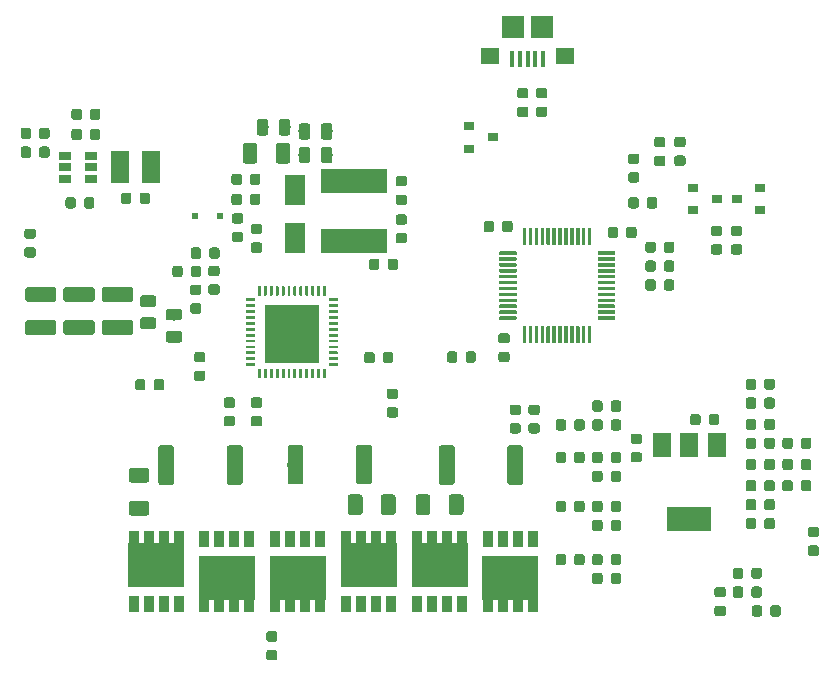
<source format=gbr>
G04 #@! TF.GenerationSoftware,KiCad,Pcbnew,(5.1.2)-2*
G04 #@! TF.CreationDate,2020-04-08T13:50:03-07:00*
G04 #@! TF.ProjectId,flatmcu,666c6174-6d63-4752-9e6b-696361645f70,rev?*
G04 #@! TF.SameCoordinates,PX1312d00PY1312d00*
G04 #@! TF.FileFunction,Paste,Top*
G04 #@! TF.FilePolarity,Positive*
%FSLAX46Y46*%
G04 Gerber Fmt 4.6, Leading zero omitted, Abs format (unit mm)*
G04 Created by KiCad (PCBNEW (5.1.2)-2) date 2020-04-08 13:50:03*
%MOMM*%
%LPD*%
G04 APERTURE LIST*
%ADD10C,0.100000*%
%ADD11C,1.250000*%
%ADD12C,0.240000*%
%ADD13R,4.600000X4.975000*%
%ADD14R,1.900000X1.900000*%
%ADD15R,1.600000X1.400000*%
%ADD16R,0.400000X1.350000*%
%ADD17R,1.060000X0.650000*%
%ADD18C,0.875000*%
%ADD19R,1.500000X2.700000*%
%ADD20C,0.975000*%
%ADD21R,0.900000X0.800000*%
%ADD22R,1.800000X2.500000*%
%ADD23R,0.500000X0.500000*%
%ADD24R,5.700000X2.000000*%
%ADD25R,0.850000X1.050000*%
%ADD26R,0.850000X1.450000*%
%ADD27R,4.700000X3.750000*%
%ADD28C,1.350000*%
%ADD29R,1.500000X2.000000*%
%ADD30R,3.800000X2.000000*%
%ADD31C,0.300000*%
G04 APERTURE END LIST*
D10*
G36*
X10874504Y-28476204D02*
G01*
X10898773Y-28479804D01*
X10922571Y-28485765D01*
X10945671Y-28494030D01*
X10967849Y-28504520D01*
X10988893Y-28517133D01*
X11008598Y-28531747D01*
X11026777Y-28548223D01*
X11043253Y-28566402D01*
X11057867Y-28586107D01*
X11070480Y-28607151D01*
X11080970Y-28629329D01*
X11089235Y-28652429D01*
X11095196Y-28676227D01*
X11098796Y-28700496D01*
X11100000Y-28725000D01*
X11100000Y-29475000D01*
X11098796Y-29499504D01*
X11095196Y-29523773D01*
X11089235Y-29547571D01*
X11080970Y-29570671D01*
X11070480Y-29592849D01*
X11057867Y-29613893D01*
X11043253Y-29633598D01*
X11026777Y-29651777D01*
X11008598Y-29668253D01*
X10988893Y-29682867D01*
X10967849Y-29695480D01*
X10945671Y-29705970D01*
X10922571Y-29714235D01*
X10898773Y-29720196D01*
X10874504Y-29723796D01*
X10850000Y-29725000D01*
X8700000Y-29725000D01*
X8675496Y-29723796D01*
X8651227Y-29720196D01*
X8627429Y-29714235D01*
X8604329Y-29705970D01*
X8582151Y-29695480D01*
X8561107Y-29682867D01*
X8541402Y-29668253D01*
X8523223Y-29651777D01*
X8506747Y-29633598D01*
X8492133Y-29613893D01*
X8479520Y-29592849D01*
X8469030Y-29570671D01*
X8460765Y-29547571D01*
X8454804Y-29523773D01*
X8451204Y-29499504D01*
X8450000Y-29475000D01*
X8450000Y-28725000D01*
X8451204Y-28700496D01*
X8454804Y-28676227D01*
X8460765Y-28652429D01*
X8469030Y-28629329D01*
X8479520Y-28607151D01*
X8492133Y-28586107D01*
X8506747Y-28566402D01*
X8523223Y-28548223D01*
X8541402Y-28531747D01*
X8561107Y-28517133D01*
X8582151Y-28504520D01*
X8604329Y-28494030D01*
X8627429Y-28485765D01*
X8651227Y-28479804D01*
X8675496Y-28476204D01*
X8700000Y-28475000D01*
X10850000Y-28475000D01*
X10874504Y-28476204D01*
X10874504Y-28476204D01*
G37*
D11*
X9775000Y-29100000D03*
D10*
G36*
X10874504Y-31276204D02*
G01*
X10898773Y-31279804D01*
X10922571Y-31285765D01*
X10945671Y-31294030D01*
X10967849Y-31304520D01*
X10988893Y-31317133D01*
X11008598Y-31331747D01*
X11026777Y-31348223D01*
X11043253Y-31366402D01*
X11057867Y-31386107D01*
X11070480Y-31407151D01*
X11080970Y-31429329D01*
X11089235Y-31452429D01*
X11095196Y-31476227D01*
X11098796Y-31500496D01*
X11100000Y-31525000D01*
X11100000Y-32275000D01*
X11098796Y-32299504D01*
X11095196Y-32323773D01*
X11089235Y-32347571D01*
X11080970Y-32370671D01*
X11070480Y-32392849D01*
X11057867Y-32413893D01*
X11043253Y-32433598D01*
X11026777Y-32451777D01*
X11008598Y-32468253D01*
X10988893Y-32482867D01*
X10967849Y-32495480D01*
X10945671Y-32505970D01*
X10922571Y-32514235D01*
X10898773Y-32520196D01*
X10874504Y-32523796D01*
X10850000Y-32525000D01*
X8700000Y-32525000D01*
X8675496Y-32523796D01*
X8651227Y-32520196D01*
X8627429Y-32514235D01*
X8604329Y-32505970D01*
X8582151Y-32495480D01*
X8561107Y-32482867D01*
X8541402Y-32468253D01*
X8523223Y-32451777D01*
X8506747Y-32433598D01*
X8492133Y-32413893D01*
X8479520Y-32392849D01*
X8469030Y-32370671D01*
X8460765Y-32347571D01*
X8454804Y-32323773D01*
X8451204Y-32299504D01*
X8450000Y-32275000D01*
X8450000Y-31525000D01*
X8451204Y-31500496D01*
X8454804Y-31476227D01*
X8460765Y-31452429D01*
X8469030Y-31429329D01*
X8479520Y-31407151D01*
X8492133Y-31386107D01*
X8506747Y-31366402D01*
X8523223Y-31348223D01*
X8541402Y-31331747D01*
X8561107Y-31317133D01*
X8582151Y-31304520D01*
X8604329Y-31294030D01*
X8627429Y-31285765D01*
X8651227Y-31279804D01*
X8675496Y-31276204D01*
X8700000Y-31275000D01*
X10850000Y-31275000D01*
X10874504Y-31276204D01*
X10874504Y-31276204D01*
G37*
D11*
X9775000Y-31900000D03*
D10*
G36*
X14124504Y-28476204D02*
G01*
X14148773Y-28479804D01*
X14172571Y-28485765D01*
X14195671Y-28494030D01*
X14217849Y-28504520D01*
X14238893Y-28517133D01*
X14258598Y-28531747D01*
X14276777Y-28548223D01*
X14293253Y-28566402D01*
X14307867Y-28586107D01*
X14320480Y-28607151D01*
X14330970Y-28629329D01*
X14339235Y-28652429D01*
X14345196Y-28676227D01*
X14348796Y-28700496D01*
X14350000Y-28725000D01*
X14350000Y-29475000D01*
X14348796Y-29499504D01*
X14345196Y-29523773D01*
X14339235Y-29547571D01*
X14330970Y-29570671D01*
X14320480Y-29592849D01*
X14307867Y-29613893D01*
X14293253Y-29633598D01*
X14276777Y-29651777D01*
X14258598Y-29668253D01*
X14238893Y-29682867D01*
X14217849Y-29695480D01*
X14195671Y-29705970D01*
X14172571Y-29714235D01*
X14148773Y-29720196D01*
X14124504Y-29723796D01*
X14100000Y-29725000D01*
X11950000Y-29725000D01*
X11925496Y-29723796D01*
X11901227Y-29720196D01*
X11877429Y-29714235D01*
X11854329Y-29705970D01*
X11832151Y-29695480D01*
X11811107Y-29682867D01*
X11791402Y-29668253D01*
X11773223Y-29651777D01*
X11756747Y-29633598D01*
X11742133Y-29613893D01*
X11729520Y-29592849D01*
X11719030Y-29570671D01*
X11710765Y-29547571D01*
X11704804Y-29523773D01*
X11701204Y-29499504D01*
X11700000Y-29475000D01*
X11700000Y-28725000D01*
X11701204Y-28700496D01*
X11704804Y-28676227D01*
X11710765Y-28652429D01*
X11719030Y-28629329D01*
X11729520Y-28607151D01*
X11742133Y-28586107D01*
X11756747Y-28566402D01*
X11773223Y-28548223D01*
X11791402Y-28531747D01*
X11811107Y-28517133D01*
X11832151Y-28504520D01*
X11854329Y-28494030D01*
X11877429Y-28485765D01*
X11901227Y-28479804D01*
X11925496Y-28476204D01*
X11950000Y-28475000D01*
X14100000Y-28475000D01*
X14124504Y-28476204D01*
X14124504Y-28476204D01*
G37*
D11*
X13025000Y-29100000D03*
D10*
G36*
X14124504Y-31276204D02*
G01*
X14148773Y-31279804D01*
X14172571Y-31285765D01*
X14195671Y-31294030D01*
X14217849Y-31304520D01*
X14238893Y-31317133D01*
X14258598Y-31331747D01*
X14276777Y-31348223D01*
X14293253Y-31366402D01*
X14307867Y-31386107D01*
X14320480Y-31407151D01*
X14330970Y-31429329D01*
X14339235Y-31452429D01*
X14345196Y-31476227D01*
X14348796Y-31500496D01*
X14350000Y-31525000D01*
X14350000Y-32275000D01*
X14348796Y-32299504D01*
X14345196Y-32323773D01*
X14339235Y-32347571D01*
X14330970Y-32370671D01*
X14320480Y-32392849D01*
X14307867Y-32413893D01*
X14293253Y-32433598D01*
X14276777Y-32451777D01*
X14258598Y-32468253D01*
X14238893Y-32482867D01*
X14217849Y-32495480D01*
X14195671Y-32505970D01*
X14172571Y-32514235D01*
X14148773Y-32520196D01*
X14124504Y-32523796D01*
X14100000Y-32525000D01*
X11950000Y-32525000D01*
X11925496Y-32523796D01*
X11901227Y-32520196D01*
X11877429Y-32514235D01*
X11854329Y-32505970D01*
X11832151Y-32495480D01*
X11811107Y-32482867D01*
X11791402Y-32468253D01*
X11773223Y-32451777D01*
X11756747Y-32433598D01*
X11742133Y-32413893D01*
X11729520Y-32392849D01*
X11719030Y-32370671D01*
X11710765Y-32347571D01*
X11704804Y-32323773D01*
X11701204Y-32299504D01*
X11700000Y-32275000D01*
X11700000Y-31525000D01*
X11701204Y-31500496D01*
X11704804Y-31476227D01*
X11710765Y-31452429D01*
X11719030Y-31429329D01*
X11729520Y-31407151D01*
X11742133Y-31386107D01*
X11756747Y-31366402D01*
X11773223Y-31348223D01*
X11791402Y-31331747D01*
X11811107Y-31317133D01*
X11832151Y-31304520D01*
X11854329Y-31294030D01*
X11877429Y-31285765D01*
X11901227Y-31279804D01*
X11925496Y-31276204D01*
X11950000Y-31275000D01*
X14100000Y-31275000D01*
X14124504Y-31276204D01*
X14124504Y-31276204D01*
G37*
D11*
X13025000Y-31900000D03*
D10*
G36*
X17374504Y-28476204D02*
G01*
X17398773Y-28479804D01*
X17422571Y-28485765D01*
X17445671Y-28494030D01*
X17467849Y-28504520D01*
X17488893Y-28517133D01*
X17508598Y-28531747D01*
X17526777Y-28548223D01*
X17543253Y-28566402D01*
X17557867Y-28586107D01*
X17570480Y-28607151D01*
X17580970Y-28629329D01*
X17589235Y-28652429D01*
X17595196Y-28676227D01*
X17598796Y-28700496D01*
X17600000Y-28725000D01*
X17600000Y-29475000D01*
X17598796Y-29499504D01*
X17595196Y-29523773D01*
X17589235Y-29547571D01*
X17580970Y-29570671D01*
X17570480Y-29592849D01*
X17557867Y-29613893D01*
X17543253Y-29633598D01*
X17526777Y-29651777D01*
X17508598Y-29668253D01*
X17488893Y-29682867D01*
X17467849Y-29695480D01*
X17445671Y-29705970D01*
X17422571Y-29714235D01*
X17398773Y-29720196D01*
X17374504Y-29723796D01*
X17350000Y-29725000D01*
X15200000Y-29725000D01*
X15175496Y-29723796D01*
X15151227Y-29720196D01*
X15127429Y-29714235D01*
X15104329Y-29705970D01*
X15082151Y-29695480D01*
X15061107Y-29682867D01*
X15041402Y-29668253D01*
X15023223Y-29651777D01*
X15006747Y-29633598D01*
X14992133Y-29613893D01*
X14979520Y-29592849D01*
X14969030Y-29570671D01*
X14960765Y-29547571D01*
X14954804Y-29523773D01*
X14951204Y-29499504D01*
X14950000Y-29475000D01*
X14950000Y-28725000D01*
X14951204Y-28700496D01*
X14954804Y-28676227D01*
X14960765Y-28652429D01*
X14969030Y-28629329D01*
X14979520Y-28607151D01*
X14992133Y-28586107D01*
X15006747Y-28566402D01*
X15023223Y-28548223D01*
X15041402Y-28531747D01*
X15061107Y-28517133D01*
X15082151Y-28504520D01*
X15104329Y-28494030D01*
X15127429Y-28485765D01*
X15151227Y-28479804D01*
X15175496Y-28476204D01*
X15200000Y-28475000D01*
X17350000Y-28475000D01*
X17374504Y-28476204D01*
X17374504Y-28476204D01*
G37*
D11*
X16275000Y-29100000D03*
D10*
G36*
X17374504Y-31276204D02*
G01*
X17398773Y-31279804D01*
X17422571Y-31285765D01*
X17445671Y-31294030D01*
X17467849Y-31304520D01*
X17488893Y-31317133D01*
X17508598Y-31331747D01*
X17526777Y-31348223D01*
X17543253Y-31366402D01*
X17557867Y-31386107D01*
X17570480Y-31407151D01*
X17580970Y-31429329D01*
X17589235Y-31452429D01*
X17595196Y-31476227D01*
X17598796Y-31500496D01*
X17600000Y-31525000D01*
X17600000Y-32275000D01*
X17598796Y-32299504D01*
X17595196Y-32323773D01*
X17589235Y-32347571D01*
X17580970Y-32370671D01*
X17570480Y-32392849D01*
X17557867Y-32413893D01*
X17543253Y-32433598D01*
X17526777Y-32451777D01*
X17508598Y-32468253D01*
X17488893Y-32482867D01*
X17467849Y-32495480D01*
X17445671Y-32505970D01*
X17422571Y-32514235D01*
X17398773Y-32520196D01*
X17374504Y-32523796D01*
X17350000Y-32525000D01*
X15200000Y-32525000D01*
X15175496Y-32523796D01*
X15151227Y-32520196D01*
X15127429Y-32514235D01*
X15104329Y-32505970D01*
X15082151Y-32495480D01*
X15061107Y-32482867D01*
X15041402Y-32468253D01*
X15023223Y-32451777D01*
X15006747Y-32433598D01*
X14992133Y-32413893D01*
X14979520Y-32392849D01*
X14969030Y-32370671D01*
X14960765Y-32347571D01*
X14954804Y-32323773D01*
X14951204Y-32299504D01*
X14950000Y-32275000D01*
X14950000Y-31525000D01*
X14951204Y-31500496D01*
X14954804Y-31476227D01*
X14960765Y-31452429D01*
X14969030Y-31429329D01*
X14979520Y-31407151D01*
X14992133Y-31386107D01*
X15006747Y-31366402D01*
X15023223Y-31348223D01*
X15041402Y-31331747D01*
X15061107Y-31317133D01*
X15082151Y-31304520D01*
X15104329Y-31294030D01*
X15127429Y-31285765D01*
X15151227Y-31279804D01*
X15175496Y-31276204D01*
X15200000Y-31275000D01*
X17350000Y-31275000D01*
X17374504Y-31276204D01*
X17374504Y-31276204D01*
G37*
D11*
X16275000Y-31900000D03*
D10*
G36*
X28365881Y-28400289D02*
G01*
X28371705Y-28401153D01*
X28377417Y-28402584D01*
X28382961Y-28404567D01*
X28388284Y-28407085D01*
X28393334Y-28410112D01*
X28398064Y-28413619D01*
X28402426Y-28417574D01*
X28406381Y-28421936D01*
X28409888Y-28426666D01*
X28412915Y-28431716D01*
X28415433Y-28437039D01*
X28417416Y-28442583D01*
X28418847Y-28448295D01*
X28419711Y-28454119D01*
X28420000Y-28460000D01*
X28420000Y-29140000D01*
X28419711Y-29145881D01*
X28418847Y-29151705D01*
X28417416Y-29157417D01*
X28415433Y-29162961D01*
X28412915Y-29168284D01*
X28409888Y-29173334D01*
X28406381Y-29178064D01*
X28402426Y-29182426D01*
X28398064Y-29186381D01*
X28393334Y-29189888D01*
X28388284Y-29192915D01*
X28382961Y-29195433D01*
X28377417Y-29197416D01*
X28371705Y-29198847D01*
X28365881Y-29199711D01*
X28360000Y-29200000D01*
X28240000Y-29200000D01*
X28234119Y-29199711D01*
X28228295Y-29198847D01*
X28222583Y-29197416D01*
X28217039Y-29195433D01*
X28211716Y-29192915D01*
X28206666Y-29189888D01*
X28201936Y-29186381D01*
X28197574Y-29182426D01*
X28193619Y-29178064D01*
X28190112Y-29173334D01*
X28187085Y-29168284D01*
X28184567Y-29162961D01*
X28182584Y-29157417D01*
X28181153Y-29151705D01*
X28180289Y-29145881D01*
X28180000Y-29140000D01*
X28180000Y-28460000D01*
X28180289Y-28454119D01*
X28181153Y-28448295D01*
X28182584Y-28442583D01*
X28184567Y-28437039D01*
X28187085Y-28431716D01*
X28190112Y-28426666D01*
X28193619Y-28421936D01*
X28197574Y-28417574D01*
X28201936Y-28413619D01*
X28206666Y-28410112D01*
X28211716Y-28407085D01*
X28217039Y-28404567D01*
X28222583Y-28402584D01*
X28228295Y-28401153D01*
X28234119Y-28400289D01*
X28240000Y-28400000D01*
X28360000Y-28400000D01*
X28365881Y-28400289D01*
X28365881Y-28400289D01*
G37*
D12*
X28300000Y-28800000D03*
D10*
G36*
X28865881Y-28400289D02*
G01*
X28871705Y-28401153D01*
X28877417Y-28402584D01*
X28882961Y-28404567D01*
X28888284Y-28407085D01*
X28893334Y-28410112D01*
X28898064Y-28413619D01*
X28902426Y-28417574D01*
X28906381Y-28421936D01*
X28909888Y-28426666D01*
X28912915Y-28431716D01*
X28915433Y-28437039D01*
X28917416Y-28442583D01*
X28918847Y-28448295D01*
X28919711Y-28454119D01*
X28920000Y-28460000D01*
X28920000Y-29140000D01*
X28919711Y-29145881D01*
X28918847Y-29151705D01*
X28917416Y-29157417D01*
X28915433Y-29162961D01*
X28912915Y-29168284D01*
X28909888Y-29173334D01*
X28906381Y-29178064D01*
X28902426Y-29182426D01*
X28898064Y-29186381D01*
X28893334Y-29189888D01*
X28888284Y-29192915D01*
X28882961Y-29195433D01*
X28877417Y-29197416D01*
X28871705Y-29198847D01*
X28865881Y-29199711D01*
X28860000Y-29200000D01*
X28740000Y-29200000D01*
X28734119Y-29199711D01*
X28728295Y-29198847D01*
X28722583Y-29197416D01*
X28717039Y-29195433D01*
X28711716Y-29192915D01*
X28706666Y-29189888D01*
X28701936Y-29186381D01*
X28697574Y-29182426D01*
X28693619Y-29178064D01*
X28690112Y-29173334D01*
X28687085Y-29168284D01*
X28684567Y-29162961D01*
X28682584Y-29157417D01*
X28681153Y-29151705D01*
X28680289Y-29145881D01*
X28680000Y-29140000D01*
X28680000Y-28460000D01*
X28680289Y-28454119D01*
X28681153Y-28448295D01*
X28682584Y-28442583D01*
X28684567Y-28437039D01*
X28687085Y-28431716D01*
X28690112Y-28426666D01*
X28693619Y-28421936D01*
X28697574Y-28417574D01*
X28701936Y-28413619D01*
X28706666Y-28410112D01*
X28711716Y-28407085D01*
X28717039Y-28404567D01*
X28722583Y-28402584D01*
X28728295Y-28401153D01*
X28734119Y-28400289D01*
X28740000Y-28400000D01*
X28860000Y-28400000D01*
X28865881Y-28400289D01*
X28865881Y-28400289D01*
G37*
D12*
X28800000Y-28800000D03*
D10*
G36*
X29365881Y-28400289D02*
G01*
X29371705Y-28401153D01*
X29377417Y-28402584D01*
X29382961Y-28404567D01*
X29388284Y-28407085D01*
X29393334Y-28410112D01*
X29398064Y-28413619D01*
X29402426Y-28417574D01*
X29406381Y-28421936D01*
X29409888Y-28426666D01*
X29412915Y-28431716D01*
X29415433Y-28437039D01*
X29417416Y-28442583D01*
X29418847Y-28448295D01*
X29419711Y-28454119D01*
X29420000Y-28460000D01*
X29420000Y-29140000D01*
X29419711Y-29145881D01*
X29418847Y-29151705D01*
X29417416Y-29157417D01*
X29415433Y-29162961D01*
X29412915Y-29168284D01*
X29409888Y-29173334D01*
X29406381Y-29178064D01*
X29402426Y-29182426D01*
X29398064Y-29186381D01*
X29393334Y-29189888D01*
X29388284Y-29192915D01*
X29382961Y-29195433D01*
X29377417Y-29197416D01*
X29371705Y-29198847D01*
X29365881Y-29199711D01*
X29360000Y-29200000D01*
X29240000Y-29200000D01*
X29234119Y-29199711D01*
X29228295Y-29198847D01*
X29222583Y-29197416D01*
X29217039Y-29195433D01*
X29211716Y-29192915D01*
X29206666Y-29189888D01*
X29201936Y-29186381D01*
X29197574Y-29182426D01*
X29193619Y-29178064D01*
X29190112Y-29173334D01*
X29187085Y-29168284D01*
X29184567Y-29162961D01*
X29182584Y-29157417D01*
X29181153Y-29151705D01*
X29180289Y-29145881D01*
X29180000Y-29140000D01*
X29180000Y-28460000D01*
X29180289Y-28454119D01*
X29181153Y-28448295D01*
X29182584Y-28442583D01*
X29184567Y-28437039D01*
X29187085Y-28431716D01*
X29190112Y-28426666D01*
X29193619Y-28421936D01*
X29197574Y-28417574D01*
X29201936Y-28413619D01*
X29206666Y-28410112D01*
X29211716Y-28407085D01*
X29217039Y-28404567D01*
X29222583Y-28402584D01*
X29228295Y-28401153D01*
X29234119Y-28400289D01*
X29240000Y-28400000D01*
X29360000Y-28400000D01*
X29365881Y-28400289D01*
X29365881Y-28400289D01*
G37*
D12*
X29300000Y-28800000D03*
D10*
G36*
X29865881Y-28400289D02*
G01*
X29871705Y-28401153D01*
X29877417Y-28402584D01*
X29882961Y-28404567D01*
X29888284Y-28407085D01*
X29893334Y-28410112D01*
X29898064Y-28413619D01*
X29902426Y-28417574D01*
X29906381Y-28421936D01*
X29909888Y-28426666D01*
X29912915Y-28431716D01*
X29915433Y-28437039D01*
X29917416Y-28442583D01*
X29918847Y-28448295D01*
X29919711Y-28454119D01*
X29920000Y-28460000D01*
X29920000Y-29140000D01*
X29919711Y-29145881D01*
X29918847Y-29151705D01*
X29917416Y-29157417D01*
X29915433Y-29162961D01*
X29912915Y-29168284D01*
X29909888Y-29173334D01*
X29906381Y-29178064D01*
X29902426Y-29182426D01*
X29898064Y-29186381D01*
X29893334Y-29189888D01*
X29888284Y-29192915D01*
X29882961Y-29195433D01*
X29877417Y-29197416D01*
X29871705Y-29198847D01*
X29865881Y-29199711D01*
X29860000Y-29200000D01*
X29740000Y-29200000D01*
X29734119Y-29199711D01*
X29728295Y-29198847D01*
X29722583Y-29197416D01*
X29717039Y-29195433D01*
X29711716Y-29192915D01*
X29706666Y-29189888D01*
X29701936Y-29186381D01*
X29697574Y-29182426D01*
X29693619Y-29178064D01*
X29690112Y-29173334D01*
X29687085Y-29168284D01*
X29684567Y-29162961D01*
X29682584Y-29157417D01*
X29681153Y-29151705D01*
X29680289Y-29145881D01*
X29680000Y-29140000D01*
X29680000Y-28460000D01*
X29680289Y-28454119D01*
X29681153Y-28448295D01*
X29682584Y-28442583D01*
X29684567Y-28437039D01*
X29687085Y-28431716D01*
X29690112Y-28426666D01*
X29693619Y-28421936D01*
X29697574Y-28417574D01*
X29701936Y-28413619D01*
X29706666Y-28410112D01*
X29711716Y-28407085D01*
X29717039Y-28404567D01*
X29722583Y-28402584D01*
X29728295Y-28401153D01*
X29734119Y-28400289D01*
X29740000Y-28400000D01*
X29860000Y-28400000D01*
X29865881Y-28400289D01*
X29865881Y-28400289D01*
G37*
D12*
X29800000Y-28800000D03*
D10*
G36*
X30365881Y-28400289D02*
G01*
X30371705Y-28401153D01*
X30377417Y-28402584D01*
X30382961Y-28404567D01*
X30388284Y-28407085D01*
X30393334Y-28410112D01*
X30398064Y-28413619D01*
X30402426Y-28417574D01*
X30406381Y-28421936D01*
X30409888Y-28426666D01*
X30412915Y-28431716D01*
X30415433Y-28437039D01*
X30417416Y-28442583D01*
X30418847Y-28448295D01*
X30419711Y-28454119D01*
X30420000Y-28460000D01*
X30420000Y-29140000D01*
X30419711Y-29145881D01*
X30418847Y-29151705D01*
X30417416Y-29157417D01*
X30415433Y-29162961D01*
X30412915Y-29168284D01*
X30409888Y-29173334D01*
X30406381Y-29178064D01*
X30402426Y-29182426D01*
X30398064Y-29186381D01*
X30393334Y-29189888D01*
X30388284Y-29192915D01*
X30382961Y-29195433D01*
X30377417Y-29197416D01*
X30371705Y-29198847D01*
X30365881Y-29199711D01*
X30360000Y-29200000D01*
X30240000Y-29200000D01*
X30234119Y-29199711D01*
X30228295Y-29198847D01*
X30222583Y-29197416D01*
X30217039Y-29195433D01*
X30211716Y-29192915D01*
X30206666Y-29189888D01*
X30201936Y-29186381D01*
X30197574Y-29182426D01*
X30193619Y-29178064D01*
X30190112Y-29173334D01*
X30187085Y-29168284D01*
X30184567Y-29162961D01*
X30182584Y-29157417D01*
X30181153Y-29151705D01*
X30180289Y-29145881D01*
X30180000Y-29140000D01*
X30180000Y-28460000D01*
X30180289Y-28454119D01*
X30181153Y-28448295D01*
X30182584Y-28442583D01*
X30184567Y-28437039D01*
X30187085Y-28431716D01*
X30190112Y-28426666D01*
X30193619Y-28421936D01*
X30197574Y-28417574D01*
X30201936Y-28413619D01*
X30206666Y-28410112D01*
X30211716Y-28407085D01*
X30217039Y-28404567D01*
X30222583Y-28402584D01*
X30228295Y-28401153D01*
X30234119Y-28400289D01*
X30240000Y-28400000D01*
X30360000Y-28400000D01*
X30365881Y-28400289D01*
X30365881Y-28400289D01*
G37*
D12*
X30300000Y-28800000D03*
D10*
G36*
X30865881Y-28400289D02*
G01*
X30871705Y-28401153D01*
X30877417Y-28402584D01*
X30882961Y-28404567D01*
X30888284Y-28407085D01*
X30893334Y-28410112D01*
X30898064Y-28413619D01*
X30902426Y-28417574D01*
X30906381Y-28421936D01*
X30909888Y-28426666D01*
X30912915Y-28431716D01*
X30915433Y-28437039D01*
X30917416Y-28442583D01*
X30918847Y-28448295D01*
X30919711Y-28454119D01*
X30920000Y-28460000D01*
X30920000Y-29140000D01*
X30919711Y-29145881D01*
X30918847Y-29151705D01*
X30917416Y-29157417D01*
X30915433Y-29162961D01*
X30912915Y-29168284D01*
X30909888Y-29173334D01*
X30906381Y-29178064D01*
X30902426Y-29182426D01*
X30898064Y-29186381D01*
X30893334Y-29189888D01*
X30888284Y-29192915D01*
X30882961Y-29195433D01*
X30877417Y-29197416D01*
X30871705Y-29198847D01*
X30865881Y-29199711D01*
X30860000Y-29200000D01*
X30740000Y-29200000D01*
X30734119Y-29199711D01*
X30728295Y-29198847D01*
X30722583Y-29197416D01*
X30717039Y-29195433D01*
X30711716Y-29192915D01*
X30706666Y-29189888D01*
X30701936Y-29186381D01*
X30697574Y-29182426D01*
X30693619Y-29178064D01*
X30690112Y-29173334D01*
X30687085Y-29168284D01*
X30684567Y-29162961D01*
X30682584Y-29157417D01*
X30681153Y-29151705D01*
X30680289Y-29145881D01*
X30680000Y-29140000D01*
X30680000Y-28460000D01*
X30680289Y-28454119D01*
X30681153Y-28448295D01*
X30682584Y-28442583D01*
X30684567Y-28437039D01*
X30687085Y-28431716D01*
X30690112Y-28426666D01*
X30693619Y-28421936D01*
X30697574Y-28417574D01*
X30701936Y-28413619D01*
X30706666Y-28410112D01*
X30711716Y-28407085D01*
X30717039Y-28404567D01*
X30722583Y-28402584D01*
X30728295Y-28401153D01*
X30734119Y-28400289D01*
X30740000Y-28400000D01*
X30860000Y-28400000D01*
X30865881Y-28400289D01*
X30865881Y-28400289D01*
G37*
D12*
X30800000Y-28800000D03*
D10*
G36*
X31365881Y-28400289D02*
G01*
X31371705Y-28401153D01*
X31377417Y-28402584D01*
X31382961Y-28404567D01*
X31388284Y-28407085D01*
X31393334Y-28410112D01*
X31398064Y-28413619D01*
X31402426Y-28417574D01*
X31406381Y-28421936D01*
X31409888Y-28426666D01*
X31412915Y-28431716D01*
X31415433Y-28437039D01*
X31417416Y-28442583D01*
X31418847Y-28448295D01*
X31419711Y-28454119D01*
X31420000Y-28460000D01*
X31420000Y-29140000D01*
X31419711Y-29145881D01*
X31418847Y-29151705D01*
X31417416Y-29157417D01*
X31415433Y-29162961D01*
X31412915Y-29168284D01*
X31409888Y-29173334D01*
X31406381Y-29178064D01*
X31402426Y-29182426D01*
X31398064Y-29186381D01*
X31393334Y-29189888D01*
X31388284Y-29192915D01*
X31382961Y-29195433D01*
X31377417Y-29197416D01*
X31371705Y-29198847D01*
X31365881Y-29199711D01*
X31360000Y-29200000D01*
X31240000Y-29200000D01*
X31234119Y-29199711D01*
X31228295Y-29198847D01*
X31222583Y-29197416D01*
X31217039Y-29195433D01*
X31211716Y-29192915D01*
X31206666Y-29189888D01*
X31201936Y-29186381D01*
X31197574Y-29182426D01*
X31193619Y-29178064D01*
X31190112Y-29173334D01*
X31187085Y-29168284D01*
X31184567Y-29162961D01*
X31182584Y-29157417D01*
X31181153Y-29151705D01*
X31180289Y-29145881D01*
X31180000Y-29140000D01*
X31180000Y-28460000D01*
X31180289Y-28454119D01*
X31181153Y-28448295D01*
X31182584Y-28442583D01*
X31184567Y-28437039D01*
X31187085Y-28431716D01*
X31190112Y-28426666D01*
X31193619Y-28421936D01*
X31197574Y-28417574D01*
X31201936Y-28413619D01*
X31206666Y-28410112D01*
X31211716Y-28407085D01*
X31217039Y-28404567D01*
X31222583Y-28402584D01*
X31228295Y-28401153D01*
X31234119Y-28400289D01*
X31240000Y-28400000D01*
X31360000Y-28400000D01*
X31365881Y-28400289D01*
X31365881Y-28400289D01*
G37*
D12*
X31300000Y-28800000D03*
D10*
G36*
X31865881Y-28400289D02*
G01*
X31871705Y-28401153D01*
X31877417Y-28402584D01*
X31882961Y-28404567D01*
X31888284Y-28407085D01*
X31893334Y-28410112D01*
X31898064Y-28413619D01*
X31902426Y-28417574D01*
X31906381Y-28421936D01*
X31909888Y-28426666D01*
X31912915Y-28431716D01*
X31915433Y-28437039D01*
X31917416Y-28442583D01*
X31918847Y-28448295D01*
X31919711Y-28454119D01*
X31920000Y-28460000D01*
X31920000Y-29140000D01*
X31919711Y-29145881D01*
X31918847Y-29151705D01*
X31917416Y-29157417D01*
X31915433Y-29162961D01*
X31912915Y-29168284D01*
X31909888Y-29173334D01*
X31906381Y-29178064D01*
X31902426Y-29182426D01*
X31898064Y-29186381D01*
X31893334Y-29189888D01*
X31888284Y-29192915D01*
X31882961Y-29195433D01*
X31877417Y-29197416D01*
X31871705Y-29198847D01*
X31865881Y-29199711D01*
X31860000Y-29200000D01*
X31740000Y-29200000D01*
X31734119Y-29199711D01*
X31728295Y-29198847D01*
X31722583Y-29197416D01*
X31717039Y-29195433D01*
X31711716Y-29192915D01*
X31706666Y-29189888D01*
X31701936Y-29186381D01*
X31697574Y-29182426D01*
X31693619Y-29178064D01*
X31690112Y-29173334D01*
X31687085Y-29168284D01*
X31684567Y-29162961D01*
X31682584Y-29157417D01*
X31681153Y-29151705D01*
X31680289Y-29145881D01*
X31680000Y-29140000D01*
X31680000Y-28460000D01*
X31680289Y-28454119D01*
X31681153Y-28448295D01*
X31682584Y-28442583D01*
X31684567Y-28437039D01*
X31687085Y-28431716D01*
X31690112Y-28426666D01*
X31693619Y-28421936D01*
X31697574Y-28417574D01*
X31701936Y-28413619D01*
X31706666Y-28410112D01*
X31711716Y-28407085D01*
X31717039Y-28404567D01*
X31722583Y-28402584D01*
X31728295Y-28401153D01*
X31734119Y-28400289D01*
X31740000Y-28400000D01*
X31860000Y-28400000D01*
X31865881Y-28400289D01*
X31865881Y-28400289D01*
G37*
D12*
X31800000Y-28800000D03*
D10*
G36*
X32365881Y-28400289D02*
G01*
X32371705Y-28401153D01*
X32377417Y-28402584D01*
X32382961Y-28404567D01*
X32388284Y-28407085D01*
X32393334Y-28410112D01*
X32398064Y-28413619D01*
X32402426Y-28417574D01*
X32406381Y-28421936D01*
X32409888Y-28426666D01*
X32412915Y-28431716D01*
X32415433Y-28437039D01*
X32417416Y-28442583D01*
X32418847Y-28448295D01*
X32419711Y-28454119D01*
X32420000Y-28460000D01*
X32420000Y-29140000D01*
X32419711Y-29145881D01*
X32418847Y-29151705D01*
X32417416Y-29157417D01*
X32415433Y-29162961D01*
X32412915Y-29168284D01*
X32409888Y-29173334D01*
X32406381Y-29178064D01*
X32402426Y-29182426D01*
X32398064Y-29186381D01*
X32393334Y-29189888D01*
X32388284Y-29192915D01*
X32382961Y-29195433D01*
X32377417Y-29197416D01*
X32371705Y-29198847D01*
X32365881Y-29199711D01*
X32360000Y-29200000D01*
X32240000Y-29200000D01*
X32234119Y-29199711D01*
X32228295Y-29198847D01*
X32222583Y-29197416D01*
X32217039Y-29195433D01*
X32211716Y-29192915D01*
X32206666Y-29189888D01*
X32201936Y-29186381D01*
X32197574Y-29182426D01*
X32193619Y-29178064D01*
X32190112Y-29173334D01*
X32187085Y-29168284D01*
X32184567Y-29162961D01*
X32182584Y-29157417D01*
X32181153Y-29151705D01*
X32180289Y-29145881D01*
X32180000Y-29140000D01*
X32180000Y-28460000D01*
X32180289Y-28454119D01*
X32181153Y-28448295D01*
X32182584Y-28442583D01*
X32184567Y-28437039D01*
X32187085Y-28431716D01*
X32190112Y-28426666D01*
X32193619Y-28421936D01*
X32197574Y-28417574D01*
X32201936Y-28413619D01*
X32206666Y-28410112D01*
X32211716Y-28407085D01*
X32217039Y-28404567D01*
X32222583Y-28402584D01*
X32228295Y-28401153D01*
X32234119Y-28400289D01*
X32240000Y-28400000D01*
X32360000Y-28400000D01*
X32365881Y-28400289D01*
X32365881Y-28400289D01*
G37*
D12*
X32300000Y-28800000D03*
D10*
G36*
X32865881Y-28400289D02*
G01*
X32871705Y-28401153D01*
X32877417Y-28402584D01*
X32882961Y-28404567D01*
X32888284Y-28407085D01*
X32893334Y-28410112D01*
X32898064Y-28413619D01*
X32902426Y-28417574D01*
X32906381Y-28421936D01*
X32909888Y-28426666D01*
X32912915Y-28431716D01*
X32915433Y-28437039D01*
X32917416Y-28442583D01*
X32918847Y-28448295D01*
X32919711Y-28454119D01*
X32920000Y-28460000D01*
X32920000Y-29140000D01*
X32919711Y-29145881D01*
X32918847Y-29151705D01*
X32917416Y-29157417D01*
X32915433Y-29162961D01*
X32912915Y-29168284D01*
X32909888Y-29173334D01*
X32906381Y-29178064D01*
X32902426Y-29182426D01*
X32898064Y-29186381D01*
X32893334Y-29189888D01*
X32888284Y-29192915D01*
X32882961Y-29195433D01*
X32877417Y-29197416D01*
X32871705Y-29198847D01*
X32865881Y-29199711D01*
X32860000Y-29200000D01*
X32740000Y-29200000D01*
X32734119Y-29199711D01*
X32728295Y-29198847D01*
X32722583Y-29197416D01*
X32717039Y-29195433D01*
X32711716Y-29192915D01*
X32706666Y-29189888D01*
X32701936Y-29186381D01*
X32697574Y-29182426D01*
X32693619Y-29178064D01*
X32690112Y-29173334D01*
X32687085Y-29168284D01*
X32684567Y-29162961D01*
X32682584Y-29157417D01*
X32681153Y-29151705D01*
X32680289Y-29145881D01*
X32680000Y-29140000D01*
X32680000Y-28460000D01*
X32680289Y-28454119D01*
X32681153Y-28448295D01*
X32682584Y-28442583D01*
X32684567Y-28437039D01*
X32687085Y-28431716D01*
X32690112Y-28426666D01*
X32693619Y-28421936D01*
X32697574Y-28417574D01*
X32701936Y-28413619D01*
X32706666Y-28410112D01*
X32711716Y-28407085D01*
X32717039Y-28404567D01*
X32722583Y-28402584D01*
X32728295Y-28401153D01*
X32734119Y-28400289D01*
X32740000Y-28400000D01*
X32860000Y-28400000D01*
X32865881Y-28400289D01*
X32865881Y-28400289D01*
G37*
D12*
X32800000Y-28800000D03*
D10*
G36*
X33365881Y-28400289D02*
G01*
X33371705Y-28401153D01*
X33377417Y-28402584D01*
X33382961Y-28404567D01*
X33388284Y-28407085D01*
X33393334Y-28410112D01*
X33398064Y-28413619D01*
X33402426Y-28417574D01*
X33406381Y-28421936D01*
X33409888Y-28426666D01*
X33412915Y-28431716D01*
X33415433Y-28437039D01*
X33417416Y-28442583D01*
X33418847Y-28448295D01*
X33419711Y-28454119D01*
X33420000Y-28460000D01*
X33420000Y-29140000D01*
X33419711Y-29145881D01*
X33418847Y-29151705D01*
X33417416Y-29157417D01*
X33415433Y-29162961D01*
X33412915Y-29168284D01*
X33409888Y-29173334D01*
X33406381Y-29178064D01*
X33402426Y-29182426D01*
X33398064Y-29186381D01*
X33393334Y-29189888D01*
X33388284Y-29192915D01*
X33382961Y-29195433D01*
X33377417Y-29197416D01*
X33371705Y-29198847D01*
X33365881Y-29199711D01*
X33360000Y-29200000D01*
X33240000Y-29200000D01*
X33234119Y-29199711D01*
X33228295Y-29198847D01*
X33222583Y-29197416D01*
X33217039Y-29195433D01*
X33211716Y-29192915D01*
X33206666Y-29189888D01*
X33201936Y-29186381D01*
X33197574Y-29182426D01*
X33193619Y-29178064D01*
X33190112Y-29173334D01*
X33187085Y-29168284D01*
X33184567Y-29162961D01*
X33182584Y-29157417D01*
X33181153Y-29151705D01*
X33180289Y-29145881D01*
X33180000Y-29140000D01*
X33180000Y-28460000D01*
X33180289Y-28454119D01*
X33181153Y-28448295D01*
X33182584Y-28442583D01*
X33184567Y-28437039D01*
X33187085Y-28431716D01*
X33190112Y-28426666D01*
X33193619Y-28421936D01*
X33197574Y-28417574D01*
X33201936Y-28413619D01*
X33206666Y-28410112D01*
X33211716Y-28407085D01*
X33217039Y-28404567D01*
X33222583Y-28402584D01*
X33228295Y-28401153D01*
X33234119Y-28400289D01*
X33240000Y-28400000D01*
X33360000Y-28400000D01*
X33365881Y-28400289D01*
X33365881Y-28400289D01*
G37*
D12*
X33300000Y-28800000D03*
D10*
G36*
X34895881Y-29430289D02*
G01*
X34901705Y-29431153D01*
X34907417Y-29432584D01*
X34912961Y-29434567D01*
X34918284Y-29437085D01*
X34923334Y-29440112D01*
X34928064Y-29443619D01*
X34932426Y-29447574D01*
X34936381Y-29451936D01*
X34939888Y-29456666D01*
X34942915Y-29461716D01*
X34945433Y-29467039D01*
X34947416Y-29472583D01*
X34948847Y-29478295D01*
X34949711Y-29484119D01*
X34950000Y-29490000D01*
X34950000Y-29610000D01*
X34949711Y-29615881D01*
X34948847Y-29621705D01*
X34947416Y-29627417D01*
X34945433Y-29632961D01*
X34942915Y-29638284D01*
X34939888Y-29643334D01*
X34936381Y-29648064D01*
X34932426Y-29652426D01*
X34928064Y-29656381D01*
X34923334Y-29659888D01*
X34918284Y-29662915D01*
X34912961Y-29665433D01*
X34907417Y-29667416D01*
X34901705Y-29668847D01*
X34895881Y-29669711D01*
X34890000Y-29670000D01*
X34210000Y-29670000D01*
X34204119Y-29669711D01*
X34198295Y-29668847D01*
X34192583Y-29667416D01*
X34187039Y-29665433D01*
X34181716Y-29662915D01*
X34176666Y-29659888D01*
X34171936Y-29656381D01*
X34167574Y-29652426D01*
X34163619Y-29648064D01*
X34160112Y-29643334D01*
X34157085Y-29638284D01*
X34154567Y-29632961D01*
X34152584Y-29627417D01*
X34151153Y-29621705D01*
X34150289Y-29615881D01*
X34150000Y-29610000D01*
X34150000Y-29490000D01*
X34150289Y-29484119D01*
X34151153Y-29478295D01*
X34152584Y-29472583D01*
X34154567Y-29467039D01*
X34157085Y-29461716D01*
X34160112Y-29456666D01*
X34163619Y-29451936D01*
X34167574Y-29447574D01*
X34171936Y-29443619D01*
X34176666Y-29440112D01*
X34181716Y-29437085D01*
X34187039Y-29434567D01*
X34192583Y-29432584D01*
X34198295Y-29431153D01*
X34204119Y-29430289D01*
X34210000Y-29430000D01*
X34890000Y-29430000D01*
X34895881Y-29430289D01*
X34895881Y-29430289D01*
G37*
D12*
X34550000Y-29550000D03*
D10*
G36*
X34895881Y-29930289D02*
G01*
X34901705Y-29931153D01*
X34907417Y-29932584D01*
X34912961Y-29934567D01*
X34918284Y-29937085D01*
X34923334Y-29940112D01*
X34928064Y-29943619D01*
X34932426Y-29947574D01*
X34936381Y-29951936D01*
X34939888Y-29956666D01*
X34942915Y-29961716D01*
X34945433Y-29967039D01*
X34947416Y-29972583D01*
X34948847Y-29978295D01*
X34949711Y-29984119D01*
X34950000Y-29990000D01*
X34950000Y-30110000D01*
X34949711Y-30115881D01*
X34948847Y-30121705D01*
X34947416Y-30127417D01*
X34945433Y-30132961D01*
X34942915Y-30138284D01*
X34939888Y-30143334D01*
X34936381Y-30148064D01*
X34932426Y-30152426D01*
X34928064Y-30156381D01*
X34923334Y-30159888D01*
X34918284Y-30162915D01*
X34912961Y-30165433D01*
X34907417Y-30167416D01*
X34901705Y-30168847D01*
X34895881Y-30169711D01*
X34890000Y-30170000D01*
X34210000Y-30170000D01*
X34204119Y-30169711D01*
X34198295Y-30168847D01*
X34192583Y-30167416D01*
X34187039Y-30165433D01*
X34181716Y-30162915D01*
X34176666Y-30159888D01*
X34171936Y-30156381D01*
X34167574Y-30152426D01*
X34163619Y-30148064D01*
X34160112Y-30143334D01*
X34157085Y-30138284D01*
X34154567Y-30132961D01*
X34152584Y-30127417D01*
X34151153Y-30121705D01*
X34150289Y-30115881D01*
X34150000Y-30110000D01*
X34150000Y-29990000D01*
X34150289Y-29984119D01*
X34151153Y-29978295D01*
X34152584Y-29972583D01*
X34154567Y-29967039D01*
X34157085Y-29961716D01*
X34160112Y-29956666D01*
X34163619Y-29951936D01*
X34167574Y-29947574D01*
X34171936Y-29943619D01*
X34176666Y-29940112D01*
X34181716Y-29937085D01*
X34187039Y-29934567D01*
X34192583Y-29932584D01*
X34198295Y-29931153D01*
X34204119Y-29930289D01*
X34210000Y-29930000D01*
X34890000Y-29930000D01*
X34895881Y-29930289D01*
X34895881Y-29930289D01*
G37*
D12*
X34550000Y-30050000D03*
D10*
G36*
X34895881Y-30430289D02*
G01*
X34901705Y-30431153D01*
X34907417Y-30432584D01*
X34912961Y-30434567D01*
X34918284Y-30437085D01*
X34923334Y-30440112D01*
X34928064Y-30443619D01*
X34932426Y-30447574D01*
X34936381Y-30451936D01*
X34939888Y-30456666D01*
X34942915Y-30461716D01*
X34945433Y-30467039D01*
X34947416Y-30472583D01*
X34948847Y-30478295D01*
X34949711Y-30484119D01*
X34950000Y-30490000D01*
X34950000Y-30610000D01*
X34949711Y-30615881D01*
X34948847Y-30621705D01*
X34947416Y-30627417D01*
X34945433Y-30632961D01*
X34942915Y-30638284D01*
X34939888Y-30643334D01*
X34936381Y-30648064D01*
X34932426Y-30652426D01*
X34928064Y-30656381D01*
X34923334Y-30659888D01*
X34918284Y-30662915D01*
X34912961Y-30665433D01*
X34907417Y-30667416D01*
X34901705Y-30668847D01*
X34895881Y-30669711D01*
X34890000Y-30670000D01*
X34210000Y-30670000D01*
X34204119Y-30669711D01*
X34198295Y-30668847D01*
X34192583Y-30667416D01*
X34187039Y-30665433D01*
X34181716Y-30662915D01*
X34176666Y-30659888D01*
X34171936Y-30656381D01*
X34167574Y-30652426D01*
X34163619Y-30648064D01*
X34160112Y-30643334D01*
X34157085Y-30638284D01*
X34154567Y-30632961D01*
X34152584Y-30627417D01*
X34151153Y-30621705D01*
X34150289Y-30615881D01*
X34150000Y-30610000D01*
X34150000Y-30490000D01*
X34150289Y-30484119D01*
X34151153Y-30478295D01*
X34152584Y-30472583D01*
X34154567Y-30467039D01*
X34157085Y-30461716D01*
X34160112Y-30456666D01*
X34163619Y-30451936D01*
X34167574Y-30447574D01*
X34171936Y-30443619D01*
X34176666Y-30440112D01*
X34181716Y-30437085D01*
X34187039Y-30434567D01*
X34192583Y-30432584D01*
X34198295Y-30431153D01*
X34204119Y-30430289D01*
X34210000Y-30430000D01*
X34890000Y-30430000D01*
X34895881Y-30430289D01*
X34895881Y-30430289D01*
G37*
D12*
X34550000Y-30550000D03*
D10*
G36*
X34895881Y-30930289D02*
G01*
X34901705Y-30931153D01*
X34907417Y-30932584D01*
X34912961Y-30934567D01*
X34918284Y-30937085D01*
X34923334Y-30940112D01*
X34928064Y-30943619D01*
X34932426Y-30947574D01*
X34936381Y-30951936D01*
X34939888Y-30956666D01*
X34942915Y-30961716D01*
X34945433Y-30967039D01*
X34947416Y-30972583D01*
X34948847Y-30978295D01*
X34949711Y-30984119D01*
X34950000Y-30990000D01*
X34950000Y-31110000D01*
X34949711Y-31115881D01*
X34948847Y-31121705D01*
X34947416Y-31127417D01*
X34945433Y-31132961D01*
X34942915Y-31138284D01*
X34939888Y-31143334D01*
X34936381Y-31148064D01*
X34932426Y-31152426D01*
X34928064Y-31156381D01*
X34923334Y-31159888D01*
X34918284Y-31162915D01*
X34912961Y-31165433D01*
X34907417Y-31167416D01*
X34901705Y-31168847D01*
X34895881Y-31169711D01*
X34890000Y-31170000D01*
X34210000Y-31170000D01*
X34204119Y-31169711D01*
X34198295Y-31168847D01*
X34192583Y-31167416D01*
X34187039Y-31165433D01*
X34181716Y-31162915D01*
X34176666Y-31159888D01*
X34171936Y-31156381D01*
X34167574Y-31152426D01*
X34163619Y-31148064D01*
X34160112Y-31143334D01*
X34157085Y-31138284D01*
X34154567Y-31132961D01*
X34152584Y-31127417D01*
X34151153Y-31121705D01*
X34150289Y-31115881D01*
X34150000Y-31110000D01*
X34150000Y-30990000D01*
X34150289Y-30984119D01*
X34151153Y-30978295D01*
X34152584Y-30972583D01*
X34154567Y-30967039D01*
X34157085Y-30961716D01*
X34160112Y-30956666D01*
X34163619Y-30951936D01*
X34167574Y-30947574D01*
X34171936Y-30943619D01*
X34176666Y-30940112D01*
X34181716Y-30937085D01*
X34187039Y-30934567D01*
X34192583Y-30932584D01*
X34198295Y-30931153D01*
X34204119Y-30930289D01*
X34210000Y-30930000D01*
X34890000Y-30930000D01*
X34895881Y-30930289D01*
X34895881Y-30930289D01*
G37*
D12*
X34550000Y-31050000D03*
D10*
G36*
X34895881Y-31430289D02*
G01*
X34901705Y-31431153D01*
X34907417Y-31432584D01*
X34912961Y-31434567D01*
X34918284Y-31437085D01*
X34923334Y-31440112D01*
X34928064Y-31443619D01*
X34932426Y-31447574D01*
X34936381Y-31451936D01*
X34939888Y-31456666D01*
X34942915Y-31461716D01*
X34945433Y-31467039D01*
X34947416Y-31472583D01*
X34948847Y-31478295D01*
X34949711Y-31484119D01*
X34950000Y-31490000D01*
X34950000Y-31610000D01*
X34949711Y-31615881D01*
X34948847Y-31621705D01*
X34947416Y-31627417D01*
X34945433Y-31632961D01*
X34942915Y-31638284D01*
X34939888Y-31643334D01*
X34936381Y-31648064D01*
X34932426Y-31652426D01*
X34928064Y-31656381D01*
X34923334Y-31659888D01*
X34918284Y-31662915D01*
X34912961Y-31665433D01*
X34907417Y-31667416D01*
X34901705Y-31668847D01*
X34895881Y-31669711D01*
X34890000Y-31670000D01*
X34210000Y-31670000D01*
X34204119Y-31669711D01*
X34198295Y-31668847D01*
X34192583Y-31667416D01*
X34187039Y-31665433D01*
X34181716Y-31662915D01*
X34176666Y-31659888D01*
X34171936Y-31656381D01*
X34167574Y-31652426D01*
X34163619Y-31648064D01*
X34160112Y-31643334D01*
X34157085Y-31638284D01*
X34154567Y-31632961D01*
X34152584Y-31627417D01*
X34151153Y-31621705D01*
X34150289Y-31615881D01*
X34150000Y-31610000D01*
X34150000Y-31490000D01*
X34150289Y-31484119D01*
X34151153Y-31478295D01*
X34152584Y-31472583D01*
X34154567Y-31467039D01*
X34157085Y-31461716D01*
X34160112Y-31456666D01*
X34163619Y-31451936D01*
X34167574Y-31447574D01*
X34171936Y-31443619D01*
X34176666Y-31440112D01*
X34181716Y-31437085D01*
X34187039Y-31434567D01*
X34192583Y-31432584D01*
X34198295Y-31431153D01*
X34204119Y-31430289D01*
X34210000Y-31430000D01*
X34890000Y-31430000D01*
X34895881Y-31430289D01*
X34895881Y-31430289D01*
G37*
D12*
X34550000Y-31550000D03*
D10*
G36*
X34895881Y-31930289D02*
G01*
X34901705Y-31931153D01*
X34907417Y-31932584D01*
X34912961Y-31934567D01*
X34918284Y-31937085D01*
X34923334Y-31940112D01*
X34928064Y-31943619D01*
X34932426Y-31947574D01*
X34936381Y-31951936D01*
X34939888Y-31956666D01*
X34942915Y-31961716D01*
X34945433Y-31967039D01*
X34947416Y-31972583D01*
X34948847Y-31978295D01*
X34949711Y-31984119D01*
X34950000Y-31990000D01*
X34950000Y-32110000D01*
X34949711Y-32115881D01*
X34948847Y-32121705D01*
X34947416Y-32127417D01*
X34945433Y-32132961D01*
X34942915Y-32138284D01*
X34939888Y-32143334D01*
X34936381Y-32148064D01*
X34932426Y-32152426D01*
X34928064Y-32156381D01*
X34923334Y-32159888D01*
X34918284Y-32162915D01*
X34912961Y-32165433D01*
X34907417Y-32167416D01*
X34901705Y-32168847D01*
X34895881Y-32169711D01*
X34890000Y-32170000D01*
X34210000Y-32170000D01*
X34204119Y-32169711D01*
X34198295Y-32168847D01*
X34192583Y-32167416D01*
X34187039Y-32165433D01*
X34181716Y-32162915D01*
X34176666Y-32159888D01*
X34171936Y-32156381D01*
X34167574Y-32152426D01*
X34163619Y-32148064D01*
X34160112Y-32143334D01*
X34157085Y-32138284D01*
X34154567Y-32132961D01*
X34152584Y-32127417D01*
X34151153Y-32121705D01*
X34150289Y-32115881D01*
X34150000Y-32110000D01*
X34150000Y-31990000D01*
X34150289Y-31984119D01*
X34151153Y-31978295D01*
X34152584Y-31972583D01*
X34154567Y-31967039D01*
X34157085Y-31961716D01*
X34160112Y-31956666D01*
X34163619Y-31951936D01*
X34167574Y-31947574D01*
X34171936Y-31943619D01*
X34176666Y-31940112D01*
X34181716Y-31937085D01*
X34187039Y-31934567D01*
X34192583Y-31932584D01*
X34198295Y-31931153D01*
X34204119Y-31930289D01*
X34210000Y-31930000D01*
X34890000Y-31930000D01*
X34895881Y-31930289D01*
X34895881Y-31930289D01*
G37*
D12*
X34550000Y-32050000D03*
D10*
G36*
X34895881Y-32430289D02*
G01*
X34901705Y-32431153D01*
X34907417Y-32432584D01*
X34912961Y-32434567D01*
X34918284Y-32437085D01*
X34923334Y-32440112D01*
X34928064Y-32443619D01*
X34932426Y-32447574D01*
X34936381Y-32451936D01*
X34939888Y-32456666D01*
X34942915Y-32461716D01*
X34945433Y-32467039D01*
X34947416Y-32472583D01*
X34948847Y-32478295D01*
X34949711Y-32484119D01*
X34950000Y-32490000D01*
X34950000Y-32610000D01*
X34949711Y-32615881D01*
X34948847Y-32621705D01*
X34947416Y-32627417D01*
X34945433Y-32632961D01*
X34942915Y-32638284D01*
X34939888Y-32643334D01*
X34936381Y-32648064D01*
X34932426Y-32652426D01*
X34928064Y-32656381D01*
X34923334Y-32659888D01*
X34918284Y-32662915D01*
X34912961Y-32665433D01*
X34907417Y-32667416D01*
X34901705Y-32668847D01*
X34895881Y-32669711D01*
X34890000Y-32670000D01*
X34210000Y-32670000D01*
X34204119Y-32669711D01*
X34198295Y-32668847D01*
X34192583Y-32667416D01*
X34187039Y-32665433D01*
X34181716Y-32662915D01*
X34176666Y-32659888D01*
X34171936Y-32656381D01*
X34167574Y-32652426D01*
X34163619Y-32648064D01*
X34160112Y-32643334D01*
X34157085Y-32638284D01*
X34154567Y-32632961D01*
X34152584Y-32627417D01*
X34151153Y-32621705D01*
X34150289Y-32615881D01*
X34150000Y-32610000D01*
X34150000Y-32490000D01*
X34150289Y-32484119D01*
X34151153Y-32478295D01*
X34152584Y-32472583D01*
X34154567Y-32467039D01*
X34157085Y-32461716D01*
X34160112Y-32456666D01*
X34163619Y-32451936D01*
X34167574Y-32447574D01*
X34171936Y-32443619D01*
X34176666Y-32440112D01*
X34181716Y-32437085D01*
X34187039Y-32434567D01*
X34192583Y-32432584D01*
X34198295Y-32431153D01*
X34204119Y-32430289D01*
X34210000Y-32430000D01*
X34890000Y-32430000D01*
X34895881Y-32430289D01*
X34895881Y-32430289D01*
G37*
D12*
X34550000Y-32550000D03*
D10*
G36*
X34895881Y-32930289D02*
G01*
X34901705Y-32931153D01*
X34907417Y-32932584D01*
X34912961Y-32934567D01*
X34918284Y-32937085D01*
X34923334Y-32940112D01*
X34928064Y-32943619D01*
X34932426Y-32947574D01*
X34936381Y-32951936D01*
X34939888Y-32956666D01*
X34942915Y-32961716D01*
X34945433Y-32967039D01*
X34947416Y-32972583D01*
X34948847Y-32978295D01*
X34949711Y-32984119D01*
X34950000Y-32990000D01*
X34950000Y-33110000D01*
X34949711Y-33115881D01*
X34948847Y-33121705D01*
X34947416Y-33127417D01*
X34945433Y-33132961D01*
X34942915Y-33138284D01*
X34939888Y-33143334D01*
X34936381Y-33148064D01*
X34932426Y-33152426D01*
X34928064Y-33156381D01*
X34923334Y-33159888D01*
X34918284Y-33162915D01*
X34912961Y-33165433D01*
X34907417Y-33167416D01*
X34901705Y-33168847D01*
X34895881Y-33169711D01*
X34890000Y-33170000D01*
X34210000Y-33170000D01*
X34204119Y-33169711D01*
X34198295Y-33168847D01*
X34192583Y-33167416D01*
X34187039Y-33165433D01*
X34181716Y-33162915D01*
X34176666Y-33159888D01*
X34171936Y-33156381D01*
X34167574Y-33152426D01*
X34163619Y-33148064D01*
X34160112Y-33143334D01*
X34157085Y-33138284D01*
X34154567Y-33132961D01*
X34152584Y-33127417D01*
X34151153Y-33121705D01*
X34150289Y-33115881D01*
X34150000Y-33110000D01*
X34150000Y-32990000D01*
X34150289Y-32984119D01*
X34151153Y-32978295D01*
X34152584Y-32972583D01*
X34154567Y-32967039D01*
X34157085Y-32961716D01*
X34160112Y-32956666D01*
X34163619Y-32951936D01*
X34167574Y-32947574D01*
X34171936Y-32943619D01*
X34176666Y-32940112D01*
X34181716Y-32937085D01*
X34187039Y-32934567D01*
X34192583Y-32932584D01*
X34198295Y-32931153D01*
X34204119Y-32930289D01*
X34210000Y-32930000D01*
X34890000Y-32930000D01*
X34895881Y-32930289D01*
X34895881Y-32930289D01*
G37*
D12*
X34550000Y-33050000D03*
D10*
G36*
X34895881Y-33430289D02*
G01*
X34901705Y-33431153D01*
X34907417Y-33432584D01*
X34912961Y-33434567D01*
X34918284Y-33437085D01*
X34923334Y-33440112D01*
X34928064Y-33443619D01*
X34932426Y-33447574D01*
X34936381Y-33451936D01*
X34939888Y-33456666D01*
X34942915Y-33461716D01*
X34945433Y-33467039D01*
X34947416Y-33472583D01*
X34948847Y-33478295D01*
X34949711Y-33484119D01*
X34950000Y-33490000D01*
X34950000Y-33610000D01*
X34949711Y-33615881D01*
X34948847Y-33621705D01*
X34947416Y-33627417D01*
X34945433Y-33632961D01*
X34942915Y-33638284D01*
X34939888Y-33643334D01*
X34936381Y-33648064D01*
X34932426Y-33652426D01*
X34928064Y-33656381D01*
X34923334Y-33659888D01*
X34918284Y-33662915D01*
X34912961Y-33665433D01*
X34907417Y-33667416D01*
X34901705Y-33668847D01*
X34895881Y-33669711D01*
X34890000Y-33670000D01*
X34210000Y-33670000D01*
X34204119Y-33669711D01*
X34198295Y-33668847D01*
X34192583Y-33667416D01*
X34187039Y-33665433D01*
X34181716Y-33662915D01*
X34176666Y-33659888D01*
X34171936Y-33656381D01*
X34167574Y-33652426D01*
X34163619Y-33648064D01*
X34160112Y-33643334D01*
X34157085Y-33638284D01*
X34154567Y-33632961D01*
X34152584Y-33627417D01*
X34151153Y-33621705D01*
X34150289Y-33615881D01*
X34150000Y-33610000D01*
X34150000Y-33490000D01*
X34150289Y-33484119D01*
X34151153Y-33478295D01*
X34152584Y-33472583D01*
X34154567Y-33467039D01*
X34157085Y-33461716D01*
X34160112Y-33456666D01*
X34163619Y-33451936D01*
X34167574Y-33447574D01*
X34171936Y-33443619D01*
X34176666Y-33440112D01*
X34181716Y-33437085D01*
X34187039Y-33434567D01*
X34192583Y-33432584D01*
X34198295Y-33431153D01*
X34204119Y-33430289D01*
X34210000Y-33430000D01*
X34890000Y-33430000D01*
X34895881Y-33430289D01*
X34895881Y-33430289D01*
G37*
D12*
X34550000Y-33550000D03*
D10*
G36*
X34895881Y-33930289D02*
G01*
X34901705Y-33931153D01*
X34907417Y-33932584D01*
X34912961Y-33934567D01*
X34918284Y-33937085D01*
X34923334Y-33940112D01*
X34928064Y-33943619D01*
X34932426Y-33947574D01*
X34936381Y-33951936D01*
X34939888Y-33956666D01*
X34942915Y-33961716D01*
X34945433Y-33967039D01*
X34947416Y-33972583D01*
X34948847Y-33978295D01*
X34949711Y-33984119D01*
X34950000Y-33990000D01*
X34950000Y-34110000D01*
X34949711Y-34115881D01*
X34948847Y-34121705D01*
X34947416Y-34127417D01*
X34945433Y-34132961D01*
X34942915Y-34138284D01*
X34939888Y-34143334D01*
X34936381Y-34148064D01*
X34932426Y-34152426D01*
X34928064Y-34156381D01*
X34923334Y-34159888D01*
X34918284Y-34162915D01*
X34912961Y-34165433D01*
X34907417Y-34167416D01*
X34901705Y-34168847D01*
X34895881Y-34169711D01*
X34890000Y-34170000D01*
X34210000Y-34170000D01*
X34204119Y-34169711D01*
X34198295Y-34168847D01*
X34192583Y-34167416D01*
X34187039Y-34165433D01*
X34181716Y-34162915D01*
X34176666Y-34159888D01*
X34171936Y-34156381D01*
X34167574Y-34152426D01*
X34163619Y-34148064D01*
X34160112Y-34143334D01*
X34157085Y-34138284D01*
X34154567Y-34132961D01*
X34152584Y-34127417D01*
X34151153Y-34121705D01*
X34150289Y-34115881D01*
X34150000Y-34110000D01*
X34150000Y-33990000D01*
X34150289Y-33984119D01*
X34151153Y-33978295D01*
X34152584Y-33972583D01*
X34154567Y-33967039D01*
X34157085Y-33961716D01*
X34160112Y-33956666D01*
X34163619Y-33951936D01*
X34167574Y-33947574D01*
X34171936Y-33943619D01*
X34176666Y-33940112D01*
X34181716Y-33937085D01*
X34187039Y-33934567D01*
X34192583Y-33932584D01*
X34198295Y-33931153D01*
X34204119Y-33930289D01*
X34210000Y-33930000D01*
X34890000Y-33930000D01*
X34895881Y-33930289D01*
X34895881Y-33930289D01*
G37*
D12*
X34550000Y-34050000D03*
D10*
G36*
X34895881Y-34430289D02*
G01*
X34901705Y-34431153D01*
X34907417Y-34432584D01*
X34912961Y-34434567D01*
X34918284Y-34437085D01*
X34923334Y-34440112D01*
X34928064Y-34443619D01*
X34932426Y-34447574D01*
X34936381Y-34451936D01*
X34939888Y-34456666D01*
X34942915Y-34461716D01*
X34945433Y-34467039D01*
X34947416Y-34472583D01*
X34948847Y-34478295D01*
X34949711Y-34484119D01*
X34950000Y-34490000D01*
X34950000Y-34610000D01*
X34949711Y-34615881D01*
X34948847Y-34621705D01*
X34947416Y-34627417D01*
X34945433Y-34632961D01*
X34942915Y-34638284D01*
X34939888Y-34643334D01*
X34936381Y-34648064D01*
X34932426Y-34652426D01*
X34928064Y-34656381D01*
X34923334Y-34659888D01*
X34918284Y-34662915D01*
X34912961Y-34665433D01*
X34907417Y-34667416D01*
X34901705Y-34668847D01*
X34895881Y-34669711D01*
X34890000Y-34670000D01*
X34210000Y-34670000D01*
X34204119Y-34669711D01*
X34198295Y-34668847D01*
X34192583Y-34667416D01*
X34187039Y-34665433D01*
X34181716Y-34662915D01*
X34176666Y-34659888D01*
X34171936Y-34656381D01*
X34167574Y-34652426D01*
X34163619Y-34648064D01*
X34160112Y-34643334D01*
X34157085Y-34638284D01*
X34154567Y-34632961D01*
X34152584Y-34627417D01*
X34151153Y-34621705D01*
X34150289Y-34615881D01*
X34150000Y-34610000D01*
X34150000Y-34490000D01*
X34150289Y-34484119D01*
X34151153Y-34478295D01*
X34152584Y-34472583D01*
X34154567Y-34467039D01*
X34157085Y-34461716D01*
X34160112Y-34456666D01*
X34163619Y-34451936D01*
X34167574Y-34447574D01*
X34171936Y-34443619D01*
X34176666Y-34440112D01*
X34181716Y-34437085D01*
X34187039Y-34434567D01*
X34192583Y-34432584D01*
X34198295Y-34431153D01*
X34204119Y-34430289D01*
X34210000Y-34430000D01*
X34890000Y-34430000D01*
X34895881Y-34430289D01*
X34895881Y-34430289D01*
G37*
D12*
X34550000Y-34550000D03*
D10*
G36*
X33865881Y-35400289D02*
G01*
X33871705Y-35401153D01*
X33877417Y-35402584D01*
X33882961Y-35404567D01*
X33888284Y-35407085D01*
X33893334Y-35410112D01*
X33898064Y-35413619D01*
X33902426Y-35417574D01*
X33906381Y-35421936D01*
X33909888Y-35426666D01*
X33912915Y-35431716D01*
X33915433Y-35437039D01*
X33917416Y-35442583D01*
X33918847Y-35448295D01*
X33919711Y-35454119D01*
X33920000Y-35460000D01*
X33920000Y-36140000D01*
X33919711Y-36145881D01*
X33918847Y-36151705D01*
X33917416Y-36157417D01*
X33915433Y-36162961D01*
X33912915Y-36168284D01*
X33909888Y-36173334D01*
X33906381Y-36178064D01*
X33902426Y-36182426D01*
X33898064Y-36186381D01*
X33893334Y-36189888D01*
X33888284Y-36192915D01*
X33882961Y-36195433D01*
X33877417Y-36197416D01*
X33871705Y-36198847D01*
X33865881Y-36199711D01*
X33860000Y-36200000D01*
X33740000Y-36200000D01*
X33734119Y-36199711D01*
X33728295Y-36198847D01*
X33722583Y-36197416D01*
X33717039Y-36195433D01*
X33711716Y-36192915D01*
X33706666Y-36189888D01*
X33701936Y-36186381D01*
X33697574Y-36182426D01*
X33693619Y-36178064D01*
X33690112Y-36173334D01*
X33687085Y-36168284D01*
X33684567Y-36162961D01*
X33682584Y-36157417D01*
X33681153Y-36151705D01*
X33680289Y-36145881D01*
X33680000Y-36140000D01*
X33680000Y-35460000D01*
X33680289Y-35454119D01*
X33681153Y-35448295D01*
X33682584Y-35442583D01*
X33684567Y-35437039D01*
X33687085Y-35431716D01*
X33690112Y-35426666D01*
X33693619Y-35421936D01*
X33697574Y-35417574D01*
X33701936Y-35413619D01*
X33706666Y-35410112D01*
X33711716Y-35407085D01*
X33717039Y-35404567D01*
X33722583Y-35402584D01*
X33728295Y-35401153D01*
X33734119Y-35400289D01*
X33740000Y-35400000D01*
X33860000Y-35400000D01*
X33865881Y-35400289D01*
X33865881Y-35400289D01*
G37*
D12*
X33800000Y-35800000D03*
D10*
G36*
X33365881Y-35400289D02*
G01*
X33371705Y-35401153D01*
X33377417Y-35402584D01*
X33382961Y-35404567D01*
X33388284Y-35407085D01*
X33393334Y-35410112D01*
X33398064Y-35413619D01*
X33402426Y-35417574D01*
X33406381Y-35421936D01*
X33409888Y-35426666D01*
X33412915Y-35431716D01*
X33415433Y-35437039D01*
X33417416Y-35442583D01*
X33418847Y-35448295D01*
X33419711Y-35454119D01*
X33420000Y-35460000D01*
X33420000Y-36140000D01*
X33419711Y-36145881D01*
X33418847Y-36151705D01*
X33417416Y-36157417D01*
X33415433Y-36162961D01*
X33412915Y-36168284D01*
X33409888Y-36173334D01*
X33406381Y-36178064D01*
X33402426Y-36182426D01*
X33398064Y-36186381D01*
X33393334Y-36189888D01*
X33388284Y-36192915D01*
X33382961Y-36195433D01*
X33377417Y-36197416D01*
X33371705Y-36198847D01*
X33365881Y-36199711D01*
X33360000Y-36200000D01*
X33240000Y-36200000D01*
X33234119Y-36199711D01*
X33228295Y-36198847D01*
X33222583Y-36197416D01*
X33217039Y-36195433D01*
X33211716Y-36192915D01*
X33206666Y-36189888D01*
X33201936Y-36186381D01*
X33197574Y-36182426D01*
X33193619Y-36178064D01*
X33190112Y-36173334D01*
X33187085Y-36168284D01*
X33184567Y-36162961D01*
X33182584Y-36157417D01*
X33181153Y-36151705D01*
X33180289Y-36145881D01*
X33180000Y-36140000D01*
X33180000Y-35460000D01*
X33180289Y-35454119D01*
X33181153Y-35448295D01*
X33182584Y-35442583D01*
X33184567Y-35437039D01*
X33187085Y-35431716D01*
X33190112Y-35426666D01*
X33193619Y-35421936D01*
X33197574Y-35417574D01*
X33201936Y-35413619D01*
X33206666Y-35410112D01*
X33211716Y-35407085D01*
X33217039Y-35404567D01*
X33222583Y-35402584D01*
X33228295Y-35401153D01*
X33234119Y-35400289D01*
X33240000Y-35400000D01*
X33360000Y-35400000D01*
X33365881Y-35400289D01*
X33365881Y-35400289D01*
G37*
D12*
X33300000Y-35800000D03*
D10*
G36*
X32865881Y-35400289D02*
G01*
X32871705Y-35401153D01*
X32877417Y-35402584D01*
X32882961Y-35404567D01*
X32888284Y-35407085D01*
X32893334Y-35410112D01*
X32898064Y-35413619D01*
X32902426Y-35417574D01*
X32906381Y-35421936D01*
X32909888Y-35426666D01*
X32912915Y-35431716D01*
X32915433Y-35437039D01*
X32917416Y-35442583D01*
X32918847Y-35448295D01*
X32919711Y-35454119D01*
X32920000Y-35460000D01*
X32920000Y-36140000D01*
X32919711Y-36145881D01*
X32918847Y-36151705D01*
X32917416Y-36157417D01*
X32915433Y-36162961D01*
X32912915Y-36168284D01*
X32909888Y-36173334D01*
X32906381Y-36178064D01*
X32902426Y-36182426D01*
X32898064Y-36186381D01*
X32893334Y-36189888D01*
X32888284Y-36192915D01*
X32882961Y-36195433D01*
X32877417Y-36197416D01*
X32871705Y-36198847D01*
X32865881Y-36199711D01*
X32860000Y-36200000D01*
X32740000Y-36200000D01*
X32734119Y-36199711D01*
X32728295Y-36198847D01*
X32722583Y-36197416D01*
X32717039Y-36195433D01*
X32711716Y-36192915D01*
X32706666Y-36189888D01*
X32701936Y-36186381D01*
X32697574Y-36182426D01*
X32693619Y-36178064D01*
X32690112Y-36173334D01*
X32687085Y-36168284D01*
X32684567Y-36162961D01*
X32682584Y-36157417D01*
X32681153Y-36151705D01*
X32680289Y-36145881D01*
X32680000Y-36140000D01*
X32680000Y-35460000D01*
X32680289Y-35454119D01*
X32681153Y-35448295D01*
X32682584Y-35442583D01*
X32684567Y-35437039D01*
X32687085Y-35431716D01*
X32690112Y-35426666D01*
X32693619Y-35421936D01*
X32697574Y-35417574D01*
X32701936Y-35413619D01*
X32706666Y-35410112D01*
X32711716Y-35407085D01*
X32717039Y-35404567D01*
X32722583Y-35402584D01*
X32728295Y-35401153D01*
X32734119Y-35400289D01*
X32740000Y-35400000D01*
X32860000Y-35400000D01*
X32865881Y-35400289D01*
X32865881Y-35400289D01*
G37*
D12*
X32800000Y-35800000D03*
D10*
G36*
X32365881Y-35400289D02*
G01*
X32371705Y-35401153D01*
X32377417Y-35402584D01*
X32382961Y-35404567D01*
X32388284Y-35407085D01*
X32393334Y-35410112D01*
X32398064Y-35413619D01*
X32402426Y-35417574D01*
X32406381Y-35421936D01*
X32409888Y-35426666D01*
X32412915Y-35431716D01*
X32415433Y-35437039D01*
X32417416Y-35442583D01*
X32418847Y-35448295D01*
X32419711Y-35454119D01*
X32420000Y-35460000D01*
X32420000Y-36140000D01*
X32419711Y-36145881D01*
X32418847Y-36151705D01*
X32417416Y-36157417D01*
X32415433Y-36162961D01*
X32412915Y-36168284D01*
X32409888Y-36173334D01*
X32406381Y-36178064D01*
X32402426Y-36182426D01*
X32398064Y-36186381D01*
X32393334Y-36189888D01*
X32388284Y-36192915D01*
X32382961Y-36195433D01*
X32377417Y-36197416D01*
X32371705Y-36198847D01*
X32365881Y-36199711D01*
X32360000Y-36200000D01*
X32240000Y-36200000D01*
X32234119Y-36199711D01*
X32228295Y-36198847D01*
X32222583Y-36197416D01*
X32217039Y-36195433D01*
X32211716Y-36192915D01*
X32206666Y-36189888D01*
X32201936Y-36186381D01*
X32197574Y-36182426D01*
X32193619Y-36178064D01*
X32190112Y-36173334D01*
X32187085Y-36168284D01*
X32184567Y-36162961D01*
X32182584Y-36157417D01*
X32181153Y-36151705D01*
X32180289Y-36145881D01*
X32180000Y-36140000D01*
X32180000Y-35460000D01*
X32180289Y-35454119D01*
X32181153Y-35448295D01*
X32182584Y-35442583D01*
X32184567Y-35437039D01*
X32187085Y-35431716D01*
X32190112Y-35426666D01*
X32193619Y-35421936D01*
X32197574Y-35417574D01*
X32201936Y-35413619D01*
X32206666Y-35410112D01*
X32211716Y-35407085D01*
X32217039Y-35404567D01*
X32222583Y-35402584D01*
X32228295Y-35401153D01*
X32234119Y-35400289D01*
X32240000Y-35400000D01*
X32360000Y-35400000D01*
X32365881Y-35400289D01*
X32365881Y-35400289D01*
G37*
D12*
X32300000Y-35800000D03*
D10*
G36*
X31865881Y-35400289D02*
G01*
X31871705Y-35401153D01*
X31877417Y-35402584D01*
X31882961Y-35404567D01*
X31888284Y-35407085D01*
X31893334Y-35410112D01*
X31898064Y-35413619D01*
X31902426Y-35417574D01*
X31906381Y-35421936D01*
X31909888Y-35426666D01*
X31912915Y-35431716D01*
X31915433Y-35437039D01*
X31917416Y-35442583D01*
X31918847Y-35448295D01*
X31919711Y-35454119D01*
X31920000Y-35460000D01*
X31920000Y-36140000D01*
X31919711Y-36145881D01*
X31918847Y-36151705D01*
X31917416Y-36157417D01*
X31915433Y-36162961D01*
X31912915Y-36168284D01*
X31909888Y-36173334D01*
X31906381Y-36178064D01*
X31902426Y-36182426D01*
X31898064Y-36186381D01*
X31893334Y-36189888D01*
X31888284Y-36192915D01*
X31882961Y-36195433D01*
X31877417Y-36197416D01*
X31871705Y-36198847D01*
X31865881Y-36199711D01*
X31860000Y-36200000D01*
X31740000Y-36200000D01*
X31734119Y-36199711D01*
X31728295Y-36198847D01*
X31722583Y-36197416D01*
X31717039Y-36195433D01*
X31711716Y-36192915D01*
X31706666Y-36189888D01*
X31701936Y-36186381D01*
X31697574Y-36182426D01*
X31693619Y-36178064D01*
X31690112Y-36173334D01*
X31687085Y-36168284D01*
X31684567Y-36162961D01*
X31682584Y-36157417D01*
X31681153Y-36151705D01*
X31680289Y-36145881D01*
X31680000Y-36140000D01*
X31680000Y-35460000D01*
X31680289Y-35454119D01*
X31681153Y-35448295D01*
X31682584Y-35442583D01*
X31684567Y-35437039D01*
X31687085Y-35431716D01*
X31690112Y-35426666D01*
X31693619Y-35421936D01*
X31697574Y-35417574D01*
X31701936Y-35413619D01*
X31706666Y-35410112D01*
X31711716Y-35407085D01*
X31717039Y-35404567D01*
X31722583Y-35402584D01*
X31728295Y-35401153D01*
X31734119Y-35400289D01*
X31740000Y-35400000D01*
X31860000Y-35400000D01*
X31865881Y-35400289D01*
X31865881Y-35400289D01*
G37*
D12*
X31800000Y-35800000D03*
D10*
G36*
X31365881Y-35400289D02*
G01*
X31371705Y-35401153D01*
X31377417Y-35402584D01*
X31382961Y-35404567D01*
X31388284Y-35407085D01*
X31393334Y-35410112D01*
X31398064Y-35413619D01*
X31402426Y-35417574D01*
X31406381Y-35421936D01*
X31409888Y-35426666D01*
X31412915Y-35431716D01*
X31415433Y-35437039D01*
X31417416Y-35442583D01*
X31418847Y-35448295D01*
X31419711Y-35454119D01*
X31420000Y-35460000D01*
X31420000Y-36140000D01*
X31419711Y-36145881D01*
X31418847Y-36151705D01*
X31417416Y-36157417D01*
X31415433Y-36162961D01*
X31412915Y-36168284D01*
X31409888Y-36173334D01*
X31406381Y-36178064D01*
X31402426Y-36182426D01*
X31398064Y-36186381D01*
X31393334Y-36189888D01*
X31388284Y-36192915D01*
X31382961Y-36195433D01*
X31377417Y-36197416D01*
X31371705Y-36198847D01*
X31365881Y-36199711D01*
X31360000Y-36200000D01*
X31240000Y-36200000D01*
X31234119Y-36199711D01*
X31228295Y-36198847D01*
X31222583Y-36197416D01*
X31217039Y-36195433D01*
X31211716Y-36192915D01*
X31206666Y-36189888D01*
X31201936Y-36186381D01*
X31197574Y-36182426D01*
X31193619Y-36178064D01*
X31190112Y-36173334D01*
X31187085Y-36168284D01*
X31184567Y-36162961D01*
X31182584Y-36157417D01*
X31181153Y-36151705D01*
X31180289Y-36145881D01*
X31180000Y-36140000D01*
X31180000Y-35460000D01*
X31180289Y-35454119D01*
X31181153Y-35448295D01*
X31182584Y-35442583D01*
X31184567Y-35437039D01*
X31187085Y-35431716D01*
X31190112Y-35426666D01*
X31193619Y-35421936D01*
X31197574Y-35417574D01*
X31201936Y-35413619D01*
X31206666Y-35410112D01*
X31211716Y-35407085D01*
X31217039Y-35404567D01*
X31222583Y-35402584D01*
X31228295Y-35401153D01*
X31234119Y-35400289D01*
X31240000Y-35400000D01*
X31360000Y-35400000D01*
X31365881Y-35400289D01*
X31365881Y-35400289D01*
G37*
D12*
X31300000Y-35800000D03*
D10*
G36*
X30865881Y-35400289D02*
G01*
X30871705Y-35401153D01*
X30877417Y-35402584D01*
X30882961Y-35404567D01*
X30888284Y-35407085D01*
X30893334Y-35410112D01*
X30898064Y-35413619D01*
X30902426Y-35417574D01*
X30906381Y-35421936D01*
X30909888Y-35426666D01*
X30912915Y-35431716D01*
X30915433Y-35437039D01*
X30917416Y-35442583D01*
X30918847Y-35448295D01*
X30919711Y-35454119D01*
X30920000Y-35460000D01*
X30920000Y-36140000D01*
X30919711Y-36145881D01*
X30918847Y-36151705D01*
X30917416Y-36157417D01*
X30915433Y-36162961D01*
X30912915Y-36168284D01*
X30909888Y-36173334D01*
X30906381Y-36178064D01*
X30902426Y-36182426D01*
X30898064Y-36186381D01*
X30893334Y-36189888D01*
X30888284Y-36192915D01*
X30882961Y-36195433D01*
X30877417Y-36197416D01*
X30871705Y-36198847D01*
X30865881Y-36199711D01*
X30860000Y-36200000D01*
X30740000Y-36200000D01*
X30734119Y-36199711D01*
X30728295Y-36198847D01*
X30722583Y-36197416D01*
X30717039Y-36195433D01*
X30711716Y-36192915D01*
X30706666Y-36189888D01*
X30701936Y-36186381D01*
X30697574Y-36182426D01*
X30693619Y-36178064D01*
X30690112Y-36173334D01*
X30687085Y-36168284D01*
X30684567Y-36162961D01*
X30682584Y-36157417D01*
X30681153Y-36151705D01*
X30680289Y-36145881D01*
X30680000Y-36140000D01*
X30680000Y-35460000D01*
X30680289Y-35454119D01*
X30681153Y-35448295D01*
X30682584Y-35442583D01*
X30684567Y-35437039D01*
X30687085Y-35431716D01*
X30690112Y-35426666D01*
X30693619Y-35421936D01*
X30697574Y-35417574D01*
X30701936Y-35413619D01*
X30706666Y-35410112D01*
X30711716Y-35407085D01*
X30717039Y-35404567D01*
X30722583Y-35402584D01*
X30728295Y-35401153D01*
X30734119Y-35400289D01*
X30740000Y-35400000D01*
X30860000Y-35400000D01*
X30865881Y-35400289D01*
X30865881Y-35400289D01*
G37*
D12*
X30800000Y-35800000D03*
D10*
G36*
X30365881Y-35400289D02*
G01*
X30371705Y-35401153D01*
X30377417Y-35402584D01*
X30382961Y-35404567D01*
X30388284Y-35407085D01*
X30393334Y-35410112D01*
X30398064Y-35413619D01*
X30402426Y-35417574D01*
X30406381Y-35421936D01*
X30409888Y-35426666D01*
X30412915Y-35431716D01*
X30415433Y-35437039D01*
X30417416Y-35442583D01*
X30418847Y-35448295D01*
X30419711Y-35454119D01*
X30420000Y-35460000D01*
X30420000Y-36140000D01*
X30419711Y-36145881D01*
X30418847Y-36151705D01*
X30417416Y-36157417D01*
X30415433Y-36162961D01*
X30412915Y-36168284D01*
X30409888Y-36173334D01*
X30406381Y-36178064D01*
X30402426Y-36182426D01*
X30398064Y-36186381D01*
X30393334Y-36189888D01*
X30388284Y-36192915D01*
X30382961Y-36195433D01*
X30377417Y-36197416D01*
X30371705Y-36198847D01*
X30365881Y-36199711D01*
X30360000Y-36200000D01*
X30240000Y-36200000D01*
X30234119Y-36199711D01*
X30228295Y-36198847D01*
X30222583Y-36197416D01*
X30217039Y-36195433D01*
X30211716Y-36192915D01*
X30206666Y-36189888D01*
X30201936Y-36186381D01*
X30197574Y-36182426D01*
X30193619Y-36178064D01*
X30190112Y-36173334D01*
X30187085Y-36168284D01*
X30184567Y-36162961D01*
X30182584Y-36157417D01*
X30181153Y-36151705D01*
X30180289Y-36145881D01*
X30180000Y-36140000D01*
X30180000Y-35460000D01*
X30180289Y-35454119D01*
X30181153Y-35448295D01*
X30182584Y-35442583D01*
X30184567Y-35437039D01*
X30187085Y-35431716D01*
X30190112Y-35426666D01*
X30193619Y-35421936D01*
X30197574Y-35417574D01*
X30201936Y-35413619D01*
X30206666Y-35410112D01*
X30211716Y-35407085D01*
X30217039Y-35404567D01*
X30222583Y-35402584D01*
X30228295Y-35401153D01*
X30234119Y-35400289D01*
X30240000Y-35400000D01*
X30360000Y-35400000D01*
X30365881Y-35400289D01*
X30365881Y-35400289D01*
G37*
D12*
X30300000Y-35800000D03*
D10*
G36*
X29865881Y-35400289D02*
G01*
X29871705Y-35401153D01*
X29877417Y-35402584D01*
X29882961Y-35404567D01*
X29888284Y-35407085D01*
X29893334Y-35410112D01*
X29898064Y-35413619D01*
X29902426Y-35417574D01*
X29906381Y-35421936D01*
X29909888Y-35426666D01*
X29912915Y-35431716D01*
X29915433Y-35437039D01*
X29917416Y-35442583D01*
X29918847Y-35448295D01*
X29919711Y-35454119D01*
X29920000Y-35460000D01*
X29920000Y-36140000D01*
X29919711Y-36145881D01*
X29918847Y-36151705D01*
X29917416Y-36157417D01*
X29915433Y-36162961D01*
X29912915Y-36168284D01*
X29909888Y-36173334D01*
X29906381Y-36178064D01*
X29902426Y-36182426D01*
X29898064Y-36186381D01*
X29893334Y-36189888D01*
X29888284Y-36192915D01*
X29882961Y-36195433D01*
X29877417Y-36197416D01*
X29871705Y-36198847D01*
X29865881Y-36199711D01*
X29860000Y-36200000D01*
X29740000Y-36200000D01*
X29734119Y-36199711D01*
X29728295Y-36198847D01*
X29722583Y-36197416D01*
X29717039Y-36195433D01*
X29711716Y-36192915D01*
X29706666Y-36189888D01*
X29701936Y-36186381D01*
X29697574Y-36182426D01*
X29693619Y-36178064D01*
X29690112Y-36173334D01*
X29687085Y-36168284D01*
X29684567Y-36162961D01*
X29682584Y-36157417D01*
X29681153Y-36151705D01*
X29680289Y-36145881D01*
X29680000Y-36140000D01*
X29680000Y-35460000D01*
X29680289Y-35454119D01*
X29681153Y-35448295D01*
X29682584Y-35442583D01*
X29684567Y-35437039D01*
X29687085Y-35431716D01*
X29690112Y-35426666D01*
X29693619Y-35421936D01*
X29697574Y-35417574D01*
X29701936Y-35413619D01*
X29706666Y-35410112D01*
X29711716Y-35407085D01*
X29717039Y-35404567D01*
X29722583Y-35402584D01*
X29728295Y-35401153D01*
X29734119Y-35400289D01*
X29740000Y-35400000D01*
X29860000Y-35400000D01*
X29865881Y-35400289D01*
X29865881Y-35400289D01*
G37*
D12*
X29800000Y-35800000D03*
D10*
G36*
X29365881Y-35400289D02*
G01*
X29371705Y-35401153D01*
X29377417Y-35402584D01*
X29382961Y-35404567D01*
X29388284Y-35407085D01*
X29393334Y-35410112D01*
X29398064Y-35413619D01*
X29402426Y-35417574D01*
X29406381Y-35421936D01*
X29409888Y-35426666D01*
X29412915Y-35431716D01*
X29415433Y-35437039D01*
X29417416Y-35442583D01*
X29418847Y-35448295D01*
X29419711Y-35454119D01*
X29420000Y-35460000D01*
X29420000Y-36140000D01*
X29419711Y-36145881D01*
X29418847Y-36151705D01*
X29417416Y-36157417D01*
X29415433Y-36162961D01*
X29412915Y-36168284D01*
X29409888Y-36173334D01*
X29406381Y-36178064D01*
X29402426Y-36182426D01*
X29398064Y-36186381D01*
X29393334Y-36189888D01*
X29388284Y-36192915D01*
X29382961Y-36195433D01*
X29377417Y-36197416D01*
X29371705Y-36198847D01*
X29365881Y-36199711D01*
X29360000Y-36200000D01*
X29240000Y-36200000D01*
X29234119Y-36199711D01*
X29228295Y-36198847D01*
X29222583Y-36197416D01*
X29217039Y-36195433D01*
X29211716Y-36192915D01*
X29206666Y-36189888D01*
X29201936Y-36186381D01*
X29197574Y-36182426D01*
X29193619Y-36178064D01*
X29190112Y-36173334D01*
X29187085Y-36168284D01*
X29184567Y-36162961D01*
X29182584Y-36157417D01*
X29181153Y-36151705D01*
X29180289Y-36145881D01*
X29180000Y-36140000D01*
X29180000Y-35460000D01*
X29180289Y-35454119D01*
X29181153Y-35448295D01*
X29182584Y-35442583D01*
X29184567Y-35437039D01*
X29187085Y-35431716D01*
X29190112Y-35426666D01*
X29193619Y-35421936D01*
X29197574Y-35417574D01*
X29201936Y-35413619D01*
X29206666Y-35410112D01*
X29211716Y-35407085D01*
X29217039Y-35404567D01*
X29222583Y-35402584D01*
X29228295Y-35401153D01*
X29234119Y-35400289D01*
X29240000Y-35400000D01*
X29360000Y-35400000D01*
X29365881Y-35400289D01*
X29365881Y-35400289D01*
G37*
D12*
X29300000Y-35800000D03*
D10*
G36*
X28865881Y-35400289D02*
G01*
X28871705Y-35401153D01*
X28877417Y-35402584D01*
X28882961Y-35404567D01*
X28888284Y-35407085D01*
X28893334Y-35410112D01*
X28898064Y-35413619D01*
X28902426Y-35417574D01*
X28906381Y-35421936D01*
X28909888Y-35426666D01*
X28912915Y-35431716D01*
X28915433Y-35437039D01*
X28917416Y-35442583D01*
X28918847Y-35448295D01*
X28919711Y-35454119D01*
X28920000Y-35460000D01*
X28920000Y-36140000D01*
X28919711Y-36145881D01*
X28918847Y-36151705D01*
X28917416Y-36157417D01*
X28915433Y-36162961D01*
X28912915Y-36168284D01*
X28909888Y-36173334D01*
X28906381Y-36178064D01*
X28902426Y-36182426D01*
X28898064Y-36186381D01*
X28893334Y-36189888D01*
X28888284Y-36192915D01*
X28882961Y-36195433D01*
X28877417Y-36197416D01*
X28871705Y-36198847D01*
X28865881Y-36199711D01*
X28860000Y-36200000D01*
X28740000Y-36200000D01*
X28734119Y-36199711D01*
X28728295Y-36198847D01*
X28722583Y-36197416D01*
X28717039Y-36195433D01*
X28711716Y-36192915D01*
X28706666Y-36189888D01*
X28701936Y-36186381D01*
X28697574Y-36182426D01*
X28693619Y-36178064D01*
X28690112Y-36173334D01*
X28687085Y-36168284D01*
X28684567Y-36162961D01*
X28682584Y-36157417D01*
X28681153Y-36151705D01*
X28680289Y-36145881D01*
X28680000Y-36140000D01*
X28680000Y-35460000D01*
X28680289Y-35454119D01*
X28681153Y-35448295D01*
X28682584Y-35442583D01*
X28684567Y-35437039D01*
X28687085Y-35431716D01*
X28690112Y-35426666D01*
X28693619Y-35421936D01*
X28697574Y-35417574D01*
X28701936Y-35413619D01*
X28706666Y-35410112D01*
X28711716Y-35407085D01*
X28717039Y-35404567D01*
X28722583Y-35402584D01*
X28728295Y-35401153D01*
X28734119Y-35400289D01*
X28740000Y-35400000D01*
X28860000Y-35400000D01*
X28865881Y-35400289D01*
X28865881Y-35400289D01*
G37*
D12*
X28800000Y-35800000D03*
D10*
G36*
X27895881Y-34930289D02*
G01*
X27901705Y-34931153D01*
X27907417Y-34932584D01*
X27912961Y-34934567D01*
X27918284Y-34937085D01*
X27923334Y-34940112D01*
X27928064Y-34943619D01*
X27932426Y-34947574D01*
X27936381Y-34951936D01*
X27939888Y-34956666D01*
X27942915Y-34961716D01*
X27945433Y-34967039D01*
X27947416Y-34972583D01*
X27948847Y-34978295D01*
X27949711Y-34984119D01*
X27950000Y-34990000D01*
X27950000Y-35110000D01*
X27949711Y-35115881D01*
X27948847Y-35121705D01*
X27947416Y-35127417D01*
X27945433Y-35132961D01*
X27942915Y-35138284D01*
X27939888Y-35143334D01*
X27936381Y-35148064D01*
X27932426Y-35152426D01*
X27928064Y-35156381D01*
X27923334Y-35159888D01*
X27918284Y-35162915D01*
X27912961Y-35165433D01*
X27907417Y-35167416D01*
X27901705Y-35168847D01*
X27895881Y-35169711D01*
X27890000Y-35170000D01*
X27210000Y-35170000D01*
X27204119Y-35169711D01*
X27198295Y-35168847D01*
X27192583Y-35167416D01*
X27187039Y-35165433D01*
X27181716Y-35162915D01*
X27176666Y-35159888D01*
X27171936Y-35156381D01*
X27167574Y-35152426D01*
X27163619Y-35148064D01*
X27160112Y-35143334D01*
X27157085Y-35138284D01*
X27154567Y-35132961D01*
X27152584Y-35127417D01*
X27151153Y-35121705D01*
X27150289Y-35115881D01*
X27150000Y-35110000D01*
X27150000Y-34990000D01*
X27150289Y-34984119D01*
X27151153Y-34978295D01*
X27152584Y-34972583D01*
X27154567Y-34967039D01*
X27157085Y-34961716D01*
X27160112Y-34956666D01*
X27163619Y-34951936D01*
X27167574Y-34947574D01*
X27171936Y-34943619D01*
X27176666Y-34940112D01*
X27181716Y-34937085D01*
X27187039Y-34934567D01*
X27192583Y-34932584D01*
X27198295Y-34931153D01*
X27204119Y-34930289D01*
X27210000Y-34930000D01*
X27890000Y-34930000D01*
X27895881Y-34930289D01*
X27895881Y-34930289D01*
G37*
D12*
X27550000Y-35050000D03*
D10*
G36*
X27895881Y-34430289D02*
G01*
X27901705Y-34431153D01*
X27907417Y-34432584D01*
X27912961Y-34434567D01*
X27918284Y-34437085D01*
X27923334Y-34440112D01*
X27928064Y-34443619D01*
X27932426Y-34447574D01*
X27936381Y-34451936D01*
X27939888Y-34456666D01*
X27942915Y-34461716D01*
X27945433Y-34467039D01*
X27947416Y-34472583D01*
X27948847Y-34478295D01*
X27949711Y-34484119D01*
X27950000Y-34490000D01*
X27950000Y-34610000D01*
X27949711Y-34615881D01*
X27948847Y-34621705D01*
X27947416Y-34627417D01*
X27945433Y-34632961D01*
X27942915Y-34638284D01*
X27939888Y-34643334D01*
X27936381Y-34648064D01*
X27932426Y-34652426D01*
X27928064Y-34656381D01*
X27923334Y-34659888D01*
X27918284Y-34662915D01*
X27912961Y-34665433D01*
X27907417Y-34667416D01*
X27901705Y-34668847D01*
X27895881Y-34669711D01*
X27890000Y-34670000D01*
X27210000Y-34670000D01*
X27204119Y-34669711D01*
X27198295Y-34668847D01*
X27192583Y-34667416D01*
X27187039Y-34665433D01*
X27181716Y-34662915D01*
X27176666Y-34659888D01*
X27171936Y-34656381D01*
X27167574Y-34652426D01*
X27163619Y-34648064D01*
X27160112Y-34643334D01*
X27157085Y-34638284D01*
X27154567Y-34632961D01*
X27152584Y-34627417D01*
X27151153Y-34621705D01*
X27150289Y-34615881D01*
X27150000Y-34610000D01*
X27150000Y-34490000D01*
X27150289Y-34484119D01*
X27151153Y-34478295D01*
X27152584Y-34472583D01*
X27154567Y-34467039D01*
X27157085Y-34461716D01*
X27160112Y-34456666D01*
X27163619Y-34451936D01*
X27167574Y-34447574D01*
X27171936Y-34443619D01*
X27176666Y-34440112D01*
X27181716Y-34437085D01*
X27187039Y-34434567D01*
X27192583Y-34432584D01*
X27198295Y-34431153D01*
X27204119Y-34430289D01*
X27210000Y-34430000D01*
X27890000Y-34430000D01*
X27895881Y-34430289D01*
X27895881Y-34430289D01*
G37*
D12*
X27550000Y-34550000D03*
D10*
G36*
X27895881Y-33930289D02*
G01*
X27901705Y-33931153D01*
X27907417Y-33932584D01*
X27912961Y-33934567D01*
X27918284Y-33937085D01*
X27923334Y-33940112D01*
X27928064Y-33943619D01*
X27932426Y-33947574D01*
X27936381Y-33951936D01*
X27939888Y-33956666D01*
X27942915Y-33961716D01*
X27945433Y-33967039D01*
X27947416Y-33972583D01*
X27948847Y-33978295D01*
X27949711Y-33984119D01*
X27950000Y-33990000D01*
X27950000Y-34110000D01*
X27949711Y-34115881D01*
X27948847Y-34121705D01*
X27947416Y-34127417D01*
X27945433Y-34132961D01*
X27942915Y-34138284D01*
X27939888Y-34143334D01*
X27936381Y-34148064D01*
X27932426Y-34152426D01*
X27928064Y-34156381D01*
X27923334Y-34159888D01*
X27918284Y-34162915D01*
X27912961Y-34165433D01*
X27907417Y-34167416D01*
X27901705Y-34168847D01*
X27895881Y-34169711D01*
X27890000Y-34170000D01*
X27210000Y-34170000D01*
X27204119Y-34169711D01*
X27198295Y-34168847D01*
X27192583Y-34167416D01*
X27187039Y-34165433D01*
X27181716Y-34162915D01*
X27176666Y-34159888D01*
X27171936Y-34156381D01*
X27167574Y-34152426D01*
X27163619Y-34148064D01*
X27160112Y-34143334D01*
X27157085Y-34138284D01*
X27154567Y-34132961D01*
X27152584Y-34127417D01*
X27151153Y-34121705D01*
X27150289Y-34115881D01*
X27150000Y-34110000D01*
X27150000Y-33990000D01*
X27150289Y-33984119D01*
X27151153Y-33978295D01*
X27152584Y-33972583D01*
X27154567Y-33967039D01*
X27157085Y-33961716D01*
X27160112Y-33956666D01*
X27163619Y-33951936D01*
X27167574Y-33947574D01*
X27171936Y-33943619D01*
X27176666Y-33940112D01*
X27181716Y-33937085D01*
X27187039Y-33934567D01*
X27192583Y-33932584D01*
X27198295Y-33931153D01*
X27204119Y-33930289D01*
X27210000Y-33930000D01*
X27890000Y-33930000D01*
X27895881Y-33930289D01*
X27895881Y-33930289D01*
G37*
D12*
X27550000Y-34050000D03*
D10*
G36*
X27895881Y-33430289D02*
G01*
X27901705Y-33431153D01*
X27907417Y-33432584D01*
X27912961Y-33434567D01*
X27918284Y-33437085D01*
X27923334Y-33440112D01*
X27928064Y-33443619D01*
X27932426Y-33447574D01*
X27936381Y-33451936D01*
X27939888Y-33456666D01*
X27942915Y-33461716D01*
X27945433Y-33467039D01*
X27947416Y-33472583D01*
X27948847Y-33478295D01*
X27949711Y-33484119D01*
X27950000Y-33490000D01*
X27950000Y-33610000D01*
X27949711Y-33615881D01*
X27948847Y-33621705D01*
X27947416Y-33627417D01*
X27945433Y-33632961D01*
X27942915Y-33638284D01*
X27939888Y-33643334D01*
X27936381Y-33648064D01*
X27932426Y-33652426D01*
X27928064Y-33656381D01*
X27923334Y-33659888D01*
X27918284Y-33662915D01*
X27912961Y-33665433D01*
X27907417Y-33667416D01*
X27901705Y-33668847D01*
X27895881Y-33669711D01*
X27890000Y-33670000D01*
X27210000Y-33670000D01*
X27204119Y-33669711D01*
X27198295Y-33668847D01*
X27192583Y-33667416D01*
X27187039Y-33665433D01*
X27181716Y-33662915D01*
X27176666Y-33659888D01*
X27171936Y-33656381D01*
X27167574Y-33652426D01*
X27163619Y-33648064D01*
X27160112Y-33643334D01*
X27157085Y-33638284D01*
X27154567Y-33632961D01*
X27152584Y-33627417D01*
X27151153Y-33621705D01*
X27150289Y-33615881D01*
X27150000Y-33610000D01*
X27150000Y-33490000D01*
X27150289Y-33484119D01*
X27151153Y-33478295D01*
X27152584Y-33472583D01*
X27154567Y-33467039D01*
X27157085Y-33461716D01*
X27160112Y-33456666D01*
X27163619Y-33451936D01*
X27167574Y-33447574D01*
X27171936Y-33443619D01*
X27176666Y-33440112D01*
X27181716Y-33437085D01*
X27187039Y-33434567D01*
X27192583Y-33432584D01*
X27198295Y-33431153D01*
X27204119Y-33430289D01*
X27210000Y-33430000D01*
X27890000Y-33430000D01*
X27895881Y-33430289D01*
X27895881Y-33430289D01*
G37*
D12*
X27550000Y-33550000D03*
D10*
G36*
X27895881Y-32930289D02*
G01*
X27901705Y-32931153D01*
X27907417Y-32932584D01*
X27912961Y-32934567D01*
X27918284Y-32937085D01*
X27923334Y-32940112D01*
X27928064Y-32943619D01*
X27932426Y-32947574D01*
X27936381Y-32951936D01*
X27939888Y-32956666D01*
X27942915Y-32961716D01*
X27945433Y-32967039D01*
X27947416Y-32972583D01*
X27948847Y-32978295D01*
X27949711Y-32984119D01*
X27950000Y-32990000D01*
X27950000Y-33110000D01*
X27949711Y-33115881D01*
X27948847Y-33121705D01*
X27947416Y-33127417D01*
X27945433Y-33132961D01*
X27942915Y-33138284D01*
X27939888Y-33143334D01*
X27936381Y-33148064D01*
X27932426Y-33152426D01*
X27928064Y-33156381D01*
X27923334Y-33159888D01*
X27918284Y-33162915D01*
X27912961Y-33165433D01*
X27907417Y-33167416D01*
X27901705Y-33168847D01*
X27895881Y-33169711D01*
X27890000Y-33170000D01*
X27210000Y-33170000D01*
X27204119Y-33169711D01*
X27198295Y-33168847D01*
X27192583Y-33167416D01*
X27187039Y-33165433D01*
X27181716Y-33162915D01*
X27176666Y-33159888D01*
X27171936Y-33156381D01*
X27167574Y-33152426D01*
X27163619Y-33148064D01*
X27160112Y-33143334D01*
X27157085Y-33138284D01*
X27154567Y-33132961D01*
X27152584Y-33127417D01*
X27151153Y-33121705D01*
X27150289Y-33115881D01*
X27150000Y-33110000D01*
X27150000Y-32990000D01*
X27150289Y-32984119D01*
X27151153Y-32978295D01*
X27152584Y-32972583D01*
X27154567Y-32967039D01*
X27157085Y-32961716D01*
X27160112Y-32956666D01*
X27163619Y-32951936D01*
X27167574Y-32947574D01*
X27171936Y-32943619D01*
X27176666Y-32940112D01*
X27181716Y-32937085D01*
X27187039Y-32934567D01*
X27192583Y-32932584D01*
X27198295Y-32931153D01*
X27204119Y-32930289D01*
X27210000Y-32930000D01*
X27890000Y-32930000D01*
X27895881Y-32930289D01*
X27895881Y-32930289D01*
G37*
D12*
X27550000Y-33050000D03*
D10*
G36*
X27895881Y-32430289D02*
G01*
X27901705Y-32431153D01*
X27907417Y-32432584D01*
X27912961Y-32434567D01*
X27918284Y-32437085D01*
X27923334Y-32440112D01*
X27928064Y-32443619D01*
X27932426Y-32447574D01*
X27936381Y-32451936D01*
X27939888Y-32456666D01*
X27942915Y-32461716D01*
X27945433Y-32467039D01*
X27947416Y-32472583D01*
X27948847Y-32478295D01*
X27949711Y-32484119D01*
X27950000Y-32490000D01*
X27950000Y-32610000D01*
X27949711Y-32615881D01*
X27948847Y-32621705D01*
X27947416Y-32627417D01*
X27945433Y-32632961D01*
X27942915Y-32638284D01*
X27939888Y-32643334D01*
X27936381Y-32648064D01*
X27932426Y-32652426D01*
X27928064Y-32656381D01*
X27923334Y-32659888D01*
X27918284Y-32662915D01*
X27912961Y-32665433D01*
X27907417Y-32667416D01*
X27901705Y-32668847D01*
X27895881Y-32669711D01*
X27890000Y-32670000D01*
X27210000Y-32670000D01*
X27204119Y-32669711D01*
X27198295Y-32668847D01*
X27192583Y-32667416D01*
X27187039Y-32665433D01*
X27181716Y-32662915D01*
X27176666Y-32659888D01*
X27171936Y-32656381D01*
X27167574Y-32652426D01*
X27163619Y-32648064D01*
X27160112Y-32643334D01*
X27157085Y-32638284D01*
X27154567Y-32632961D01*
X27152584Y-32627417D01*
X27151153Y-32621705D01*
X27150289Y-32615881D01*
X27150000Y-32610000D01*
X27150000Y-32490000D01*
X27150289Y-32484119D01*
X27151153Y-32478295D01*
X27152584Y-32472583D01*
X27154567Y-32467039D01*
X27157085Y-32461716D01*
X27160112Y-32456666D01*
X27163619Y-32451936D01*
X27167574Y-32447574D01*
X27171936Y-32443619D01*
X27176666Y-32440112D01*
X27181716Y-32437085D01*
X27187039Y-32434567D01*
X27192583Y-32432584D01*
X27198295Y-32431153D01*
X27204119Y-32430289D01*
X27210000Y-32430000D01*
X27890000Y-32430000D01*
X27895881Y-32430289D01*
X27895881Y-32430289D01*
G37*
D12*
X27550000Y-32550000D03*
D10*
G36*
X27895881Y-31930289D02*
G01*
X27901705Y-31931153D01*
X27907417Y-31932584D01*
X27912961Y-31934567D01*
X27918284Y-31937085D01*
X27923334Y-31940112D01*
X27928064Y-31943619D01*
X27932426Y-31947574D01*
X27936381Y-31951936D01*
X27939888Y-31956666D01*
X27942915Y-31961716D01*
X27945433Y-31967039D01*
X27947416Y-31972583D01*
X27948847Y-31978295D01*
X27949711Y-31984119D01*
X27950000Y-31990000D01*
X27950000Y-32110000D01*
X27949711Y-32115881D01*
X27948847Y-32121705D01*
X27947416Y-32127417D01*
X27945433Y-32132961D01*
X27942915Y-32138284D01*
X27939888Y-32143334D01*
X27936381Y-32148064D01*
X27932426Y-32152426D01*
X27928064Y-32156381D01*
X27923334Y-32159888D01*
X27918284Y-32162915D01*
X27912961Y-32165433D01*
X27907417Y-32167416D01*
X27901705Y-32168847D01*
X27895881Y-32169711D01*
X27890000Y-32170000D01*
X27210000Y-32170000D01*
X27204119Y-32169711D01*
X27198295Y-32168847D01*
X27192583Y-32167416D01*
X27187039Y-32165433D01*
X27181716Y-32162915D01*
X27176666Y-32159888D01*
X27171936Y-32156381D01*
X27167574Y-32152426D01*
X27163619Y-32148064D01*
X27160112Y-32143334D01*
X27157085Y-32138284D01*
X27154567Y-32132961D01*
X27152584Y-32127417D01*
X27151153Y-32121705D01*
X27150289Y-32115881D01*
X27150000Y-32110000D01*
X27150000Y-31990000D01*
X27150289Y-31984119D01*
X27151153Y-31978295D01*
X27152584Y-31972583D01*
X27154567Y-31967039D01*
X27157085Y-31961716D01*
X27160112Y-31956666D01*
X27163619Y-31951936D01*
X27167574Y-31947574D01*
X27171936Y-31943619D01*
X27176666Y-31940112D01*
X27181716Y-31937085D01*
X27187039Y-31934567D01*
X27192583Y-31932584D01*
X27198295Y-31931153D01*
X27204119Y-31930289D01*
X27210000Y-31930000D01*
X27890000Y-31930000D01*
X27895881Y-31930289D01*
X27895881Y-31930289D01*
G37*
D12*
X27550000Y-32050000D03*
D10*
G36*
X27895881Y-31430289D02*
G01*
X27901705Y-31431153D01*
X27907417Y-31432584D01*
X27912961Y-31434567D01*
X27918284Y-31437085D01*
X27923334Y-31440112D01*
X27928064Y-31443619D01*
X27932426Y-31447574D01*
X27936381Y-31451936D01*
X27939888Y-31456666D01*
X27942915Y-31461716D01*
X27945433Y-31467039D01*
X27947416Y-31472583D01*
X27948847Y-31478295D01*
X27949711Y-31484119D01*
X27950000Y-31490000D01*
X27950000Y-31610000D01*
X27949711Y-31615881D01*
X27948847Y-31621705D01*
X27947416Y-31627417D01*
X27945433Y-31632961D01*
X27942915Y-31638284D01*
X27939888Y-31643334D01*
X27936381Y-31648064D01*
X27932426Y-31652426D01*
X27928064Y-31656381D01*
X27923334Y-31659888D01*
X27918284Y-31662915D01*
X27912961Y-31665433D01*
X27907417Y-31667416D01*
X27901705Y-31668847D01*
X27895881Y-31669711D01*
X27890000Y-31670000D01*
X27210000Y-31670000D01*
X27204119Y-31669711D01*
X27198295Y-31668847D01*
X27192583Y-31667416D01*
X27187039Y-31665433D01*
X27181716Y-31662915D01*
X27176666Y-31659888D01*
X27171936Y-31656381D01*
X27167574Y-31652426D01*
X27163619Y-31648064D01*
X27160112Y-31643334D01*
X27157085Y-31638284D01*
X27154567Y-31632961D01*
X27152584Y-31627417D01*
X27151153Y-31621705D01*
X27150289Y-31615881D01*
X27150000Y-31610000D01*
X27150000Y-31490000D01*
X27150289Y-31484119D01*
X27151153Y-31478295D01*
X27152584Y-31472583D01*
X27154567Y-31467039D01*
X27157085Y-31461716D01*
X27160112Y-31456666D01*
X27163619Y-31451936D01*
X27167574Y-31447574D01*
X27171936Y-31443619D01*
X27176666Y-31440112D01*
X27181716Y-31437085D01*
X27187039Y-31434567D01*
X27192583Y-31432584D01*
X27198295Y-31431153D01*
X27204119Y-31430289D01*
X27210000Y-31430000D01*
X27890000Y-31430000D01*
X27895881Y-31430289D01*
X27895881Y-31430289D01*
G37*
D12*
X27550000Y-31550000D03*
D10*
G36*
X27895881Y-30930289D02*
G01*
X27901705Y-30931153D01*
X27907417Y-30932584D01*
X27912961Y-30934567D01*
X27918284Y-30937085D01*
X27923334Y-30940112D01*
X27928064Y-30943619D01*
X27932426Y-30947574D01*
X27936381Y-30951936D01*
X27939888Y-30956666D01*
X27942915Y-30961716D01*
X27945433Y-30967039D01*
X27947416Y-30972583D01*
X27948847Y-30978295D01*
X27949711Y-30984119D01*
X27950000Y-30990000D01*
X27950000Y-31110000D01*
X27949711Y-31115881D01*
X27948847Y-31121705D01*
X27947416Y-31127417D01*
X27945433Y-31132961D01*
X27942915Y-31138284D01*
X27939888Y-31143334D01*
X27936381Y-31148064D01*
X27932426Y-31152426D01*
X27928064Y-31156381D01*
X27923334Y-31159888D01*
X27918284Y-31162915D01*
X27912961Y-31165433D01*
X27907417Y-31167416D01*
X27901705Y-31168847D01*
X27895881Y-31169711D01*
X27890000Y-31170000D01*
X27210000Y-31170000D01*
X27204119Y-31169711D01*
X27198295Y-31168847D01*
X27192583Y-31167416D01*
X27187039Y-31165433D01*
X27181716Y-31162915D01*
X27176666Y-31159888D01*
X27171936Y-31156381D01*
X27167574Y-31152426D01*
X27163619Y-31148064D01*
X27160112Y-31143334D01*
X27157085Y-31138284D01*
X27154567Y-31132961D01*
X27152584Y-31127417D01*
X27151153Y-31121705D01*
X27150289Y-31115881D01*
X27150000Y-31110000D01*
X27150000Y-30990000D01*
X27150289Y-30984119D01*
X27151153Y-30978295D01*
X27152584Y-30972583D01*
X27154567Y-30967039D01*
X27157085Y-30961716D01*
X27160112Y-30956666D01*
X27163619Y-30951936D01*
X27167574Y-30947574D01*
X27171936Y-30943619D01*
X27176666Y-30940112D01*
X27181716Y-30937085D01*
X27187039Y-30934567D01*
X27192583Y-30932584D01*
X27198295Y-30931153D01*
X27204119Y-30930289D01*
X27210000Y-30930000D01*
X27890000Y-30930000D01*
X27895881Y-30930289D01*
X27895881Y-30930289D01*
G37*
D12*
X27550000Y-31050000D03*
D10*
G36*
X27895881Y-30430289D02*
G01*
X27901705Y-30431153D01*
X27907417Y-30432584D01*
X27912961Y-30434567D01*
X27918284Y-30437085D01*
X27923334Y-30440112D01*
X27928064Y-30443619D01*
X27932426Y-30447574D01*
X27936381Y-30451936D01*
X27939888Y-30456666D01*
X27942915Y-30461716D01*
X27945433Y-30467039D01*
X27947416Y-30472583D01*
X27948847Y-30478295D01*
X27949711Y-30484119D01*
X27950000Y-30490000D01*
X27950000Y-30610000D01*
X27949711Y-30615881D01*
X27948847Y-30621705D01*
X27947416Y-30627417D01*
X27945433Y-30632961D01*
X27942915Y-30638284D01*
X27939888Y-30643334D01*
X27936381Y-30648064D01*
X27932426Y-30652426D01*
X27928064Y-30656381D01*
X27923334Y-30659888D01*
X27918284Y-30662915D01*
X27912961Y-30665433D01*
X27907417Y-30667416D01*
X27901705Y-30668847D01*
X27895881Y-30669711D01*
X27890000Y-30670000D01*
X27210000Y-30670000D01*
X27204119Y-30669711D01*
X27198295Y-30668847D01*
X27192583Y-30667416D01*
X27187039Y-30665433D01*
X27181716Y-30662915D01*
X27176666Y-30659888D01*
X27171936Y-30656381D01*
X27167574Y-30652426D01*
X27163619Y-30648064D01*
X27160112Y-30643334D01*
X27157085Y-30638284D01*
X27154567Y-30632961D01*
X27152584Y-30627417D01*
X27151153Y-30621705D01*
X27150289Y-30615881D01*
X27150000Y-30610000D01*
X27150000Y-30490000D01*
X27150289Y-30484119D01*
X27151153Y-30478295D01*
X27152584Y-30472583D01*
X27154567Y-30467039D01*
X27157085Y-30461716D01*
X27160112Y-30456666D01*
X27163619Y-30451936D01*
X27167574Y-30447574D01*
X27171936Y-30443619D01*
X27176666Y-30440112D01*
X27181716Y-30437085D01*
X27187039Y-30434567D01*
X27192583Y-30432584D01*
X27198295Y-30431153D01*
X27204119Y-30430289D01*
X27210000Y-30430000D01*
X27890000Y-30430000D01*
X27895881Y-30430289D01*
X27895881Y-30430289D01*
G37*
D12*
X27550000Y-30550000D03*
D10*
G36*
X27895881Y-29930289D02*
G01*
X27901705Y-29931153D01*
X27907417Y-29932584D01*
X27912961Y-29934567D01*
X27918284Y-29937085D01*
X27923334Y-29940112D01*
X27928064Y-29943619D01*
X27932426Y-29947574D01*
X27936381Y-29951936D01*
X27939888Y-29956666D01*
X27942915Y-29961716D01*
X27945433Y-29967039D01*
X27947416Y-29972583D01*
X27948847Y-29978295D01*
X27949711Y-29984119D01*
X27950000Y-29990000D01*
X27950000Y-30110000D01*
X27949711Y-30115881D01*
X27948847Y-30121705D01*
X27947416Y-30127417D01*
X27945433Y-30132961D01*
X27942915Y-30138284D01*
X27939888Y-30143334D01*
X27936381Y-30148064D01*
X27932426Y-30152426D01*
X27928064Y-30156381D01*
X27923334Y-30159888D01*
X27918284Y-30162915D01*
X27912961Y-30165433D01*
X27907417Y-30167416D01*
X27901705Y-30168847D01*
X27895881Y-30169711D01*
X27890000Y-30170000D01*
X27210000Y-30170000D01*
X27204119Y-30169711D01*
X27198295Y-30168847D01*
X27192583Y-30167416D01*
X27187039Y-30165433D01*
X27181716Y-30162915D01*
X27176666Y-30159888D01*
X27171936Y-30156381D01*
X27167574Y-30152426D01*
X27163619Y-30148064D01*
X27160112Y-30143334D01*
X27157085Y-30138284D01*
X27154567Y-30132961D01*
X27152584Y-30127417D01*
X27151153Y-30121705D01*
X27150289Y-30115881D01*
X27150000Y-30110000D01*
X27150000Y-29990000D01*
X27150289Y-29984119D01*
X27151153Y-29978295D01*
X27152584Y-29972583D01*
X27154567Y-29967039D01*
X27157085Y-29961716D01*
X27160112Y-29956666D01*
X27163619Y-29951936D01*
X27167574Y-29947574D01*
X27171936Y-29943619D01*
X27176666Y-29940112D01*
X27181716Y-29937085D01*
X27187039Y-29934567D01*
X27192583Y-29932584D01*
X27198295Y-29931153D01*
X27204119Y-29930289D01*
X27210000Y-29930000D01*
X27890000Y-29930000D01*
X27895881Y-29930289D01*
X27895881Y-29930289D01*
G37*
D12*
X27550000Y-30050000D03*
D13*
X31050000Y-32488000D03*
D10*
G36*
X33865881Y-28400289D02*
G01*
X33871705Y-28401153D01*
X33877417Y-28402584D01*
X33882961Y-28404567D01*
X33888284Y-28407085D01*
X33893334Y-28410112D01*
X33898064Y-28413619D01*
X33902426Y-28417574D01*
X33906381Y-28421936D01*
X33909888Y-28426666D01*
X33912915Y-28431716D01*
X33915433Y-28437039D01*
X33917416Y-28442583D01*
X33918847Y-28448295D01*
X33919711Y-28454119D01*
X33920000Y-28460000D01*
X33920000Y-29140000D01*
X33919711Y-29145881D01*
X33918847Y-29151705D01*
X33917416Y-29157417D01*
X33915433Y-29162961D01*
X33912915Y-29168284D01*
X33909888Y-29173334D01*
X33906381Y-29178064D01*
X33902426Y-29182426D01*
X33898064Y-29186381D01*
X33893334Y-29189888D01*
X33888284Y-29192915D01*
X33882961Y-29195433D01*
X33877417Y-29197416D01*
X33871705Y-29198847D01*
X33865881Y-29199711D01*
X33860000Y-29200000D01*
X33740000Y-29200000D01*
X33734119Y-29199711D01*
X33728295Y-29198847D01*
X33722583Y-29197416D01*
X33717039Y-29195433D01*
X33711716Y-29192915D01*
X33706666Y-29189888D01*
X33701936Y-29186381D01*
X33697574Y-29182426D01*
X33693619Y-29178064D01*
X33690112Y-29173334D01*
X33687085Y-29168284D01*
X33684567Y-29162961D01*
X33682584Y-29157417D01*
X33681153Y-29151705D01*
X33680289Y-29145881D01*
X33680000Y-29140000D01*
X33680000Y-28460000D01*
X33680289Y-28454119D01*
X33681153Y-28448295D01*
X33682584Y-28442583D01*
X33684567Y-28437039D01*
X33687085Y-28431716D01*
X33690112Y-28426666D01*
X33693619Y-28421936D01*
X33697574Y-28417574D01*
X33701936Y-28413619D01*
X33706666Y-28410112D01*
X33711716Y-28407085D01*
X33717039Y-28404567D01*
X33722583Y-28402584D01*
X33728295Y-28401153D01*
X33734119Y-28400289D01*
X33740000Y-28400000D01*
X33860000Y-28400000D01*
X33865881Y-28400289D01*
X33865881Y-28400289D01*
G37*
D12*
X33800000Y-28800000D03*
D10*
G36*
X34895881Y-34930289D02*
G01*
X34901705Y-34931153D01*
X34907417Y-34932584D01*
X34912961Y-34934567D01*
X34918284Y-34937085D01*
X34923334Y-34940112D01*
X34928064Y-34943619D01*
X34932426Y-34947574D01*
X34936381Y-34951936D01*
X34939888Y-34956666D01*
X34942915Y-34961716D01*
X34945433Y-34967039D01*
X34947416Y-34972583D01*
X34948847Y-34978295D01*
X34949711Y-34984119D01*
X34950000Y-34990000D01*
X34950000Y-35110000D01*
X34949711Y-35115881D01*
X34948847Y-35121705D01*
X34947416Y-35127417D01*
X34945433Y-35132961D01*
X34942915Y-35138284D01*
X34939888Y-35143334D01*
X34936381Y-35148064D01*
X34932426Y-35152426D01*
X34928064Y-35156381D01*
X34923334Y-35159888D01*
X34918284Y-35162915D01*
X34912961Y-35165433D01*
X34907417Y-35167416D01*
X34901705Y-35168847D01*
X34895881Y-35169711D01*
X34890000Y-35170000D01*
X34210000Y-35170000D01*
X34204119Y-35169711D01*
X34198295Y-35168847D01*
X34192583Y-35167416D01*
X34187039Y-35165433D01*
X34181716Y-35162915D01*
X34176666Y-35159888D01*
X34171936Y-35156381D01*
X34167574Y-35152426D01*
X34163619Y-35148064D01*
X34160112Y-35143334D01*
X34157085Y-35138284D01*
X34154567Y-35132961D01*
X34152584Y-35127417D01*
X34151153Y-35121705D01*
X34150289Y-35115881D01*
X34150000Y-35110000D01*
X34150000Y-34990000D01*
X34150289Y-34984119D01*
X34151153Y-34978295D01*
X34152584Y-34972583D01*
X34154567Y-34967039D01*
X34157085Y-34961716D01*
X34160112Y-34956666D01*
X34163619Y-34951936D01*
X34167574Y-34947574D01*
X34171936Y-34943619D01*
X34176666Y-34940112D01*
X34181716Y-34937085D01*
X34187039Y-34934567D01*
X34192583Y-34932584D01*
X34198295Y-34931153D01*
X34204119Y-34930289D01*
X34210000Y-34930000D01*
X34890000Y-34930000D01*
X34895881Y-34930289D01*
X34895881Y-34930289D01*
G37*
D12*
X34550000Y-35050000D03*
D10*
G36*
X28365881Y-35400289D02*
G01*
X28371705Y-35401153D01*
X28377417Y-35402584D01*
X28382961Y-35404567D01*
X28388284Y-35407085D01*
X28393334Y-35410112D01*
X28398064Y-35413619D01*
X28402426Y-35417574D01*
X28406381Y-35421936D01*
X28409888Y-35426666D01*
X28412915Y-35431716D01*
X28415433Y-35437039D01*
X28417416Y-35442583D01*
X28418847Y-35448295D01*
X28419711Y-35454119D01*
X28420000Y-35460000D01*
X28420000Y-36140000D01*
X28419711Y-36145881D01*
X28418847Y-36151705D01*
X28417416Y-36157417D01*
X28415433Y-36162961D01*
X28412915Y-36168284D01*
X28409888Y-36173334D01*
X28406381Y-36178064D01*
X28402426Y-36182426D01*
X28398064Y-36186381D01*
X28393334Y-36189888D01*
X28388284Y-36192915D01*
X28382961Y-36195433D01*
X28377417Y-36197416D01*
X28371705Y-36198847D01*
X28365881Y-36199711D01*
X28360000Y-36200000D01*
X28240000Y-36200000D01*
X28234119Y-36199711D01*
X28228295Y-36198847D01*
X28222583Y-36197416D01*
X28217039Y-36195433D01*
X28211716Y-36192915D01*
X28206666Y-36189888D01*
X28201936Y-36186381D01*
X28197574Y-36182426D01*
X28193619Y-36178064D01*
X28190112Y-36173334D01*
X28187085Y-36168284D01*
X28184567Y-36162961D01*
X28182584Y-36157417D01*
X28181153Y-36151705D01*
X28180289Y-36145881D01*
X28180000Y-36140000D01*
X28180000Y-35460000D01*
X28180289Y-35454119D01*
X28181153Y-35448295D01*
X28182584Y-35442583D01*
X28184567Y-35437039D01*
X28187085Y-35431716D01*
X28190112Y-35426666D01*
X28193619Y-35421936D01*
X28197574Y-35417574D01*
X28201936Y-35413619D01*
X28206666Y-35410112D01*
X28211716Y-35407085D01*
X28217039Y-35404567D01*
X28222583Y-35402584D01*
X28228295Y-35401153D01*
X28234119Y-35400289D01*
X28240000Y-35400000D01*
X28360000Y-35400000D01*
X28365881Y-35400289D01*
X28365881Y-35400289D01*
G37*
D12*
X28300000Y-35800000D03*
D10*
G36*
X27895881Y-29430289D02*
G01*
X27901705Y-29431153D01*
X27907417Y-29432584D01*
X27912961Y-29434567D01*
X27918284Y-29437085D01*
X27923334Y-29440112D01*
X27928064Y-29443619D01*
X27932426Y-29447574D01*
X27936381Y-29451936D01*
X27939888Y-29456666D01*
X27942915Y-29461716D01*
X27945433Y-29467039D01*
X27947416Y-29472583D01*
X27948847Y-29478295D01*
X27949711Y-29484119D01*
X27950000Y-29490000D01*
X27950000Y-29610000D01*
X27949711Y-29615881D01*
X27948847Y-29621705D01*
X27947416Y-29627417D01*
X27945433Y-29632961D01*
X27942915Y-29638284D01*
X27939888Y-29643334D01*
X27936381Y-29648064D01*
X27932426Y-29652426D01*
X27928064Y-29656381D01*
X27923334Y-29659888D01*
X27918284Y-29662915D01*
X27912961Y-29665433D01*
X27907417Y-29667416D01*
X27901705Y-29668847D01*
X27895881Y-29669711D01*
X27890000Y-29670000D01*
X27210000Y-29670000D01*
X27204119Y-29669711D01*
X27198295Y-29668847D01*
X27192583Y-29667416D01*
X27187039Y-29665433D01*
X27181716Y-29662915D01*
X27176666Y-29659888D01*
X27171936Y-29656381D01*
X27167574Y-29652426D01*
X27163619Y-29648064D01*
X27160112Y-29643334D01*
X27157085Y-29638284D01*
X27154567Y-29632961D01*
X27152584Y-29627417D01*
X27151153Y-29621705D01*
X27150289Y-29615881D01*
X27150000Y-29610000D01*
X27150000Y-29490000D01*
X27150289Y-29484119D01*
X27151153Y-29478295D01*
X27152584Y-29472583D01*
X27154567Y-29467039D01*
X27157085Y-29461716D01*
X27160112Y-29456666D01*
X27163619Y-29451936D01*
X27167574Y-29447574D01*
X27171936Y-29443619D01*
X27176666Y-29440112D01*
X27181716Y-29437085D01*
X27187039Y-29434567D01*
X27192583Y-29432584D01*
X27198295Y-29431153D01*
X27204119Y-29430289D01*
X27210000Y-29430000D01*
X27890000Y-29430000D01*
X27895881Y-29430289D01*
X27895881Y-29430289D01*
G37*
D12*
X27550000Y-29550000D03*
D14*
X49800000Y-6450000D03*
X52200000Y-6450000D03*
D15*
X47800000Y-8900000D03*
X54200000Y-8900000D03*
D16*
X52300000Y-9125000D03*
X51650000Y-9125000D03*
X49700000Y-9125000D03*
X50350000Y-9125000D03*
X51000000Y-9125000D03*
D17*
X11800000Y-18350000D03*
X11800000Y-19300000D03*
X11800000Y-17400000D03*
X14000000Y-17400000D03*
X14000000Y-18350000D03*
X14000000Y-19300000D03*
D10*
G36*
X10327691Y-14976053D02*
G01*
X10348926Y-14979203D01*
X10369750Y-14984419D01*
X10389962Y-14991651D01*
X10409368Y-15000830D01*
X10427781Y-15011866D01*
X10445024Y-15024654D01*
X10460930Y-15039070D01*
X10475346Y-15054976D01*
X10488134Y-15072219D01*
X10499170Y-15090632D01*
X10508349Y-15110038D01*
X10515581Y-15130250D01*
X10520797Y-15151074D01*
X10523947Y-15172309D01*
X10525000Y-15193750D01*
X10525000Y-15706250D01*
X10523947Y-15727691D01*
X10520797Y-15748926D01*
X10515581Y-15769750D01*
X10508349Y-15789962D01*
X10499170Y-15809368D01*
X10488134Y-15827781D01*
X10475346Y-15845024D01*
X10460930Y-15860930D01*
X10445024Y-15875346D01*
X10427781Y-15888134D01*
X10409368Y-15899170D01*
X10389962Y-15908349D01*
X10369750Y-15915581D01*
X10348926Y-15920797D01*
X10327691Y-15923947D01*
X10306250Y-15925000D01*
X9868750Y-15925000D01*
X9847309Y-15923947D01*
X9826074Y-15920797D01*
X9805250Y-15915581D01*
X9785038Y-15908349D01*
X9765632Y-15899170D01*
X9747219Y-15888134D01*
X9729976Y-15875346D01*
X9714070Y-15860930D01*
X9699654Y-15845024D01*
X9686866Y-15827781D01*
X9675830Y-15809368D01*
X9666651Y-15789962D01*
X9659419Y-15769750D01*
X9654203Y-15748926D01*
X9651053Y-15727691D01*
X9650000Y-15706250D01*
X9650000Y-15193750D01*
X9651053Y-15172309D01*
X9654203Y-15151074D01*
X9659419Y-15130250D01*
X9666651Y-15110038D01*
X9675830Y-15090632D01*
X9686866Y-15072219D01*
X9699654Y-15054976D01*
X9714070Y-15039070D01*
X9729976Y-15024654D01*
X9747219Y-15011866D01*
X9765632Y-15000830D01*
X9785038Y-14991651D01*
X9805250Y-14984419D01*
X9826074Y-14979203D01*
X9847309Y-14976053D01*
X9868750Y-14975000D01*
X10306250Y-14975000D01*
X10327691Y-14976053D01*
X10327691Y-14976053D01*
G37*
D18*
X10087500Y-15450000D03*
D10*
G36*
X8752691Y-14976053D02*
G01*
X8773926Y-14979203D01*
X8794750Y-14984419D01*
X8814962Y-14991651D01*
X8834368Y-15000830D01*
X8852781Y-15011866D01*
X8870024Y-15024654D01*
X8885930Y-15039070D01*
X8900346Y-15054976D01*
X8913134Y-15072219D01*
X8924170Y-15090632D01*
X8933349Y-15110038D01*
X8940581Y-15130250D01*
X8945797Y-15151074D01*
X8948947Y-15172309D01*
X8950000Y-15193750D01*
X8950000Y-15706250D01*
X8948947Y-15727691D01*
X8945797Y-15748926D01*
X8940581Y-15769750D01*
X8933349Y-15789962D01*
X8924170Y-15809368D01*
X8913134Y-15827781D01*
X8900346Y-15845024D01*
X8885930Y-15860930D01*
X8870024Y-15875346D01*
X8852781Y-15888134D01*
X8834368Y-15899170D01*
X8814962Y-15908349D01*
X8794750Y-15915581D01*
X8773926Y-15920797D01*
X8752691Y-15923947D01*
X8731250Y-15925000D01*
X8293750Y-15925000D01*
X8272309Y-15923947D01*
X8251074Y-15920797D01*
X8230250Y-15915581D01*
X8210038Y-15908349D01*
X8190632Y-15899170D01*
X8172219Y-15888134D01*
X8154976Y-15875346D01*
X8139070Y-15860930D01*
X8124654Y-15845024D01*
X8111866Y-15827781D01*
X8100830Y-15809368D01*
X8091651Y-15789962D01*
X8084419Y-15769750D01*
X8079203Y-15748926D01*
X8076053Y-15727691D01*
X8075000Y-15706250D01*
X8075000Y-15193750D01*
X8076053Y-15172309D01*
X8079203Y-15151074D01*
X8084419Y-15130250D01*
X8091651Y-15110038D01*
X8100830Y-15090632D01*
X8111866Y-15072219D01*
X8124654Y-15054976D01*
X8139070Y-15039070D01*
X8154976Y-15024654D01*
X8172219Y-15011866D01*
X8190632Y-15000830D01*
X8210038Y-14991651D01*
X8230250Y-14984419D01*
X8251074Y-14979203D01*
X8272309Y-14976053D01*
X8293750Y-14975000D01*
X8731250Y-14975000D01*
X8752691Y-14976053D01*
X8752691Y-14976053D01*
G37*
D18*
X8512500Y-15450000D03*
D10*
G36*
X10327691Y-16576053D02*
G01*
X10348926Y-16579203D01*
X10369750Y-16584419D01*
X10389962Y-16591651D01*
X10409368Y-16600830D01*
X10427781Y-16611866D01*
X10445024Y-16624654D01*
X10460930Y-16639070D01*
X10475346Y-16654976D01*
X10488134Y-16672219D01*
X10499170Y-16690632D01*
X10508349Y-16710038D01*
X10515581Y-16730250D01*
X10520797Y-16751074D01*
X10523947Y-16772309D01*
X10525000Y-16793750D01*
X10525000Y-17306250D01*
X10523947Y-17327691D01*
X10520797Y-17348926D01*
X10515581Y-17369750D01*
X10508349Y-17389962D01*
X10499170Y-17409368D01*
X10488134Y-17427781D01*
X10475346Y-17445024D01*
X10460930Y-17460930D01*
X10445024Y-17475346D01*
X10427781Y-17488134D01*
X10409368Y-17499170D01*
X10389962Y-17508349D01*
X10369750Y-17515581D01*
X10348926Y-17520797D01*
X10327691Y-17523947D01*
X10306250Y-17525000D01*
X9868750Y-17525000D01*
X9847309Y-17523947D01*
X9826074Y-17520797D01*
X9805250Y-17515581D01*
X9785038Y-17508349D01*
X9765632Y-17499170D01*
X9747219Y-17488134D01*
X9729976Y-17475346D01*
X9714070Y-17460930D01*
X9699654Y-17445024D01*
X9686866Y-17427781D01*
X9675830Y-17409368D01*
X9666651Y-17389962D01*
X9659419Y-17369750D01*
X9654203Y-17348926D01*
X9651053Y-17327691D01*
X9650000Y-17306250D01*
X9650000Y-16793750D01*
X9651053Y-16772309D01*
X9654203Y-16751074D01*
X9659419Y-16730250D01*
X9666651Y-16710038D01*
X9675830Y-16690632D01*
X9686866Y-16672219D01*
X9699654Y-16654976D01*
X9714070Y-16639070D01*
X9729976Y-16624654D01*
X9747219Y-16611866D01*
X9765632Y-16600830D01*
X9785038Y-16591651D01*
X9805250Y-16584419D01*
X9826074Y-16579203D01*
X9847309Y-16576053D01*
X9868750Y-16575000D01*
X10306250Y-16575000D01*
X10327691Y-16576053D01*
X10327691Y-16576053D01*
G37*
D18*
X10087500Y-17050000D03*
D10*
G36*
X8752691Y-16576053D02*
G01*
X8773926Y-16579203D01*
X8794750Y-16584419D01*
X8814962Y-16591651D01*
X8834368Y-16600830D01*
X8852781Y-16611866D01*
X8870024Y-16624654D01*
X8885930Y-16639070D01*
X8900346Y-16654976D01*
X8913134Y-16672219D01*
X8924170Y-16690632D01*
X8933349Y-16710038D01*
X8940581Y-16730250D01*
X8945797Y-16751074D01*
X8948947Y-16772309D01*
X8950000Y-16793750D01*
X8950000Y-17306250D01*
X8948947Y-17327691D01*
X8945797Y-17348926D01*
X8940581Y-17369750D01*
X8933349Y-17389962D01*
X8924170Y-17409368D01*
X8913134Y-17427781D01*
X8900346Y-17445024D01*
X8885930Y-17460930D01*
X8870024Y-17475346D01*
X8852781Y-17488134D01*
X8834368Y-17499170D01*
X8814962Y-17508349D01*
X8794750Y-17515581D01*
X8773926Y-17520797D01*
X8752691Y-17523947D01*
X8731250Y-17525000D01*
X8293750Y-17525000D01*
X8272309Y-17523947D01*
X8251074Y-17520797D01*
X8230250Y-17515581D01*
X8210038Y-17508349D01*
X8190632Y-17499170D01*
X8172219Y-17488134D01*
X8154976Y-17475346D01*
X8139070Y-17460930D01*
X8124654Y-17445024D01*
X8111866Y-17427781D01*
X8100830Y-17409368D01*
X8091651Y-17389962D01*
X8084419Y-17369750D01*
X8079203Y-17348926D01*
X8076053Y-17327691D01*
X8075000Y-17306250D01*
X8075000Y-16793750D01*
X8076053Y-16772309D01*
X8079203Y-16751074D01*
X8084419Y-16730250D01*
X8091651Y-16710038D01*
X8100830Y-16690632D01*
X8111866Y-16672219D01*
X8124654Y-16654976D01*
X8139070Y-16639070D01*
X8154976Y-16624654D01*
X8172219Y-16611866D01*
X8190632Y-16600830D01*
X8210038Y-16591651D01*
X8230250Y-16584419D01*
X8251074Y-16579203D01*
X8272309Y-16576053D01*
X8293750Y-16575000D01*
X8731250Y-16575000D01*
X8752691Y-16576053D01*
X8752691Y-16576053D01*
G37*
D18*
X8512500Y-17050000D03*
D19*
X16450000Y-18350000D03*
X19150000Y-18350000D03*
D10*
G36*
X14127691Y-20876053D02*
G01*
X14148926Y-20879203D01*
X14169750Y-20884419D01*
X14189962Y-20891651D01*
X14209368Y-20900830D01*
X14227781Y-20911866D01*
X14245024Y-20924654D01*
X14260930Y-20939070D01*
X14275346Y-20954976D01*
X14288134Y-20972219D01*
X14299170Y-20990632D01*
X14308349Y-21010038D01*
X14315581Y-21030250D01*
X14320797Y-21051074D01*
X14323947Y-21072309D01*
X14325000Y-21093750D01*
X14325000Y-21606250D01*
X14323947Y-21627691D01*
X14320797Y-21648926D01*
X14315581Y-21669750D01*
X14308349Y-21689962D01*
X14299170Y-21709368D01*
X14288134Y-21727781D01*
X14275346Y-21745024D01*
X14260930Y-21760930D01*
X14245024Y-21775346D01*
X14227781Y-21788134D01*
X14209368Y-21799170D01*
X14189962Y-21808349D01*
X14169750Y-21815581D01*
X14148926Y-21820797D01*
X14127691Y-21823947D01*
X14106250Y-21825000D01*
X13668750Y-21825000D01*
X13647309Y-21823947D01*
X13626074Y-21820797D01*
X13605250Y-21815581D01*
X13585038Y-21808349D01*
X13565632Y-21799170D01*
X13547219Y-21788134D01*
X13529976Y-21775346D01*
X13514070Y-21760930D01*
X13499654Y-21745024D01*
X13486866Y-21727781D01*
X13475830Y-21709368D01*
X13466651Y-21689962D01*
X13459419Y-21669750D01*
X13454203Y-21648926D01*
X13451053Y-21627691D01*
X13450000Y-21606250D01*
X13450000Y-21093750D01*
X13451053Y-21072309D01*
X13454203Y-21051074D01*
X13459419Y-21030250D01*
X13466651Y-21010038D01*
X13475830Y-20990632D01*
X13486866Y-20972219D01*
X13499654Y-20954976D01*
X13514070Y-20939070D01*
X13529976Y-20924654D01*
X13547219Y-20911866D01*
X13565632Y-20900830D01*
X13585038Y-20891651D01*
X13605250Y-20884419D01*
X13626074Y-20879203D01*
X13647309Y-20876053D01*
X13668750Y-20875000D01*
X14106250Y-20875000D01*
X14127691Y-20876053D01*
X14127691Y-20876053D01*
G37*
D18*
X13887500Y-21350000D03*
D10*
G36*
X12552691Y-20876053D02*
G01*
X12573926Y-20879203D01*
X12594750Y-20884419D01*
X12614962Y-20891651D01*
X12634368Y-20900830D01*
X12652781Y-20911866D01*
X12670024Y-20924654D01*
X12685930Y-20939070D01*
X12700346Y-20954976D01*
X12713134Y-20972219D01*
X12724170Y-20990632D01*
X12733349Y-21010038D01*
X12740581Y-21030250D01*
X12745797Y-21051074D01*
X12748947Y-21072309D01*
X12750000Y-21093750D01*
X12750000Y-21606250D01*
X12748947Y-21627691D01*
X12745797Y-21648926D01*
X12740581Y-21669750D01*
X12733349Y-21689962D01*
X12724170Y-21709368D01*
X12713134Y-21727781D01*
X12700346Y-21745024D01*
X12685930Y-21760930D01*
X12670024Y-21775346D01*
X12652781Y-21788134D01*
X12634368Y-21799170D01*
X12614962Y-21808349D01*
X12594750Y-21815581D01*
X12573926Y-21820797D01*
X12552691Y-21823947D01*
X12531250Y-21825000D01*
X12093750Y-21825000D01*
X12072309Y-21823947D01*
X12051074Y-21820797D01*
X12030250Y-21815581D01*
X12010038Y-21808349D01*
X11990632Y-21799170D01*
X11972219Y-21788134D01*
X11954976Y-21775346D01*
X11939070Y-21760930D01*
X11924654Y-21745024D01*
X11911866Y-21727781D01*
X11900830Y-21709368D01*
X11891651Y-21689962D01*
X11884419Y-21669750D01*
X11879203Y-21648926D01*
X11876053Y-21627691D01*
X11875000Y-21606250D01*
X11875000Y-21093750D01*
X11876053Y-21072309D01*
X11879203Y-21051074D01*
X11884419Y-21030250D01*
X11891651Y-21010038D01*
X11900830Y-20990632D01*
X11911866Y-20972219D01*
X11924654Y-20954976D01*
X11939070Y-20939070D01*
X11954976Y-20924654D01*
X11972219Y-20911866D01*
X11990632Y-20900830D01*
X12010038Y-20891651D01*
X12030250Y-20884419D01*
X12051074Y-20879203D01*
X12072309Y-20876053D01*
X12093750Y-20875000D01*
X12531250Y-20875000D01*
X12552691Y-20876053D01*
X12552691Y-20876053D01*
G37*
D18*
X12312500Y-21350000D03*
D10*
G36*
X13052691Y-13376053D02*
G01*
X13073926Y-13379203D01*
X13094750Y-13384419D01*
X13114962Y-13391651D01*
X13134368Y-13400830D01*
X13152781Y-13411866D01*
X13170024Y-13424654D01*
X13185930Y-13439070D01*
X13200346Y-13454976D01*
X13213134Y-13472219D01*
X13224170Y-13490632D01*
X13233349Y-13510038D01*
X13240581Y-13530250D01*
X13245797Y-13551074D01*
X13248947Y-13572309D01*
X13250000Y-13593750D01*
X13250000Y-14106250D01*
X13248947Y-14127691D01*
X13245797Y-14148926D01*
X13240581Y-14169750D01*
X13233349Y-14189962D01*
X13224170Y-14209368D01*
X13213134Y-14227781D01*
X13200346Y-14245024D01*
X13185930Y-14260930D01*
X13170024Y-14275346D01*
X13152781Y-14288134D01*
X13134368Y-14299170D01*
X13114962Y-14308349D01*
X13094750Y-14315581D01*
X13073926Y-14320797D01*
X13052691Y-14323947D01*
X13031250Y-14325000D01*
X12593750Y-14325000D01*
X12572309Y-14323947D01*
X12551074Y-14320797D01*
X12530250Y-14315581D01*
X12510038Y-14308349D01*
X12490632Y-14299170D01*
X12472219Y-14288134D01*
X12454976Y-14275346D01*
X12439070Y-14260930D01*
X12424654Y-14245024D01*
X12411866Y-14227781D01*
X12400830Y-14209368D01*
X12391651Y-14189962D01*
X12384419Y-14169750D01*
X12379203Y-14148926D01*
X12376053Y-14127691D01*
X12375000Y-14106250D01*
X12375000Y-13593750D01*
X12376053Y-13572309D01*
X12379203Y-13551074D01*
X12384419Y-13530250D01*
X12391651Y-13510038D01*
X12400830Y-13490632D01*
X12411866Y-13472219D01*
X12424654Y-13454976D01*
X12439070Y-13439070D01*
X12454976Y-13424654D01*
X12472219Y-13411866D01*
X12490632Y-13400830D01*
X12510038Y-13391651D01*
X12530250Y-13384419D01*
X12551074Y-13379203D01*
X12572309Y-13376053D01*
X12593750Y-13375000D01*
X13031250Y-13375000D01*
X13052691Y-13376053D01*
X13052691Y-13376053D01*
G37*
D18*
X12812500Y-13850000D03*
D10*
G36*
X14627691Y-13376053D02*
G01*
X14648926Y-13379203D01*
X14669750Y-13384419D01*
X14689962Y-13391651D01*
X14709368Y-13400830D01*
X14727781Y-13411866D01*
X14745024Y-13424654D01*
X14760930Y-13439070D01*
X14775346Y-13454976D01*
X14788134Y-13472219D01*
X14799170Y-13490632D01*
X14808349Y-13510038D01*
X14815581Y-13530250D01*
X14820797Y-13551074D01*
X14823947Y-13572309D01*
X14825000Y-13593750D01*
X14825000Y-14106250D01*
X14823947Y-14127691D01*
X14820797Y-14148926D01*
X14815581Y-14169750D01*
X14808349Y-14189962D01*
X14799170Y-14209368D01*
X14788134Y-14227781D01*
X14775346Y-14245024D01*
X14760930Y-14260930D01*
X14745024Y-14275346D01*
X14727781Y-14288134D01*
X14709368Y-14299170D01*
X14689962Y-14308349D01*
X14669750Y-14315581D01*
X14648926Y-14320797D01*
X14627691Y-14323947D01*
X14606250Y-14325000D01*
X14168750Y-14325000D01*
X14147309Y-14323947D01*
X14126074Y-14320797D01*
X14105250Y-14315581D01*
X14085038Y-14308349D01*
X14065632Y-14299170D01*
X14047219Y-14288134D01*
X14029976Y-14275346D01*
X14014070Y-14260930D01*
X13999654Y-14245024D01*
X13986866Y-14227781D01*
X13975830Y-14209368D01*
X13966651Y-14189962D01*
X13959419Y-14169750D01*
X13954203Y-14148926D01*
X13951053Y-14127691D01*
X13950000Y-14106250D01*
X13950000Y-13593750D01*
X13951053Y-13572309D01*
X13954203Y-13551074D01*
X13959419Y-13530250D01*
X13966651Y-13510038D01*
X13975830Y-13490632D01*
X13986866Y-13472219D01*
X13999654Y-13454976D01*
X14014070Y-13439070D01*
X14029976Y-13424654D01*
X14047219Y-13411866D01*
X14065632Y-13400830D01*
X14085038Y-13391651D01*
X14105250Y-13384419D01*
X14126074Y-13379203D01*
X14147309Y-13376053D01*
X14168750Y-13375000D01*
X14606250Y-13375000D01*
X14627691Y-13376053D01*
X14627691Y-13376053D01*
G37*
D18*
X14387500Y-13850000D03*
D10*
G36*
X13052691Y-15076053D02*
G01*
X13073926Y-15079203D01*
X13094750Y-15084419D01*
X13114962Y-15091651D01*
X13134368Y-15100830D01*
X13152781Y-15111866D01*
X13170024Y-15124654D01*
X13185930Y-15139070D01*
X13200346Y-15154976D01*
X13213134Y-15172219D01*
X13224170Y-15190632D01*
X13233349Y-15210038D01*
X13240581Y-15230250D01*
X13245797Y-15251074D01*
X13248947Y-15272309D01*
X13250000Y-15293750D01*
X13250000Y-15806250D01*
X13248947Y-15827691D01*
X13245797Y-15848926D01*
X13240581Y-15869750D01*
X13233349Y-15889962D01*
X13224170Y-15909368D01*
X13213134Y-15927781D01*
X13200346Y-15945024D01*
X13185930Y-15960930D01*
X13170024Y-15975346D01*
X13152781Y-15988134D01*
X13134368Y-15999170D01*
X13114962Y-16008349D01*
X13094750Y-16015581D01*
X13073926Y-16020797D01*
X13052691Y-16023947D01*
X13031250Y-16025000D01*
X12593750Y-16025000D01*
X12572309Y-16023947D01*
X12551074Y-16020797D01*
X12530250Y-16015581D01*
X12510038Y-16008349D01*
X12490632Y-15999170D01*
X12472219Y-15988134D01*
X12454976Y-15975346D01*
X12439070Y-15960930D01*
X12424654Y-15945024D01*
X12411866Y-15927781D01*
X12400830Y-15909368D01*
X12391651Y-15889962D01*
X12384419Y-15869750D01*
X12379203Y-15848926D01*
X12376053Y-15827691D01*
X12375000Y-15806250D01*
X12375000Y-15293750D01*
X12376053Y-15272309D01*
X12379203Y-15251074D01*
X12384419Y-15230250D01*
X12391651Y-15210038D01*
X12400830Y-15190632D01*
X12411866Y-15172219D01*
X12424654Y-15154976D01*
X12439070Y-15139070D01*
X12454976Y-15124654D01*
X12472219Y-15111866D01*
X12490632Y-15100830D01*
X12510038Y-15091651D01*
X12530250Y-15084419D01*
X12551074Y-15079203D01*
X12572309Y-15076053D01*
X12593750Y-15075000D01*
X13031250Y-15075000D01*
X13052691Y-15076053D01*
X13052691Y-15076053D01*
G37*
D18*
X12812500Y-15550000D03*
D10*
G36*
X14627691Y-15076053D02*
G01*
X14648926Y-15079203D01*
X14669750Y-15084419D01*
X14689962Y-15091651D01*
X14709368Y-15100830D01*
X14727781Y-15111866D01*
X14745024Y-15124654D01*
X14760930Y-15139070D01*
X14775346Y-15154976D01*
X14788134Y-15172219D01*
X14799170Y-15190632D01*
X14808349Y-15210038D01*
X14815581Y-15230250D01*
X14820797Y-15251074D01*
X14823947Y-15272309D01*
X14825000Y-15293750D01*
X14825000Y-15806250D01*
X14823947Y-15827691D01*
X14820797Y-15848926D01*
X14815581Y-15869750D01*
X14808349Y-15889962D01*
X14799170Y-15909368D01*
X14788134Y-15927781D01*
X14775346Y-15945024D01*
X14760930Y-15960930D01*
X14745024Y-15975346D01*
X14727781Y-15988134D01*
X14709368Y-15999170D01*
X14689962Y-16008349D01*
X14669750Y-16015581D01*
X14648926Y-16020797D01*
X14627691Y-16023947D01*
X14606250Y-16025000D01*
X14168750Y-16025000D01*
X14147309Y-16023947D01*
X14126074Y-16020797D01*
X14105250Y-16015581D01*
X14085038Y-16008349D01*
X14065632Y-15999170D01*
X14047219Y-15988134D01*
X14029976Y-15975346D01*
X14014070Y-15960930D01*
X13999654Y-15945024D01*
X13986866Y-15927781D01*
X13975830Y-15909368D01*
X13966651Y-15889962D01*
X13959419Y-15869750D01*
X13954203Y-15848926D01*
X13951053Y-15827691D01*
X13950000Y-15806250D01*
X13950000Y-15293750D01*
X13951053Y-15272309D01*
X13954203Y-15251074D01*
X13959419Y-15230250D01*
X13966651Y-15210038D01*
X13975830Y-15190632D01*
X13986866Y-15172219D01*
X13999654Y-15154976D01*
X14014070Y-15139070D01*
X14029976Y-15124654D01*
X14047219Y-15111866D01*
X14065632Y-15100830D01*
X14085038Y-15091651D01*
X14105250Y-15084419D01*
X14126074Y-15079203D01*
X14147309Y-15076053D01*
X14168750Y-15075000D01*
X14606250Y-15075000D01*
X14627691Y-15076053D01*
X14627691Y-15076053D01*
G37*
D18*
X14387500Y-15550000D03*
D10*
G36*
X17252691Y-20476053D02*
G01*
X17273926Y-20479203D01*
X17294750Y-20484419D01*
X17314962Y-20491651D01*
X17334368Y-20500830D01*
X17352781Y-20511866D01*
X17370024Y-20524654D01*
X17385930Y-20539070D01*
X17400346Y-20554976D01*
X17413134Y-20572219D01*
X17424170Y-20590632D01*
X17433349Y-20610038D01*
X17440581Y-20630250D01*
X17445797Y-20651074D01*
X17448947Y-20672309D01*
X17450000Y-20693750D01*
X17450000Y-21206250D01*
X17448947Y-21227691D01*
X17445797Y-21248926D01*
X17440581Y-21269750D01*
X17433349Y-21289962D01*
X17424170Y-21309368D01*
X17413134Y-21327781D01*
X17400346Y-21345024D01*
X17385930Y-21360930D01*
X17370024Y-21375346D01*
X17352781Y-21388134D01*
X17334368Y-21399170D01*
X17314962Y-21408349D01*
X17294750Y-21415581D01*
X17273926Y-21420797D01*
X17252691Y-21423947D01*
X17231250Y-21425000D01*
X16793750Y-21425000D01*
X16772309Y-21423947D01*
X16751074Y-21420797D01*
X16730250Y-21415581D01*
X16710038Y-21408349D01*
X16690632Y-21399170D01*
X16672219Y-21388134D01*
X16654976Y-21375346D01*
X16639070Y-21360930D01*
X16624654Y-21345024D01*
X16611866Y-21327781D01*
X16600830Y-21309368D01*
X16591651Y-21289962D01*
X16584419Y-21269750D01*
X16579203Y-21248926D01*
X16576053Y-21227691D01*
X16575000Y-21206250D01*
X16575000Y-20693750D01*
X16576053Y-20672309D01*
X16579203Y-20651074D01*
X16584419Y-20630250D01*
X16591651Y-20610038D01*
X16600830Y-20590632D01*
X16611866Y-20572219D01*
X16624654Y-20554976D01*
X16639070Y-20539070D01*
X16654976Y-20524654D01*
X16672219Y-20511866D01*
X16690632Y-20500830D01*
X16710038Y-20491651D01*
X16730250Y-20484419D01*
X16751074Y-20479203D01*
X16772309Y-20476053D01*
X16793750Y-20475000D01*
X17231250Y-20475000D01*
X17252691Y-20476053D01*
X17252691Y-20476053D01*
G37*
D18*
X17012500Y-20950000D03*
D10*
G36*
X18827691Y-20476053D02*
G01*
X18848926Y-20479203D01*
X18869750Y-20484419D01*
X18889962Y-20491651D01*
X18909368Y-20500830D01*
X18927781Y-20511866D01*
X18945024Y-20524654D01*
X18960930Y-20539070D01*
X18975346Y-20554976D01*
X18988134Y-20572219D01*
X18999170Y-20590632D01*
X19008349Y-20610038D01*
X19015581Y-20630250D01*
X19020797Y-20651074D01*
X19023947Y-20672309D01*
X19025000Y-20693750D01*
X19025000Y-21206250D01*
X19023947Y-21227691D01*
X19020797Y-21248926D01*
X19015581Y-21269750D01*
X19008349Y-21289962D01*
X18999170Y-21309368D01*
X18988134Y-21327781D01*
X18975346Y-21345024D01*
X18960930Y-21360930D01*
X18945024Y-21375346D01*
X18927781Y-21388134D01*
X18909368Y-21399170D01*
X18889962Y-21408349D01*
X18869750Y-21415581D01*
X18848926Y-21420797D01*
X18827691Y-21423947D01*
X18806250Y-21425000D01*
X18368750Y-21425000D01*
X18347309Y-21423947D01*
X18326074Y-21420797D01*
X18305250Y-21415581D01*
X18285038Y-21408349D01*
X18265632Y-21399170D01*
X18247219Y-21388134D01*
X18229976Y-21375346D01*
X18214070Y-21360930D01*
X18199654Y-21345024D01*
X18186866Y-21327781D01*
X18175830Y-21309368D01*
X18166651Y-21289962D01*
X18159419Y-21269750D01*
X18154203Y-21248926D01*
X18151053Y-21227691D01*
X18150000Y-21206250D01*
X18150000Y-20693750D01*
X18151053Y-20672309D01*
X18154203Y-20651074D01*
X18159419Y-20630250D01*
X18166651Y-20610038D01*
X18175830Y-20590632D01*
X18186866Y-20572219D01*
X18199654Y-20554976D01*
X18214070Y-20539070D01*
X18229976Y-20524654D01*
X18247219Y-20511866D01*
X18265632Y-20500830D01*
X18285038Y-20491651D01*
X18305250Y-20484419D01*
X18326074Y-20479203D01*
X18347309Y-20476053D01*
X18368750Y-20475000D01*
X18806250Y-20475000D01*
X18827691Y-20476053D01*
X18827691Y-20476053D01*
G37*
D18*
X18587500Y-20950000D03*
D10*
G36*
X58727691Y-39676053D02*
G01*
X58748926Y-39679203D01*
X58769750Y-39684419D01*
X58789962Y-39691651D01*
X58809368Y-39700830D01*
X58827781Y-39711866D01*
X58845024Y-39724654D01*
X58860930Y-39739070D01*
X58875346Y-39754976D01*
X58888134Y-39772219D01*
X58899170Y-39790632D01*
X58908349Y-39810038D01*
X58915581Y-39830250D01*
X58920797Y-39851074D01*
X58923947Y-39872309D01*
X58925000Y-39893750D01*
X58925000Y-40406250D01*
X58923947Y-40427691D01*
X58920797Y-40448926D01*
X58915581Y-40469750D01*
X58908349Y-40489962D01*
X58899170Y-40509368D01*
X58888134Y-40527781D01*
X58875346Y-40545024D01*
X58860930Y-40560930D01*
X58845024Y-40575346D01*
X58827781Y-40588134D01*
X58809368Y-40599170D01*
X58789962Y-40608349D01*
X58769750Y-40615581D01*
X58748926Y-40620797D01*
X58727691Y-40623947D01*
X58706250Y-40625000D01*
X58268750Y-40625000D01*
X58247309Y-40623947D01*
X58226074Y-40620797D01*
X58205250Y-40615581D01*
X58185038Y-40608349D01*
X58165632Y-40599170D01*
X58147219Y-40588134D01*
X58129976Y-40575346D01*
X58114070Y-40560930D01*
X58099654Y-40545024D01*
X58086866Y-40527781D01*
X58075830Y-40509368D01*
X58066651Y-40489962D01*
X58059419Y-40469750D01*
X58054203Y-40448926D01*
X58051053Y-40427691D01*
X58050000Y-40406250D01*
X58050000Y-39893750D01*
X58051053Y-39872309D01*
X58054203Y-39851074D01*
X58059419Y-39830250D01*
X58066651Y-39810038D01*
X58075830Y-39790632D01*
X58086866Y-39772219D01*
X58099654Y-39754976D01*
X58114070Y-39739070D01*
X58129976Y-39724654D01*
X58147219Y-39711866D01*
X58165632Y-39700830D01*
X58185038Y-39691651D01*
X58205250Y-39684419D01*
X58226074Y-39679203D01*
X58247309Y-39676053D01*
X58268750Y-39675000D01*
X58706250Y-39675000D01*
X58727691Y-39676053D01*
X58727691Y-39676053D01*
G37*
D18*
X58487500Y-40150000D03*
D10*
G36*
X57152691Y-39676053D02*
G01*
X57173926Y-39679203D01*
X57194750Y-39684419D01*
X57214962Y-39691651D01*
X57234368Y-39700830D01*
X57252781Y-39711866D01*
X57270024Y-39724654D01*
X57285930Y-39739070D01*
X57300346Y-39754976D01*
X57313134Y-39772219D01*
X57324170Y-39790632D01*
X57333349Y-39810038D01*
X57340581Y-39830250D01*
X57345797Y-39851074D01*
X57348947Y-39872309D01*
X57350000Y-39893750D01*
X57350000Y-40406250D01*
X57348947Y-40427691D01*
X57345797Y-40448926D01*
X57340581Y-40469750D01*
X57333349Y-40489962D01*
X57324170Y-40509368D01*
X57313134Y-40527781D01*
X57300346Y-40545024D01*
X57285930Y-40560930D01*
X57270024Y-40575346D01*
X57252781Y-40588134D01*
X57234368Y-40599170D01*
X57214962Y-40608349D01*
X57194750Y-40615581D01*
X57173926Y-40620797D01*
X57152691Y-40623947D01*
X57131250Y-40625000D01*
X56693750Y-40625000D01*
X56672309Y-40623947D01*
X56651074Y-40620797D01*
X56630250Y-40615581D01*
X56610038Y-40608349D01*
X56590632Y-40599170D01*
X56572219Y-40588134D01*
X56554976Y-40575346D01*
X56539070Y-40560930D01*
X56524654Y-40545024D01*
X56511866Y-40527781D01*
X56500830Y-40509368D01*
X56491651Y-40489962D01*
X56484419Y-40469750D01*
X56479203Y-40448926D01*
X56476053Y-40427691D01*
X56475000Y-40406250D01*
X56475000Y-39893750D01*
X56476053Y-39872309D01*
X56479203Y-39851074D01*
X56484419Y-39830250D01*
X56491651Y-39810038D01*
X56500830Y-39790632D01*
X56511866Y-39772219D01*
X56524654Y-39754976D01*
X56539070Y-39739070D01*
X56554976Y-39724654D01*
X56572219Y-39711866D01*
X56590632Y-39700830D01*
X56610038Y-39691651D01*
X56630250Y-39684419D01*
X56651074Y-39679203D01*
X56672309Y-39676053D01*
X56693750Y-39675000D01*
X57131250Y-39675000D01*
X57152691Y-39676053D01*
X57152691Y-39676053D01*
G37*
D18*
X56912500Y-40150000D03*
D10*
G36*
X54052691Y-39676053D02*
G01*
X54073926Y-39679203D01*
X54094750Y-39684419D01*
X54114962Y-39691651D01*
X54134368Y-39700830D01*
X54152781Y-39711866D01*
X54170024Y-39724654D01*
X54185930Y-39739070D01*
X54200346Y-39754976D01*
X54213134Y-39772219D01*
X54224170Y-39790632D01*
X54233349Y-39810038D01*
X54240581Y-39830250D01*
X54245797Y-39851074D01*
X54248947Y-39872309D01*
X54250000Y-39893750D01*
X54250000Y-40406250D01*
X54248947Y-40427691D01*
X54245797Y-40448926D01*
X54240581Y-40469750D01*
X54233349Y-40489962D01*
X54224170Y-40509368D01*
X54213134Y-40527781D01*
X54200346Y-40545024D01*
X54185930Y-40560930D01*
X54170024Y-40575346D01*
X54152781Y-40588134D01*
X54134368Y-40599170D01*
X54114962Y-40608349D01*
X54094750Y-40615581D01*
X54073926Y-40620797D01*
X54052691Y-40623947D01*
X54031250Y-40625000D01*
X53593750Y-40625000D01*
X53572309Y-40623947D01*
X53551074Y-40620797D01*
X53530250Y-40615581D01*
X53510038Y-40608349D01*
X53490632Y-40599170D01*
X53472219Y-40588134D01*
X53454976Y-40575346D01*
X53439070Y-40560930D01*
X53424654Y-40545024D01*
X53411866Y-40527781D01*
X53400830Y-40509368D01*
X53391651Y-40489962D01*
X53384419Y-40469750D01*
X53379203Y-40448926D01*
X53376053Y-40427691D01*
X53375000Y-40406250D01*
X53375000Y-39893750D01*
X53376053Y-39872309D01*
X53379203Y-39851074D01*
X53384419Y-39830250D01*
X53391651Y-39810038D01*
X53400830Y-39790632D01*
X53411866Y-39772219D01*
X53424654Y-39754976D01*
X53439070Y-39739070D01*
X53454976Y-39724654D01*
X53472219Y-39711866D01*
X53490632Y-39700830D01*
X53510038Y-39691651D01*
X53530250Y-39684419D01*
X53551074Y-39679203D01*
X53572309Y-39676053D01*
X53593750Y-39675000D01*
X54031250Y-39675000D01*
X54052691Y-39676053D01*
X54052691Y-39676053D01*
G37*
D18*
X53812500Y-40150000D03*
D10*
G36*
X55627691Y-39676053D02*
G01*
X55648926Y-39679203D01*
X55669750Y-39684419D01*
X55689962Y-39691651D01*
X55709368Y-39700830D01*
X55727781Y-39711866D01*
X55745024Y-39724654D01*
X55760930Y-39739070D01*
X55775346Y-39754976D01*
X55788134Y-39772219D01*
X55799170Y-39790632D01*
X55808349Y-39810038D01*
X55815581Y-39830250D01*
X55820797Y-39851074D01*
X55823947Y-39872309D01*
X55825000Y-39893750D01*
X55825000Y-40406250D01*
X55823947Y-40427691D01*
X55820797Y-40448926D01*
X55815581Y-40469750D01*
X55808349Y-40489962D01*
X55799170Y-40509368D01*
X55788134Y-40527781D01*
X55775346Y-40545024D01*
X55760930Y-40560930D01*
X55745024Y-40575346D01*
X55727781Y-40588134D01*
X55709368Y-40599170D01*
X55689962Y-40608349D01*
X55669750Y-40615581D01*
X55648926Y-40620797D01*
X55627691Y-40623947D01*
X55606250Y-40625000D01*
X55168750Y-40625000D01*
X55147309Y-40623947D01*
X55126074Y-40620797D01*
X55105250Y-40615581D01*
X55085038Y-40608349D01*
X55065632Y-40599170D01*
X55047219Y-40588134D01*
X55029976Y-40575346D01*
X55014070Y-40560930D01*
X54999654Y-40545024D01*
X54986866Y-40527781D01*
X54975830Y-40509368D01*
X54966651Y-40489962D01*
X54959419Y-40469750D01*
X54954203Y-40448926D01*
X54951053Y-40427691D01*
X54950000Y-40406250D01*
X54950000Y-39893750D01*
X54951053Y-39872309D01*
X54954203Y-39851074D01*
X54959419Y-39830250D01*
X54966651Y-39810038D01*
X54975830Y-39790632D01*
X54986866Y-39772219D01*
X54999654Y-39754976D01*
X55014070Y-39739070D01*
X55029976Y-39724654D01*
X55047219Y-39711866D01*
X55065632Y-39700830D01*
X55085038Y-39691651D01*
X55105250Y-39684419D01*
X55126074Y-39679203D01*
X55147309Y-39676053D01*
X55168750Y-39675000D01*
X55606250Y-39675000D01*
X55627691Y-39676053D01*
X55627691Y-39676053D01*
G37*
D18*
X55387500Y-40150000D03*
D10*
G36*
X58727691Y-38076053D02*
G01*
X58748926Y-38079203D01*
X58769750Y-38084419D01*
X58789962Y-38091651D01*
X58809368Y-38100830D01*
X58827781Y-38111866D01*
X58845024Y-38124654D01*
X58860930Y-38139070D01*
X58875346Y-38154976D01*
X58888134Y-38172219D01*
X58899170Y-38190632D01*
X58908349Y-38210038D01*
X58915581Y-38230250D01*
X58920797Y-38251074D01*
X58923947Y-38272309D01*
X58925000Y-38293750D01*
X58925000Y-38806250D01*
X58923947Y-38827691D01*
X58920797Y-38848926D01*
X58915581Y-38869750D01*
X58908349Y-38889962D01*
X58899170Y-38909368D01*
X58888134Y-38927781D01*
X58875346Y-38945024D01*
X58860930Y-38960930D01*
X58845024Y-38975346D01*
X58827781Y-38988134D01*
X58809368Y-38999170D01*
X58789962Y-39008349D01*
X58769750Y-39015581D01*
X58748926Y-39020797D01*
X58727691Y-39023947D01*
X58706250Y-39025000D01*
X58268750Y-39025000D01*
X58247309Y-39023947D01*
X58226074Y-39020797D01*
X58205250Y-39015581D01*
X58185038Y-39008349D01*
X58165632Y-38999170D01*
X58147219Y-38988134D01*
X58129976Y-38975346D01*
X58114070Y-38960930D01*
X58099654Y-38945024D01*
X58086866Y-38927781D01*
X58075830Y-38909368D01*
X58066651Y-38889962D01*
X58059419Y-38869750D01*
X58054203Y-38848926D01*
X58051053Y-38827691D01*
X58050000Y-38806250D01*
X58050000Y-38293750D01*
X58051053Y-38272309D01*
X58054203Y-38251074D01*
X58059419Y-38230250D01*
X58066651Y-38210038D01*
X58075830Y-38190632D01*
X58086866Y-38172219D01*
X58099654Y-38154976D01*
X58114070Y-38139070D01*
X58129976Y-38124654D01*
X58147219Y-38111866D01*
X58165632Y-38100830D01*
X58185038Y-38091651D01*
X58205250Y-38084419D01*
X58226074Y-38079203D01*
X58247309Y-38076053D01*
X58268750Y-38075000D01*
X58706250Y-38075000D01*
X58727691Y-38076053D01*
X58727691Y-38076053D01*
G37*
D18*
X58487500Y-38550000D03*
D10*
G36*
X57152691Y-38076053D02*
G01*
X57173926Y-38079203D01*
X57194750Y-38084419D01*
X57214962Y-38091651D01*
X57234368Y-38100830D01*
X57252781Y-38111866D01*
X57270024Y-38124654D01*
X57285930Y-38139070D01*
X57300346Y-38154976D01*
X57313134Y-38172219D01*
X57324170Y-38190632D01*
X57333349Y-38210038D01*
X57340581Y-38230250D01*
X57345797Y-38251074D01*
X57348947Y-38272309D01*
X57350000Y-38293750D01*
X57350000Y-38806250D01*
X57348947Y-38827691D01*
X57345797Y-38848926D01*
X57340581Y-38869750D01*
X57333349Y-38889962D01*
X57324170Y-38909368D01*
X57313134Y-38927781D01*
X57300346Y-38945024D01*
X57285930Y-38960930D01*
X57270024Y-38975346D01*
X57252781Y-38988134D01*
X57234368Y-38999170D01*
X57214962Y-39008349D01*
X57194750Y-39015581D01*
X57173926Y-39020797D01*
X57152691Y-39023947D01*
X57131250Y-39025000D01*
X56693750Y-39025000D01*
X56672309Y-39023947D01*
X56651074Y-39020797D01*
X56630250Y-39015581D01*
X56610038Y-39008349D01*
X56590632Y-38999170D01*
X56572219Y-38988134D01*
X56554976Y-38975346D01*
X56539070Y-38960930D01*
X56524654Y-38945024D01*
X56511866Y-38927781D01*
X56500830Y-38909368D01*
X56491651Y-38889962D01*
X56484419Y-38869750D01*
X56479203Y-38848926D01*
X56476053Y-38827691D01*
X56475000Y-38806250D01*
X56475000Y-38293750D01*
X56476053Y-38272309D01*
X56479203Y-38251074D01*
X56484419Y-38230250D01*
X56491651Y-38210038D01*
X56500830Y-38190632D01*
X56511866Y-38172219D01*
X56524654Y-38154976D01*
X56539070Y-38139070D01*
X56554976Y-38124654D01*
X56572219Y-38111866D01*
X56590632Y-38100830D01*
X56610038Y-38091651D01*
X56630250Y-38084419D01*
X56651074Y-38079203D01*
X56672309Y-38076053D01*
X56693750Y-38075000D01*
X57131250Y-38075000D01*
X57152691Y-38076053D01*
X57152691Y-38076053D01*
G37*
D18*
X56912500Y-38550000D03*
D10*
G36*
X75477691Y-48776053D02*
G01*
X75498926Y-48779203D01*
X75519750Y-48784419D01*
X75539962Y-48791651D01*
X75559368Y-48800830D01*
X75577781Y-48811866D01*
X75595024Y-48824654D01*
X75610930Y-48839070D01*
X75625346Y-48854976D01*
X75638134Y-48872219D01*
X75649170Y-48890632D01*
X75658349Y-48910038D01*
X75665581Y-48930250D01*
X75670797Y-48951074D01*
X75673947Y-48972309D01*
X75675000Y-48993750D01*
X75675000Y-49431250D01*
X75673947Y-49452691D01*
X75670797Y-49473926D01*
X75665581Y-49494750D01*
X75658349Y-49514962D01*
X75649170Y-49534368D01*
X75638134Y-49552781D01*
X75625346Y-49570024D01*
X75610930Y-49585930D01*
X75595024Y-49600346D01*
X75577781Y-49613134D01*
X75559368Y-49624170D01*
X75539962Y-49633349D01*
X75519750Y-49640581D01*
X75498926Y-49645797D01*
X75477691Y-49648947D01*
X75456250Y-49650000D01*
X74943750Y-49650000D01*
X74922309Y-49648947D01*
X74901074Y-49645797D01*
X74880250Y-49640581D01*
X74860038Y-49633349D01*
X74840632Y-49624170D01*
X74822219Y-49613134D01*
X74804976Y-49600346D01*
X74789070Y-49585930D01*
X74774654Y-49570024D01*
X74761866Y-49552781D01*
X74750830Y-49534368D01*
X74741651Y-49514962D01*
X74734419Y-49494750D01*
X74729203Y-49473926D01*
X74726053Y-49452691D01*
X74725000Y-49431250D01*
X74725000Y-48993750D01*
X74726053Y-48972309D01*
X74729203Y-48951074D01*
X74734419Y-48930250D01*
X74741651Y-48910038D01*
X74750830Y-48890632D01*
X74761866Y-48872219D01*
X74774654Y-48854976D01*
X74789070Y-48839070D01*
X74804976Y-48824654D01*
X74822219Y-48811866D01*
X74840632Y-48800830D01*
X74860038Y-48791651D01*
X74880250Y-48784419D01*
X74901074Y-48779203D01*
X74922309Y-48776053D01*
X74943750Y-48775000D01*
X75456250Y-48775000D01*
X75477691Y-48776053D01*
X75477691Y-48776053D01*
G37*
D18*
X75200000Y-49212500D03*
D10*
G36*
X75477691Y-50351053D02*
G01*
X75498926Y-50354203D01*
X75519750Y-50359419D01*
X75539962Y-50366651D01*
X75559368Y-50375830D01*
X75577781Y-50386866D01*
X75595024Y-50399654D01*
X75610930Y-50414070D01*
X75625346Y-50429976D01*
X75638134Y-50447219D01*
X75649170Y-50465632D01*
X75658349Y-50485038D01*
X75665581Y-50505250D01*
X75670797Y-50526074D01*
X75673947Y-50547309D01*
X75675000Y-50568750D01*
X75675000Y-51006250D01*
X75673947Y-51027691D01*
X75670797Y-51048926D01*
X75665581Y-51069750D01*
X75658349Y-51089962D01*
X75649170Y-51109368D01*
X75638134Y-51127781D01*
X75625346Y-51145024D01*
X75610930Y-51160930D01*
X75595024Y-51175346D01*
X75577781Y-51188134D01*
X75559368Y-51199170D01*
X75539962Y-51208349D01*
X75519750Y-51215581D01*
X75498926Y-51220797D01*
X75477691Y-51223947D01*
X75456250Y-51225000D01*
X74943750Y-51225000D01*
X74922309Y-51223947D01*
X74901074Y-51220797D01*
X74880250Y-51215581D01*
X74860038Y-51208349D01*
X74840632Y-51199170D01*
X74822219Y-51188134D01*
X74804976Y-51175346D01*
X74789070Y-51160930D01*
X74774654Y-51145024D01*
X74761866Y-51127781D01*
X74750830Y-51109368D01*
X74741651Y-51089962D01*
X74734419Y-51069750D01*
X74729203Y-51048926D01*
X74726053Y-51027691D01*
X74725000Y-51006250D01*
X74725000Y-50568750D01*
X74726053Y-50547309D01*
X74729203Y-50526074D01*
X74734419Y-50505250D01*
X74741651Y-50485038D01*
X74750830Y-50465632D01*
X74761866Y-50447219D01*
X74774654Y-50429976D01*
X74789070Y-50414070D01*
X74804976Y-50399654D01*
X74822219Y-50386866D01*
X74840632Y-50375830D01*
X74860038Y-50366651D01*
X74880250Y-50359419D01*
X74901074Y-50354203D01*
X74922309Y-50351053D01*
X74943750Y-50350000D01*
X75456250Y-50350000D01*
X75477691Y-50351053D01*
X75477691Y-50351053D01*
G37*
D18*
X75200000Y-50787500D03*
D10*
G36*
X70152691Y-44826053D02*
G01*
X70173926Y-44829203D01*
X70194750Y-44834419D01*
X70214962Y-44841651D01*
X70234368Y-44850830D01*
X70252781Y-44861866D01*
X70270024Y-44874654D01*
X70285930Y-44889070D01*
X70300346Y-44904976D01*
X70313134Y-44922219D01*
X70324170Y-44940632D01*
X70333349Y-44960038D01*
X70340581Y-44980250D01*
X70345797Y-45001074D01*
X70348947Y-45022309D01*
X70350000Y-45043750D01*
X70350000Y-45556250D01*
X70348947Y-45577691D01*
X70345797Y-45598926D01*
X70340581Y-45619750D01*
X70333349Y-45639962D01*
X70324170Y-45659368D01*
X70313134Y-45677781D01*
X70300346Y-45695024D01*
X70285930Y-45710930D01*
X70270024Y-45725346D01*
X70252781Y-45738134D01*
X70234368Y-45749170D01*
X70214962Y-45758349D01*
X70194750Y-45765581D01*
X70173926Y-45770797D01*
X70152691Y-45773947D01*
X70131250Y-45775000D01*
X69693750Y-45775000D01*
X69672309Y-45773947D01*
X69651074Y-45770797D01*
X69630250Y-45765581D01*
X69610038Y-45758349D01*
X69590632Y-45749170D01*
X69572219Y-45738134D01*
X69554976Y-45725346D01*
X69539070Y-45710930D01*
X69524654Y-45695024D01*
X69511866Y-45677781D01*
X69500830Y-45659368D01*
X69491651Y-45639962D01*
X69484419Y-45619750D01*
X69479203Y-45598926D01*
X69476053Y-45577691D01*
X69475000Y-45556250D01*
X69475000Y-45043750D01*
X69476053Y-45022309D01*
X69479203Y-45001074D01*
X69484419Y-44980250D01*
X69491651Y-44960038D01*
X69500830Y-44940632D01*
X69511866Y-44922219D01*
X69524654Y-44904976D01*
X69539070Y-44889070D01*
X69554976Y-44874654D01*
X69572219Y-44861866D01*
X69590632Y-44850830D01*
X69610038Y-44841651D01*
X69630250Y-44834419D01*
X69651074Y-44829203D01*
X69672309Y-44826053D01*
X69693750Y-44825000D01*
X70131250Y-44825000D01*
X70152691Y-44826053D01*
X70152691Y-44826053D01*
G37*
D18*
X69912500Y-45300000D03*
D10*
G36*
X71727691Y-44826053D02*
G01*
X71748926Y-44829203D01*
X71769750Y-44834419D01*
X71789962Y-44841651D01*
X71809368Y-44850830D01*
X71827781Y-44861866D01*
X71845024Y-44874654D01*
X71860930Y-44889070D01*
X71875346Y-44904976D01*
X71888134Y-44922219D01*
X71899170Y-44940632D01*
X71908349Y-44960038D01*
X71915581Y-44980250D01*
X71920797Y-45001074D01*
X71923947Y-45022309D01*
X71925000Y-45043750D01*
X71925000Y-45556250D01*
X71923947Y-45577691D01*
X71920797Y-45598926D01*
X71915581Y-45619750D01*
X71908349Y-45639962D01*
X71899170Y-45659368D01*
X71888134Y-45677781D01*
X71875346Y-45695024D01*
X71860930Y-45710930D01*
X71845024Y-45725346D01*
X71827781Y-45738134D01*
X71809368Y-45749170D01*
X71789962Y-45758349D01*
X71769750Y-45765581D01*
X71748926Y-45770797D01*
X71727691Y-45773947D01*
X71706250Y-45775000D01*
X71268750Y-45775000D01*
X71247309Y-45773947D01*
X71226074Y-45770797D01*
X71205250Y-45765581D01*
X71185038Y-45758349D01*
X71165632Y-45749170D01*
X71147219Y-45738134D01*
X71129976Y-45725346D01*
X71114070Y-45710930D01*
X71099654Y-45695024D01*
X71086866Y-45677781D01*
X71075830Y-45659368D01*
X71066651Y-45639962D01*
X71059419Y-45619750D01*
X71054203Y-45598926D01*
X71051053Y-45577691D01*
X71050000Y-45556250D01*
X71050000Y-45043750D01*
X71051053Y-45022309D01*
X71054203Y-45001074D01*
X71059419Y-44980250D01*
X71066651Y-44960038D01*
X71075830Y-44940632D01*
X71086866Y-44922219D01*
X71099654Y-44904976D01*
X71114070Y-44889070D01*
X71129976Y-44874654D01*
X71147219Y-44861866D01*
X71165632Y-44850830D01*
X71185038Y-44841651D01*
X71205250Y-44834419D01*
X71226074Y-44829203D01*
X71247309Y-44826053D01*
X71268750Y-44825000D01*
X71706250Y-44825000D01*
X71727691Y-44826053D01*
X71727691Y-44826053D01*
G37*
D18*
X71487500Y-45300000D03*
D10*
G36*
X70152691Y-43026053D02*
G01*
X70173926Y-43029203D01*
X70194750Y-43034419D01*
X70214962Y-43041651D01*
X70234368Y-43050830D01*
X70252781Y-43061866D01*
X70270024Y-43074654D01*
X70285930Y-43089070D01*
X70300346Y-43104976D01*
X70313134Y-43122219D01*
X70324170Y-43140632D01*
X70333349Y-43160038D01*
X70340581Y-43180250D01*
X70345797Y-43201074D01*
X70348947Y-43222309D01*
X70350000Y-43243750D01*
X70350000Y-43756250D01*
X70348947Y-43777691D01*
X70345797Y-43798926D01*
X70340581Y-43819750D01*
X70333349Y-43839962D01*
X70324170Y-43859368D01*
X70313134Y-43877781D01*
X70300346Y-43895024D01*
X70285930Y-43910930D01*
X70270024Y-43925346D01*
X70252781Y-43938134D01*
X70234368Y-43949170D01*
X70214962Y-43958349D01*
X70194750Y-43965581D01*
X70173926Y-43970797D01*
X70152691Y-43973947D01*
X70131250Y-43975000D01*
X69693750Y-43975000D01*
X69672309Y-43973947D01*
X69651074Y-43970797D01*
X69630250Y-43965581D01*
X69610038Y-43958349D01*
X69590632Y-43949170D01*
X69572219Y-43938134D01*
X69554976Y-43925346D01*
X69539070Y-43910930D01*
X69524654Y-43895024D01*
X69511866Y-43877781D01*
X69500830Y-43859368D01*
X69491651Y-43839962D01*
X69484419Y-43819750D01*
X69479203Y-43798926D01*
X69476053Y-43777691D01*
X69475000Y-43756250D01*
X69475000Y-43243750D01*
X69476053Y-43222309D01*
X69479203Y-43201074D01*
X69484419Y-43180250D01*
X69491651Y-43160038D01*
X69500830Y-43140632D01*
X69511866Y-43122219D01*
X69524654Y-43104976D01*
X69539070Y-43089070D01*
X69554976Y-43074654D01*
X69572219Y-43061866D01*
X69590632Y-43050830D01*
X69610038Y-43041651D01*
X69630250Y-43034419D01*
X69651074Y-43029203D01*
X69672309Y-43026053D01*
X69693750Y-43025000D01*
X70131250Y-43025000D01*
X70152691Y-43026053D01*
X70152691Y-43026053D01*
G37*
D18*
X69912500Y-43500000D03*
D10*
G36*
X71727691Y-43026053D02*
G01*
X71748926Y-43029203D01*
X71769750Y-43034419D01*
X71789962Y-43041651D01*
X71809368Y-43050830D01*
X71827781Y-43061866D01*
X71845024Y-43074654D01*
X71860930Y-43089070D01*
X71875346Y-43104976D01*
X71888134Y-43122219D01*
X71899170Y-43140632D01*
X71908349Y-43160038D01*
X71915581Y-43180250D01*
X71920797Y-43201074D01*
X71923947Y-43222309D01*
X71925000Y-43243750D01*
X71925000Y-43756250D01*
X71923947Y-43777691D01*
X71920797Y-43798926D01*
X71915581Y-43819750D01*
X71908349Y-43839962D01*
X71899170Y-43859368D01*
X71888134Y-43877781D01*
X71875346Y-43895024D01*
X71860930Y-43910930D01*
X71845024Y-43925346D01*
X71827781Y-43938134D01*
X71809368Y-43949170D01*
X71789962Y-43958349D01*
X71769750Y-43965581D01*
X71748926Y-43970797D01*
X71727691Y-43973947D01*
X71706250Y-43975000D01*
X71268750Y-43975000D01*
X71247309Y-43973947D01*
X71226074Y-43970797D01*
X71205250Y-43965581D01*
X71185038Y-43958349D01*
X71165632Y-43949170D01*
X71147219Y-43938134D01*
X71129976Y-43925346D01*
X71114070Y-43910930D01*
X71099654Y-43895024D01*
X71086866Y-43877781D01*
X71075830Y-43859368D01*
X71066651Y-43839962D01*
X71059419Y-43819750D01*
X71054203Y-43798926D01*
X71051053Y-43777691D01*
X71050000Y-43756250D01*
X71050000Y-43243750D01*
X71051053Y-43222309D01*
X71054203Y-43201074D01*
X71059419Y-43180250D01*
X71066651Y-43160038D01*
X71075830Y-43140632D01*
X71086866Y-43122219D01*
X71099654Y-43104976D01*
X71114070Y-43089070D01*
X71129976Y-43074654D01*
X71147219Y-43061866D01*
X71165632Y-43050830D01*
X71185038Y-43041651D01*
X71205250Y-43034419D01*
X71226074Y-43029203D01*
X71247309Y-43026053D01*
X71268750Y-43025000D01*
X71706250Y-43025000D01*
X71727691Y-43026053D01*
X71727691Y-43026053D01*
G37*
D18*
X71487500Y-43500000D03*
D10*
G36*
X70152691Y-41226053D02*
G01*
X70173926Y-41229203D01*
X70194750Y-41234419D01*
X70214962Y-41241651D01*
X70234368Y-41250830D01*
X70252781Y-41261866D01*
X70270024Y-41274654D01*
X70285930Y-41289070D01*
X70300346Y-41304976D01*
X70313134Y-41322219D01*
X70324170Y-41340632D01*
X70333349Y-41360038D01*
X70340581Y-41380250D01*
X70345797Y-41401074D01*
X70348947Y-41422309D01*
X70350000Y-41443750D01*
X70350000Y-41956250D01*
X70348947Y-41977691D01*
X70345797Y-41998926D01*
X70340581Y-42019750D01*
X70333349Y-42039962D01*
X70324170Y-42059368D01*
X70313134Y-42077781D01*
X70300346Y-42095024D01*
X70285930Y-42110930D01*
X70270024Y-42125346D01*
X70252781Y-42138134D01*
X70234368Y-42149170D01*
X70214962Y-42158349D01*
X70194750Y-42165581D01*
X70173926Y-42170797D01*
X70152691Y-42173947D01*
X70131250Y-42175000D01*
X69693750Y-42175000D01*
X69672309Y-42173947D01*
X69651074Y-42170797D01*
X69630250Y-42165581D01*
X69610038Y-42158349D01*
X69590632Y-42149170D01*
X69572219Y-42138134D01*
X69554976Y-42125346D01*
X69539070Y-42110930D01*
X69524654Y-42095024D01*
X69511866Y-42077781D01*
X69500830Y-42059368D01*
X69491651Y-42039962D01*
X69484419Y-42019750D01*
X69479203Y-41998926D01*
X69476053Y-41977691D01*
X69475000Y-41956250D01*
X69475000Y-41443750D01*
X69476053Y-41422309D01*
X69479203Y-41401074D01*
X69484419Y-41380250D01*
X69491651Y-41360038D01*
X69500830Y-41340632D01*
X69511866Y-41322219D01*
X69524654Y-41304976D01*
X69539070Y-41289070D01*
X69554976Y-41274654D01*
X69572219Y-41261866D01*
X69590632Y-41250830D01*
X69610038Y-41241651D01*
X69630250Y-41234419D01*
X69651074Y-41229203D01*
X69672309Y-41226053D01*
X69693750Y-41225000D01*
X70131250Y-41225000D01*
X70152691Y-41226053D01*
X70152691Y-41226053D01*
G37*
D18*
X69912500Y-41700000D03*
D10*
G36*
X71727691Y-41226053D02*
G01*
X71748926Y-41229203D01*
X71769750Y-41234419D01*
X71789962Y-41241651D01*
X71809368Y-41250830D01*
X71827781Y-41261866D01*
X71845024Y-41274654D01*
X71860930Y-41289070D01*
X71875346Y-41304976D01*
X71888134Y-41322219D01*
X71899170Y-41340632D01*
X71908349Y-41360038D01*
X71915581Y-41380250D01*
X71920797Y-41401074D01*
X71923947Y-41422309D01*
X71925000Y-41443750D01*
X71925000Y-41956250D01*
X71923947Y-41977691D01*
X71920797Y-41998926D01*
X71915581Y-42019750D01*
X71908349Y-42039962D01*
X71899170Y-42059368D01*
X71888134Y-42077781D01*
X71875346Y-42095024D01*
X71860930Y-42110930D01*
X71845024Y-42125346D01*
X71827781Y-42138134D01*
X71809368Y-42149170D01*
X71789962Y-42158349D01*
X71769750Y-42165581D01*
X71748926Y-42170797D01*
X71727691Y-42173947D01*
X71706250Y-42175000D01*
X71268750Y-42175000D01*
X71247309Y-42173947D01*
X71226074Y-42170797D01*
X71205250Y-42165581D01*
X71185038Y-42158349D01*
X71165632Y-42149170D01*
X71147219Y-42138134D01*
X71129976Y-42125346D01*
X71114070Y-42110930D01*
X71099654Y-42095024D01*
X71086866Y-42077781D01*
X71075830Y-42059368D01*
X71066651Y-42039962D01*
X71059419Y-42019750D01*
X71054203Y-41998926D01*
X71051053Y-41977691D01*
X71050000Y-41956250D01*
X71050000Y-41443750D01*
X71051053Y-41422309D01*
X71054203Y-41401074D01*
X71059419Y-41380250D01*
X71066651Y-41360038D01*
X71075830Y-41340632D01*
X71086866Y-41322219D01*
X71099654Y-41304976D01*
X71114070Y-41289070D01*
X71129976Y-41274654D01*
X71147219Y-41261866D01*
X71165632Y-41250830D01*
X71185038Y-41241651D01*
X71205250Y-41234419D01*
X71226074Y-41229203D01*
X71247309Y-41226053D01*
X71268750Y-41225000D01*
X71706250Y-41225000D01*
X71727691Y-41226053D01*
X71727691Y-41226053D01*
G37*
D18*
X71487500Y-41700000D03*
D10*
G36*
X71727691Y-37826053D02*
G01*
X71748926Y-37829203D01*
X71769750Y-37834419D01*
X71789962Y-37841651D01*
X71809368Y-37850830D01*
X71827781Y-37861866D01*
X71845024Y-37874654D01*
X71860930Y-37889070D01*
X71875346Y-37904976D01*
X71888134Y-37922219D01*
X71899170Y-37940632D01*
X71908349Y-37960038D01*
X71915581Y-37980250D01*
X71920797Y-38001074D01*
X71923947Y-38022309D01*
X71925000Y-38043750D01*
X71925000Y-38556250D01*
X71923947Y-38577691D01*
X71920797Y-38598926D01*
X71915581Y-38619750D01*
X71908349Y-38639962D01*
X71899170Y-38659368D01*
X71888134Y-38677781D01*
X71875346Y-38695024D01*
X71860930Y-38710930D01*
X71845024Y-38725346D01*
X71827781Y-38738134D01*
X71809368Y-38749170D01*
X71789962Y-38758349D01*
X71769750Y-38765581D01*
X71748926Y-38770797D01*
X71727691Y-38773947D01*
X71706250Y-38775000D01*
X71268750Y-38775000D01*
X71247309Y-38773947D01*
X71226074Y-38770797D01*
X71205250Y-38765581D01*
X71185038Y-38758349D01*
X71165632Y-38749170D01*
X71147219Y-38738134D01*
X71129976Y-38725346D01*
X71114070Y-38710930D01*
X71099654Y-38695024D01*
X71086866Y-38677781D01*
X71075830Y-38659368D01*
X71066651Y-38639962D01*
X71059419Y-38619750D01*
X71054203Y-38598926D01*
X71051053Y-38577691D01*
X71050000Y-38556250D01*
X71050000Y-38043750D01*
X71051053Y-38022309D01*
X71054203Y-38001074D01*
X71059419Y-37980250D01*
X71066651Y-37960038D01*
X71075830Y-37940632D01*
X71086866Y-37922219D01*
X71099654Y-37904976D01*
X71114070Y-37889070D01*
X71129976Y-37874654D01*
X71147219Y-37861866D01*
X71165632Y-37850830D01*
X71185038Y-37841651D01*
X71205250Y-37834419D01*
X71226074Y-37829203D01*
X71247309Y-37826053D01*
X71268750Y-37825000D01*
X71706250Y-37825000D01*
X71727691Y-37826053D01*
X71727691Y-37826053D01*
G37*
D18*
X71487500Y-38300000D03*
D10*
G36*
X70152691Y-37826053D02*
G01*
X70173926Y-37829203D01*
X70194750Y-37834419D01*
X70214962Y-37841651D01*
X70234368Y-37850830D01*
X70252781Y-37861866D01*
X70270024Y-37874654D01*
X70285930Y-37889070D01*
X70300346Y-37904976D01*
X70313134Y-37922219D01*
X70324170Y-37940632D01*
X70333349Y-37960038D01*
X70340581Y-37980250D01*
X70345797Y-38001074D01*
X70348947Y-38022309D01*
X70350000Y-38043750D01*
X70350000Y-38556250D01*
X70348947Y-38577691D01*
X70345797Y-38598926D01*
X70340581Y-38619750D01*
X70333349Y-38639962D01*
X70324170Y-38659368D01*
X70313134Y-38677781D01*
X70300346Y-38695024D01*
X70285930Y-38710930D01*
X70270024Y-38725346D01*
X70252781Y-38738134D01*
X70234368Y-38749170D01*
X70214962Y-38758349D01*
X70194750Y-38765581D01*
X70173926Y-38770797D01*
X70152691Y-38773947D01*
X70131250Y-38775000D01*
X69693750Y-38775000D01*
X69672309Y-38773947D01*
X69651074Y-38770797D01*
X69630250Y-38765581D01*
X69610038Y-38758349D01*
X69590632Y-38749170D01*
X69572219Y-38738134D01*
X69554976Y-38725346D01*
X69539070Y-38710930D01*
X69524654Y-38695024D01*
X69511866Y-38677781D01*
X69500830Y-38659368D01*
X69491651Y-38639962D01*
X69484419Y-38619750D01*
X69479203Y-38598926D01*
X69476053Y-38577691D01*
X69475000Y-38556250D01*
X69475000Y-38043750D01*
X69476053Y-38022309D01*
X69479203Y-38001074D01*
X69484419Y-37980250D01*
X69491651Y-37960038D01*
X69500830Y-37940632D01*
X69511866Y-37922219D01*
X69524654Y-37904976D01*
X69539070Y-37889070D01*
X69554976Y-37874654D01*
X69572219Y-37861866D01*
X69590632Y-37850830D01*
X69610038Y-37841651D01*
X69630250Y-37834419D01*
X69651074Y-37829203D01*
X69672309Y-37826053D01*
X69693750Y-37825000D01*
X70131250Y-37825000D01*
X70152691Y-37826053D01*
X70152691Y-37826053D01*
G37*
D18*
X69912500Y-38300000D03*
D10*
G36*
X72227691Y-55426053D02*
G01*
X72248926Y-55429203D01*
X72269750Y-55434419D01*
X72289962Y-55441651D01*
X72309368Y-55450830D01*
X72327781Y-55461866D01*
X72345024Y-55474654D01*
X72360930Y-55489070D01*
X72375346Y-55504976D01*
X72388134Y-55522219D01*
X72399170Y-55540632D01*
X72408349Y-55560038D01*
X72415581Y-55580250D01*
X72420797Y-55601074D01*
X72423947Y-55622309D01*
X72425000Y-55643750D01*
X72425000Y-56156250D01*
X72423947Y-56177691D01*
X72420797Y-56198926D01*
X72415581Y-56219750D01*
X72408349Y-56239962D01*
X72399170Y-56259368D01*
X72388134Y-56277781D01*
X72375346Y-56295024D01*
X72360930Y-56310930D01*
X72345024Y-56325346D01*
X72327781Y-56338134D01*
X72309368Y-56349170D01*
X72289962Y-56358349D01*
X72269750Y-56365581D01*
X72248926Y-56370797D01*
X72227691Y-56373947D01*
X72206250Y-56375000D01*
X71768750Y-56375000D01*
X71747309Y-56373947D01*
X71726074Y-56370797D01*
X71705250Y-56365581D01*
X71685038Y-56358349D01*
X71665632Y-56349170D01*
X71647219Y-56338134D01*
X71629976Y-56325346D01*
X71614070Y-56310930D01*
X71599654Y-56295024D01*
X71586866Y-56277781D01*
X71575830Y-56259368D01*
X71566651Y-56239962D01*
X71559419Y-56219750D01*
X71554203Y-56198926D01*
X71551053Y-56177691D01*
X71550000Y-56156250D01*
X71550000Y-55643750D01*
X71551053Y-55622309D01*
X71554203Y-55601074D01*
X71559419Y-55580250D01*
X71566651Y-55560038D01*
X71575830Y-55540632D01*
X71586866Y-55522219D01*
X71599654Y-55504976D01*
X71614070Y-55489070D01*
X71629976Y-55474654D01*
X71647219Y-55461866D01*
X71665632Y-55450830D01*
X71685038Y-55441651D01*
X71705250Y-55434419D01*
X71726074Y-55429203D01*
X71747309Y-55426053D01*
X71768750Y-55425000D01*
X72206250Y-55425000D01*
X72227691Y-55426053D01*
X72227691Y-55426053D01*
G37*
D18*
X71987500Y-55900000D03*
D10*
G36*
X70652691Y-55426053D02*
G01*
X70673926Y-55429203D01*
X70694750Y-55434419D01*
X70714962Y-55441651D01*
X70734368Y-55450830D01*
X70752781Y-55461866D01*
X70770024Y-55474654D01*
X70785930Y-55489070D01*
X70800346Y-55504976D01*
X70813134Y-55522219D01*
X70824170Y-55540632D01*
X70833349Y-55560038D01*
X70840581Y-55580250D01*
X70845797Y-55601074D01*
X70848947Y-55622309D01*
X70850000Y-55643750D01*
X70850000Y-56156250D01*
X70848947Y-56177691D01*
X70845797Y-56198926D01*
X70840581Y-56219750D01*
X70833349Y-56239962D01*
X70824170Y-56259368D01*
X70813134Y-56277781D01*
X70800346Y-56295024D01*
X70785930Y-56310930D01*
X70770024Y-56325346D01*
X70752781Y-56338134D01*
X70734368Y-56349170D01*
X70714962Y-56358349D01*
X70694750Y-56365581D01*
X70673926Y-56370797D01*
X70652691Y-56373947D01*
X70631250Y-56375000D01*
X70193750Y-56375000D01*
X70172309Y-56373947D01*
X70151074Y-56370797D01*
X70130250Y-56365581D01*
X70110038Y-56358349D01*
X70090632Y-56349170D01*
X70072219Y-56338134D01*
X70054976Y-56325346D01*
X70039070Y-56310930D01*
X70024654Y-56295024D01*
X70011866Y-56277781D01*
X70000830Y-56259368D01*
X69991651Y-56239962D01*
X69984419Y-56219750D01*
X69979203Y-56198926D01*
X69976053Y-56177691D01*
X69975000Y-56156250D01*
X69975000Y-55643750D01*
X69976053Y-55622309D01*
X69979203Y-55601074D01*
X69984419Y-55580250D01*
X69991651Y-55560038D01*
X70000830Y-55540632D01*
X70011866Y-55522219D01*
X70024654Y-55504976D01*
X70039070Y-55489070D01*
X70054976Y-55474654D01*
X70072219Y-55461866D01*
X70090632Y-55450830D01*
X70110038Y-55441651D01*
X70130250Y-55434419D01*
X70151074Y-55429203D01*
X70172309Y-55426053D01*
X70193750Y-55425000D01*
X70631250Y-55425000D01*
X70652691Y-55426053D01*
X70652691Y-55426053D01*
G37*
D18*
X70412500Y-55900000D03*
D10*
G36*
X69052691Y-52226053D02*
G01*
X69073926Y-52229203D01*
X69094750Y-52234419D01*
X69114962Y-52241651D01*
X69134368Y-52250830D01*
X69152781Y-52261866D01*
X69170024Y-52274654D01*
X69185930Y-52289070D01*
X69200346Y-52304976D01*
X69213134Y-52322219D01*
X69224170Y-52340632D01*
X69233349Y-52360038D01*
X69240581Y-52380250D01*
X69245797Y-52401074D01*
X69248947Y-52422309D01*
X69250000Y-52443750D01*
X69250000Y-52956250D01*
X69248947Y-52977691D01*
X69245797Y-52998926D01*
X69240581Y-53019750D01*
X69233349Y-53039962D01*
X69224170Y-53059368D01*
X69213134Y-53077781D01*
X69200346Y-53095024D01*
X69185930Y-53110930D01*
X69170024Y-53125346D01*
X69152781Y-53138134D01*
X69134368Y-53149170D01*
X69114962Y-53158349D01*
X69094750Y-53165581D01*
X69073926Y-53170797D01*
X69052691Y-53173947D01*
X69031250Y-53175000D01*
X68593750Y-53175000D01*
X68572309Y-53173947D01*
X68551074Y-53170797D01*
X68530250Y-53165581D01*
X68510038Y-53158349D01*
X68490632Y-53149170D01*
X68472219Y-53138134D01*
X68454976Y-53125346D01*
X68439070Y-53110930D01*
X68424654Y-53095024D01*
X68411866Y-53077781D01*
X68400830Y-53059368D01*
X68391651Y-53039962D01*
X68384419Y-53019750D01*
X68379203Y-52998926D01*
X68376053Y-52977691D01*
X68375000Y-52956250D01*
X68375000Y-52443750D01*
X68376053Y-52422309D01*
X68379203Y-52401074D01*
X68384419Y-52380250D01*
X68391651Y-52360038D01*
X68400830Y-52340632D01*
X68411866Y-52322219D01*
X68424654Y-52304976D01*
X68439070Y-52289070D01*
X68454976Y-52274654D01*
X68472219Y-52261866D01*
X68490632Y-52250830D01*
X68510038Y-52241651D01*
X68530250Y-52234419D01*
X68551074Y-52229203D01*
X68572309Y-52226053D01*
X68593750Y-52225000D01*
X69031250Y-52225000D01*
X69052691Y-52226053D01*
X69052691Y-52226053D01*
G37*
D18*
X68812500Y-52700000D03*
D10*
G36*
X70627691Y-52226053D02*
G01*
X70648926Y-52229203D01*
X70669750Y-52234419D01*
X70689962Y-52241651D01*
X70709368Y-52250830D01*
X70727781Y-52261866D01*
X70745024Y-52274654D01*
X70760930Y-52289070D01*
X70775346Y-52304976D01*
X70788134Y-52322219D01*
X70799170Y-52340632D01*
X70808349Y-52360038D01*
X70815581Y-52380250D01*
X70820797Y-52401074D01*
X70823947Y-52422309D01*
X70825000Y-52443750D01*
X70825000Y-52956250D01*
X70823947Y-52977691D01*
X70820797Y-52998926D01*
X70815581Y-53019750D01*
X70808349Y-53039962D01*
X70799170Y-53059368D01*
X70788134Y-53077781D01*
X70775346Y-53095024D01*
X70760930Y-53110930D01*
X70745024Y-53125346D01*
X70727781Y-53138134D01*
X70709368Y-53149170D01*
X70689962Y-53158349D01*
X70669750Y-53165581D01*
X70648926Y-53170797D01*
X70627691Y-53173947D01*
X70606250Y-53175000D01*
X70168750Y-53175000D01*
X70147309Y-53173947D01*
X70126074Y-53170797D01*
X70105250Y-53165581D01*
X70085038Y-53158349D01*
X70065632Y-53149170D01*
X70047219Y-53138134D01*
X70029976Y-53125346D01*
X70014070Y-53110930D01*
X69999654Y-53095024D01*
X69986866Y-53077781D01*
X69975830Y-53059368D01*
X69966651Y-53039962D01*
X69959419Y-53019750D01*
X69954203Y-52998926D01*
X69951053Y-52977691D01*
X69950000Y-52956250D01*
X69950000Y-52443750D01*
X69951053Y-52422309D01*
X69954203Y-52401074D01*
X69959419Y-52380250D01*
X69966651Y-52360038D01*
X69975830Y-52340632D01*
X69986866Y-52322219D01*
X69999654Y-52304976D01*
X70014070Y-52289070D01*
X70029976Y-52274654D01*
X70047219Y-52261866D01*
X70065632Y-52250830D01*
X70085038Y-52241651D01*
X70105250Y-52234419D01*
X70126074Y-52229203D01*
X70147309Y-52226053D01*
X70168750Y-52225000D01*
X70606250Y-52225000D01*
X70627691Y-52226053D01*
X70627691Y-52226053D01*
G37*
D18*
X70387500Y-52700000D03*
D10*
G36*
X60477691Y-42451053D02*
G01*
X60498926Y-42454203D01*
X60519750Y-42459419D01*
X60539962Y-42466651D01*
X60559368Y-42475830D01*
X60577781Y-42486866D01*
X60595024Y-42499654D01*
X60610930Y-42514070D01*
X60625346Y-42529976D01*
X60638134Y-42547219D01*
X60649170Y-42565632D01*
X60658349Y-42585038D01*
X60665581Y-42605250D01*
X60670797Y-42626074D01*
X60673947Y-42647309D01*
X60675000Y-42668750D01*
X60675000Y-43106250D01*
X60673947Y-43127691D01*
X60670797Y-43148926D01*
X60665581Y-43169750D01*
X60658349Y-43189962D01*
X60649170Y-43209368D01*
X60638134Y-43227781D01*
X60625346Y-43245024D01*
X60610930Y-43260930D01*
X60595024Y-43275346D01*
X60577781Y-43288134D01*
X60559368Y-43299170D01*
X60539962Y-43308349D01*
X60519750Y-43315581D01*
X60498926Y-43320797D01*
X60477691Y-43323947D01*
X60456250Y-43325000D01*
X59943750Y-43325000D01*
X59922309Y-43323947D01*
X59901074Y-43320797D01*
X59880250Y-43315581D01*
X59860038Y-43308349D01*
X59840632Y-43299170D01*
X59822219Y-43288134D01*
X59804976Y-43275346D01*
X59789070Y-43260930D01*
X59774654Y-43245024D01*
X59761866Y-43227781D01*
X59750830Y-43209368D01*
X59741651Y-43189962D01*
X59734419Y-43169750D01*
X59729203Y-43148926D01*
X59726053Y-43127691D01*
X59725000Y-43106250D01*
X59725000Y-42668750D01*
X59726053Y-42647309D01*
X59729203Y-42626074D01*
X59734419Y-42605250D01*
X59741651Y-42585038D01*
X59750830Y-42565632D01*
X59761866Y-42547219D01*
X59774654Y-42529976D01*
X59789070Y-42514070D01*
X59804976Y-42499654D01*
X59822219Y-42486866D01*
X59840632Y-42475830D01*
X59860038Y-42466651D01*
X59880250Y-42459419D01*
X59901074Y-42454203D01*
X59922309Y-42451053D01*
X59943750Y-42450000D01*
X60456250Y-42450000D01*
X60477691Y-42451053D01*
X60477691Y-42451053D01*
G37*
D18*
X60200000Y-42887500D03*
D10*
G36*
X60477691Y-40876053D02*
G01*
X60498926Y-40879203D01*
X60519750Y-40884419D01*
X60539962Y-40891651D01*
X60559368Y-40900830D01*
X60577781Y-40911866D01*
X60595024Y-40924654D01*
X60610930Y-40939070D01*
X60625346Y-40954976D01*
X60638134Y-40972219D01*
X60649170Y-40990632D01*
X60658349Y-41010038D01*
X60665581Y-41030250D01*
X60670797Y-41051074D01*
X60673947Y-41072309D01*
X60675000Y-41093750D01*
X60675000Y-41531250D01*
X60673947Y-41552691D01*
X60670797Y-41573926D01*
X60665581Y-41594750D01*
X60658349Y-41614962D01*
X60649170Y-41634368D01*
X60638134Y-41652781D01*
X60625346Y-41670024D01*
X60610930Y-41685930D01*
X60595024Y-41700346D01*
X60577781Y-41713134D01*
X60559368Y-41724170D01*
X60539962Y-41733349D01*
X60519750Y-41740581D01*
X60498926Y-41745797D01*
X60477691Y-41748947D01*
X60456250Y-41750000D01*
X59943750Y-41750000D01*
X59922309Y-41748947D01*
X59901074Y-41745797D01*
X59880250Y-41740581D01*
X59860038Y-41733349D01*
X59840632Y-41724170D01*
X59822219Y-41713134D01*
X59804976Y-41700346D01*
X59789070Y-41685930D01*
X59774654Y-41670024D01*
X59761866Y-41652781D01*
X59750830Y-41634368D01*
X59741651Y-41614962D01*
X59734419Y-41594750D01*
X59729203Y-41573926D01*
X59726053Y-41552691D01*
X59725000Y-41531250D01*
X59725000Y-41093750D01*
X59726053Y-41072309D01*
X59729203Y-41051074D01*
X59734419Y-41030250D01*
X59741651Y-41010038D01*
X59750830Y-40990632D01*
X59761866Y-40972219D01*
X59774654Y-40954976D01*
X59789070Y-40939070D01*
X59804976Y-40924654D01*
X59822219Y-40911866D01*
X59840632Y-40900830D01*
X59860038Y-40891651D01*
X59880250Y-40884419D01*
X59901074Y-40879203D01*
X59922309Y-40876053D01*
X59943750Y-40875000D01*
X60456250Y-40875000D01*
X60477691Y-40876053D01*
X60477691Y-40876053D01*
G37*
D18*
X60200000Y-41312500D03*
D10*
G36*
X65452691Y-39226053D02*
G01*
X65473926Y-39229203D01*
X65494750Y-39234419D01*
X65514962Y-39241651D01*
X65534368Y-39250830D01*
X65552781Y-39261866D01*
X65570024Y-39274654D01*
X65585930Y-39289070D01*
X65600346Y-39304976D01*
X65613134Y-39322219D01*
X65624170Y-39340632D01*
X65633349Y-39360038D01*
X65640581Y-39380250D01*
X65645797Y-39401074D01*
X65648947Y-39422309D01*
X65650000Y-39443750D01*
X65650000Y-39956250D01*
X65648947Y-39977691D01*
X65645797Y-39998926D01*
X65640581Y-40019750D01*
X65633349Y-40039962D01*
X65624170Y-40059368D01*
X65613134Y-40077781D01*
X65600346Y-40095024D01*
X65585930Y-40110930D01*
X65570024Y-40125346D01*
X65552781Y-40138134D01*
X65534368Y-40149170D01*
X65514962Y-40158349D01*
X65494750Y-40165581D01*
X65473926Y-40170797D01*
X65452691Y-40173947D01*
X65431250Y-40175000D01*
X64993750Y-40175000D01*
X64972309Y-40173947D01*
X64951074Y-40170797D01*
X64930250Y-40165581D01*
X64910038Y-40158349D01*
X64890632Y-40149170D01*
X64872219Y-40138134D01*
X64854976Y-40125346D01*
X64839070Y-40110930D01*
X64824654Y-40095024D01*
X64811866Y-40077781D01*
X64800830Y-40059368D01*
X64791651Y-40039962D01*
X64784419Y-40019750D01*
X64779203Y-39998926D01*
X64776053Y-39977691D01*
X64775000Y-39956250D01*
X64775000Y-39443750D01*
X64776053Y-39422309D01*
X64779203Y-39401074D01*
X64784419Y-39380250D01*
X64791651Y-39360038D01*
X64800830Y-39340632D01*
X64811866Y-39322219D01*
X64824654Y-39304976D01*
X64839070Y-39289070D01*
X64854976Y-39274654D01*
X64872219Y-39261866D01*
X64890632Y-39250830D01*
X64910038Y-39241651D01*
X64930250Y-39234419D01*
X64951074Y-39229203D01*
X64972309Y-39226053D01*
X64993750Y-39225000D01*
X65431250Y-39225000D01*
X65452691Y-39226053D01*
X65452691Y-39226053D01*
G37*
D18*
X65212500Y-39700000D03*
D10*
G36*
X67027691Y-39226053D02*
G01*
X67048926Y-39229203D01*
X67069750Y-39234419D01*
X67089962Y-39241651D01*
X67109368Y-39250830D01*
X67127781Y-39261866D01*
X67145024Y-39274654D01*
X67160930Y-39289070D01*
X67175346Y-39304976D01*
X67188134Y-39322219D01*
X67199170Y-39340632D01*
X67208349Y-39360038D01*
X67215581Y-39380250D01*
X67220797Y-39401074D01*
X67223947Y-39422309D01*
X67225000Y-39443750D01*
X67225000Y-39956250D01*
X67223947Y-39977691D01*
X67220797Y-39998926D01*
X67215581Y-40019750D01*
X67208349Y-40039962D01*
X67199170Y-40059368D01*
X67188134Y-40077781D01*
X67175346Y-40095024D01*
X67160930Y-40110930D01*
X67145024Y-40125346D01*
X67127781Y-40138134D01*
X67109368Y-40149170D01*
X67089962Y-40158349D01*
X67069750Y-40165581D01*
X67048926Y-40170797D01*
X67027691Y-40173947D01*
X67006250Y-40175000D01*
X66568750Y-40175000D01*
X66547309Y-40173947D01*
X66526074Y-40170797D01*
X66505250Y-40165581D01*
X66485038Y-40158349D01*
X66465632Y-40149170D01*
X66447219Y-40138134D01*
X66429976Y-40125346D01*
X66414070Y-40110930D01*
X66399654Y-40095024D01*
X66386866Y-40077781D01*
X66375830Y-40059368D01*
X66366651Y-40039962D01*
X66359419Y-40019750D01*
X66354203Y-39998926D01*
X66351053Y-39977691D01*
X66350000Y-39956250D01*
X66350000Y-39443750D01*
X66351053Y-39422309D01*
X66354203Y-39401074D01*
X66359419Y-39380250D01*
X66366651Y-39360038D01*
X66375830Y-39340632D01*
X66386866Y-39322219D01*
X66399654Y-39304976D01*
X66414070Y-39289070D01*
X66429976Y-39274654D01*
X66447219Y-39261866D01*
X66465632Y-39250830D01*
X66485038Y-39241651D01*
X66505250Y-39234419D01*
X66526074Y-39229203D01*
X66547309Y-39226053D01*
X66568750Y-39225000D01*
X67006250Y-39225000D01*
X67027691Y-39226053D01*
X67027691Y-39226053D01*
G37*
D18*
X66787500Y-39700000D03*
D10*
G36*
X27899504Y-16276204D02*
G01*
X27923773Y-16279804D01*
X27947571Y-16285765D01*
X27970671Y-16294030D01*
X27992849Y-16304520D01*
X28013893Y-16317133D01*
X28033598Y-16331747D01*
X28051777Y-16348223D01*
X28068253Y-16366402D01*
X28082867Y-16386107D01*
X28095480Y-16407151D01*
X28105970Y-16429329D01*
X28114235Y-16452429D01*
X28120196Y-16476227D01*
X28123796Y-16500496D01*
X28125000Y-16525000D01*
X28125000Y-17775000D01*
X28123796Y-17799504D01*
X28120196Y-17823773D01*
X28114235Y-17847571D01*
X28105970Y-17870671D01*
X28095480Y-17892849D01*
X28082867Y-17913893D01*
X28068253Y-17933598D01*
X28051777Y-17951777D01*
X28033598Y-17968253D01*
X28013893Y-17982867D01*
X27992849Y-17995480D01*
X27970671Y-18005970D01*
X27947571Y-18014235D01*
X27923773Y-18020196D01*
X27899504Y-18023796D01*
X27875000Y-18025000D01*
X27125000Y-18025000D01*
X27100496Y-18023796D01*
X27076227Y-18020196D01*
X27052429Y-18014235D01*
X27029329Y-18005970D01*
X27007151Y-17995480D01*
X26986107Y-17982867D01*
X26966402Y-17968253D01*
X26948223Y-17951777D01*
X26931747Y-17933598D01*
X26917133Y-17913893D01*
X26904520Y-17892849D01*
X26894030Y-17870671D01*
X26885765Y-17847571D01*
X26879804Y-17823773D01*
X26876204Y-17799504D01*
X26875000Y-17775000D01*
X26875000Y-16525000D01*
X26876204Y-16500496D01*
X26879804Y-16476227D01*
X26885765Y-16452429D01*
X26894030Y-16429329D01*
X26904520Y-16407151D01*
X26917133Y-16386107D01*
X26931747Y-16366402D01*
X26948223Y-16348223D01*
X26966402Y-16331747D01*
X26986107Y-16317133D01*
X27007151Y-16304520D01*
X27029329Y-16294030D01*
X27052429Y-16285765D01*
X27076227Y-16279804D01*
X27100496Y-16276204D01*
X27125000Y-16275000D01*
X27875000Y-16275000D01*
X27899504Y-16276204D01*
X27899504Y-16276204D01*
G37*
D11*
X27500000Y-17150000D03*
D10*
G36*
X30699504Y-16276204D02*
G01*
X30723773Y-16279804D01*
X30747571Y-16285765D01*
X30770671Y-16294030D01*
X30792849Y-16304520D01*
X30813893Y-16317133D01*
X30833598Y-16331747D01*
X30851777Y-16348223D01*
X30868253Y-16366402D01*
X30882867Y-16386107D01*
X30895480Y-16407151D01*
X30905970Y-16429329D01*
X30914235Y-16452429D01*
X30920196Y-16476227D01*
X30923796Y-16500496D01*
X30925000Y-16525000D01*
X30925000Y-17775000D01*
X30923796Y-17799504D01*
X30920196Y-17823773D01*
X30914235Y-17847571D01*
X30905970Y-17870671D01*
X30895480Y-17892849D01*
X30882867Y-17913893D01*
X30868253Y-17933598D01*
X30851777Y-17951777D01*
X30833598Y-17968253D01*
X30813893Y-17982867D01*
X30792849Y-17995480D01*
X30770671Y-18005970D01*
X30747571Y-18014235D01*
X30723773Y-18020196D01*
X30699504Y-18023796D01*
X30675000Y-18025000D01*
X29925000Y-18025000D01*
X29900496Y-18023796D01*
X29876227Y-18020196D01*
X29852429Y-18014235D01*
X29829329Y-18005970D01*
X29807151Y-17995480D01*
X29786107Y-17982867D01*
X29766402Y-17968253D01*
X29748223Y-17951777D01*
X29731747Y-17933598D01*
X29717133Y-17913893D01*
X29704520Y-17892849D01*
X29694030Y-17870671D01*
X29685765Y-17847571D01*
X29679804Y-17823773D01*
X29676204Y-17799504D01*
X29675000Y-17775000D01*
X29675000Y-16525000D01*
X29676204Y-16500496D01*
X29679804Y-16476227D01*
X29685765Y-16452429D01*
X29694030Y-16429329D01*
X29704520Y-16407151D01*
X29717133Y-16386107D01*
X29731747Y-16366402D01*
X29748223Y-16348223D01*
X29766402Y-16331747D01*
X29786107Y-16317133D01*
X29807151Y-16304520D01*
X29829329Y-16294030D01*
X29852429Y-16285765D01*
X29876227Y-16279804D01*
X29900496Y-16276204D01*
X29925000Y-16275000D01*
X30675000Y-16275000D01*
X30699504Y-16276204D01*
X30699504Y-16276204D01*
G37*
D11*
X30300000Y-17150000D03*
D10*
G36*
X39827691Y-26076053D02*
G01*
X39848926Y-26079203D01*
X39869750Y-26084419D01*
X39889962Y-26091651D01*
X39909368Y-26100830D01*
X39927781Y-26111866D01*
X39945024Y-26124654D01*
X39960930Y-26139070D01*
X39975346Y-26154976D01*
X39988134Y-26172219D01*
X39999170Y-26190632D01*
X40008349Y-26210038D01*
X40015581Y-26230250D01*
X40020797Y-26251074D01*
X40023947Y-26272309D01*
X40025000Y-26293750D01*
X40025000Y-26806250D01*
X40023947Y-26827691D01*
X40020797Y-26848926D01*
X40015581Y-26869750D01*
X40008349Y-26889962D01*
X39999170Y-26909368D01*
X39988134Y-26927781D01*
X39975346Y-26945024D01*
X39960930Y-26960930D01*
X39945024Y-26975346D01*
X39927781Y-26988134D01*
X39909368Y-26999170D01*
X39889962Y-27008349D01*
X39869750Y-27015581D01*
X39848926Y-27020797D01*
X39827691Y-27023947D01*
X39806250Y-27025000D01*
X39368750Y-27025000D01*
X39347309Y-27023947D01*
X39326074Y-27020797D01*
X39305250Y-27015581D01*
X39285038Y-27008349D01*
X39265632Y-26999170D01*
X39247219Y-26988134D01*
X39229976Y-26975346D01*
X39214070Y-26960930D01*
X39199654Y-26945024D01*
X39186866Y-26927781D01*
X39175830Y-26909368D01*
X39166651Y-26889962D01*
X39159419Y-26869750D01*
X39154203Y-26848926D01*
X39151053Y-26827691D01*
X39150000Y-26806250D01*
X39150000Y-26293750D01*
X39151053Y-26272309D01*
X39154203Y-26251074D01*
X39159419Y-26230250D01*
X39166651Y-26210038D01*
X39175830Y-26190632D01*
X39186866Y-26172219D01*
X39199654Y-26154976D01*
X39214070Y-26139070D01*
X39229976Y-26124654D01*
X39247219Y-26111866D01*
X39265632Y-26100830D01*
X39285038Y-26091651D01*
X39305250Y-26084419D01*
X39326074Y-26079203D01*
X39347309Y-26076053D01*
X39368750Y-26075000D01*
X39806250Y-26075000D01*
X39827691Y-26076053D01*
X39827691Y-26076053D01*
G37*
D18*
X39587500Y-26550000D03*
D10*
G36*
X38252691Y-26076053D02*
G01*
X38273926Y-26079203D01*
X38294750Y-26084419D01*
X38314962Y-26091651D01*
X38334368Y-26100830D01*
X38352781Y-26111866D01*
X38370024Y-26124654D01*
X38385930Y-26139070D01*
X38400346Y-26154976D01*
X38413134Y-26172219D01*
X38424170Y-26190632D01*
X38433349Y-26210038D01*
X38440581Y-26230250D01*
X38445797Y-26251074D01*
X38448947Y-26272309D01*
X38450000Y-26293750D01*
X38450000Y-26806250D01*
X38448947Y-26827691D01*
X38445797Y-26848926D01*
X38440581Y-26869750D01*
X38433349Y-26889962D01*
X38424170Y-26909368D01*
X38413134Y-26927781D01*
X38400346Y-26945024D01*
X38385930Y-26960930D01*
X38370024Y-26975346D01*
X38352781Y-26988134D01*
X38334368Y-26999170D01*
X38314962Y-27008349D01*
X38294750Y-27015581D01*
X38273926Y-27020797D01*
X38252691Y-27023947D01*
X38231250Y-27025000D01*
X37793750Y-27025000D01*
X37772309Y-27023947D01*
X37751074Y-27020797D01*
X37730250Y-27015581D01*
X37710038Y-27008349D01*
X37690632Y-26999170D01*
X37672219Y-26988134D01*
X37654976Y-26975346D01*
X37639070Y-26960930D01*
X37624654Y-26945024D01*
X37611866Y-26927781D01*
X37600830Y-26909368D01*
X37591651Y-26889962D01*
X37584419Y-26869750D01*
X37579203Y-26848926D01*
X37576053Y-26827691D01*
X37575000Y-26806250D01*
X37575000Y-26293750D01*
X37576053Y-26272309D01*
X37579203Y-26251074D01*
X37584419Y-26230250D01*
X37591651Y-26210038D01*
X37600830Y-26190632D01*
X37611866Y-26172219D01*
X37624654Y-26154976D01*
X37639070Y-26139070D01*
X37654976Y-26124654D01*
X37672219Y-26111866D01*
X37690632Y-26100830D01*
X37710038Y-26091651D01*
X37730250Y-26084419D01*
X37751074Y-26079203D01*
X37772309Y-26076053D01*
X37793750Y-26075000D01*
X38231250Y-26075000D01*
X38252691Y-26076053D01*
X38252691Y-26076053D01*
G37*
D18*
X38012500Y-26550000D03*
D10*
G36*
X19355142Y-31051174D02*
G01*
X19378803Y-31054684D01*
X19402007Y-31060496D01*
X19424529Y-31068554D01*
X19446153Y-31078782D01*
X19466670Y-31091079D01*
X19485883Y-31105329D01*
X19503607Y-31121393D01*
X19519671Y-31139117D01*
X19533921Y-31158330D01*
X19546218Y-31178847D01*
X19556446Y-31200471D01*
X19564504Y-31222993D01*
X19570316Y-31246197D01*
X19573826Y-31269858D01*
X19575000Y-31293750D01*
X19575000Y-31781250D01*
X19573826Y-31805142D01*
X19570316Y-31828803D01*
X19564504Y-31852007D01*
X19556446Y-31874529D01*
X19546218Y-31896153D01*
X19533921Y-31916670D01*
X19519671Y-31935883D01*
X19503607Y-31953607D01*
X19485883Y-31969671D01*
X19466670Y-31983921D01*
X19446153Y-31996218D01*
X19424529Y-32006446D01*
X19402007Y-32014504D01*
X19378803Y-32020316D01*
X19355142Y-32023826D01*
X19331250Y-32025000D01*
X18418750Y-32025000D01*
X18394858Y-32023826D01*
X18371197Y-32020316D01*
X18347993Y-32014504D01*
X18325471Y-32006446D01*
X18303847Y-31996218D01*
X18283330Y-31983921D01*
X18264117Y-31969671D01*
X18246393Y-31953607D01*
X18230329Y-31935883D01*
X18216079Y-31916670D01*
X18203782Y-31896153D01*
X18193554Y-31874529D01*
X18185496Y-31852007D01*
X18179684Y-31828803D01*
X18176174Y-31805142D01*
X18175000Y-31781250D01*
X18175000Y-31293750D01*
X18176174Y-31269858D01*
X18179684Y-31246197D01*
X18185496Y-31222993D01*
X18193554Y-31200471D01*
X18203782Y-31178847D01*
X18216079Y-31158330D01*
X18230329Y-31139117D01*
X18246393Y-31121393D01*
X18264117Y-31105329D01*
X18283330Y-31091079D01*
X18303847Y-31078782D01*
X18325471Y-31068554D01*
X18347993Y-31060496D01*
X18371197Y-31054684D01*
X18394858Y-31051174D01*
X18418750Y-31050000D01*
X19331250Y-31050000D01*
X19355142Y-31051174D01*
X19355142Y-31051174D01*
G37*
D20*
X18875000Y-31537500D03*
D10*
G36*
X19355142Y-29176174D02*
G01*
X19378803Y-29179684D01*
X19402007Y-29185496D01*
X19424529Y-29193554D01*
X19446153Y-29203782D01*
X19466670Y-29216079D01*
X19485883Y-29230329D01*
X19503607Y-29246393D01*
X19519671Y-29264117D01*
X19533921Y-29283330D01*
X19546218Y-29303847D01*
X19556446Y-29325471D01*
X19564504Y-29347993D01*
X19570316Y-29371197D01*
X19573826Y-29394858D01*
X19575000Y-29418750D01*
X19575000Y-29906250D01*
X19573826Y-29930142D01*
X19570316Y-29953803D01*
X19564504Y-29977007D01*
X19556446Y-29999529D01*
X19546218Y-30021153D01*
X19533921Y-30041670D01*
X19519671Y-30060883D01*
X19503607Y-30078607D01*
X19485883Y-30094671D01*
X19466670Y-30108921D01*
X19446153Y-30121218D01*
X19424529Y-30131446D01*
X19402007Y-30139504D01*
X19378803Y-30145316D01*
X19355142Y-30148826D01*
X19331250Y-30150000D01*
X18418750Y-30150000D01*
X18394858Y-30148826D01*
X18371197Y-30145316D01*
X18347993Y-30139504D01*
X18325471Y-30131446D01*
X18303847Y-30121218D01*
X18283330Y-30108921D01*
X18264117Y-30094671D01*
X18246393Y-30078607D01*
X18230329Y-30060883D01*
X18216079Y-30041670D01*
X18203782Y-30021153D01*
X18193554Y-29999529D01*
X18185496Y-29977007D01*
X18179684Y-29953803D01*
X18176174Y-29930142D01*
X18175000Y-29906250D01*
X18175000Y-29418750D01*
X18176174Y-29394858D01*
X18179684Y-29371197D01*
X18185496Y-29347993D01*
X18193554Y-29325471D01*
X18203782Y-29303847D01*
X18216079Y-29283330D01*
X18230329Y-29264117D01*
X18246393Y-29246393D01*
X18264117Y-29230329D01*
X18283330Y-29216079D01*
X18303847Y-29203782D01*
X18325471Y-29193554D01*
X18347993Y-29185496D01*
X18371197Y-29179684D01*
X18394858Y-29176174D01*
X18418750Y-29175000D01*
X19331250Y-29175000D01*
X19355142Y-29176174D01*
X19355142Y-29176174D01*
G37*
D20*
X18875000Y-29662500D03*
D10*
G36*
X30705142Y-14251174D02*
G01*
X30728803Y-14254684D01*
X30752007Y-14260496D01*
X30774529Y-14268554D01*
X30796153Y-14278782D01*
X30816670Y-14291079D01*
X30835883Y-14305329D01*
X30853607Y-14321393D01*
X30869671Y-14339117D01*
X30883921Y-14358330D01*
X30896218Y-14378847D01*
X30906446Y-14400471D01*
X30914504Y-14422993D01*
X30920316Y-14446197D01*
X30923826Y-14469858D01*
X30925000Y-14493750D01*
X30925000Y-15406250D01*
X30923826Y-15430142D01*
X30920316Y-15453803D01*
X30914504Y-15477007D01*
X30906446Y-15499529D01*
X30896218Y-15521153D01*
X30883921Y-15541670D01*
X30869671Y-15560883D01*
X30853607Y-15578607D01*
X30835883Y-15594671D01*
X30816670Y-15608921D01*
X30796153Y-15621218D01*
X30774529Y-15631446D01*
X30752007Y-15639504D01*
X30728803Y-15645316D01*
X30705142Y-15648826D01*
X30681250Y-15650000D01*
X30193750Y-15650000D01*
X30169858Y-15648826D01*
X30146197Y-15645316D01*
X30122993Y-15639504D01*
X30100471Y-15631446D01*
X30078847Y-15621218D01*
X30058330Y-15608921D01*
X30039117Y-15594671D01*
X30021393Y-15578607D01*
X30005329Y-15560883D01*
X29991079Y-15541670D01*
X29978782Y-15521153D01*
X29968554Y-15499529D01*
X29960496Y-15477007D01*
X29954684Y-15453803D01*
X29951174Y-15430142D01*
X29950000Y-15406250D01*
X29950000Y-14493750D01*
X29951174Y-14469858D01*
X29954684Y-14446197D01*
X29960496Y-14422993D01*
X29968554Y-14400471D01*
X29978782Y-14378847D01*
X29991079Y-14358330D01*
X30005329Y-14339117D01*
X30021393Y-14321393D01*
X30039117Y-14305329D01*
X30058330Y-14291079D01*
X30078847Y-14278782D01*
X30100471Y-14268554D01*
X30122993Y-14260496D01*
X30146197Y-14254684D01*
X30169858Y-14251174D01*
X30193750Y-14250000D01*
X30681250Y-14250000D01*
X30705142Y-14251174D01*
X30705142Y-14251174D01*
G37*
D20*
X30437500Y-14950000D03*
D10*
G36*
X28830142Y-14251174D02*
G01*
X28853803Y-14254684D01*
X28877007Y-14260496D01*
X28899529Y-14268554D01*
X28921153Y-14278782D01*
X28941670Y-14291079D01*
X28960883Y-14305329D01*
X28978607Y-14321393D01*
X28994671Y-14339117D01*
X29008921Y-14358330D01*
X29021218Y-14378847D01*
X29031446Y-14400471D01*
X29039504Y-14422993D01*
X29045316Y-14446197D01*
X29048826Y-14469858D01*
X29050000Y-14493750D01*
X29050000Y-15406250D01*
X29048826Y-15430142D01*
X29045316Y-15453803D01*
X29039504Y-15477007D01*
X29031446Y-15499529D01*
X29021218Y-15521153D01*
X29008921Y-15541670D01*
X28994671Y-15560883D01*
X28978607Y-15578607D01*
X28960883Y-15594671D01*
X28941670Y-15608921D01*
X28921153Y-15621218D01*
X28899529Y-15631446D01*
X28877007Y-15639504D01*
X28853803Y-15645316D01*
X28830142Y-15648826D01*
X28806250Y-15650000D01*
X28318750Y-15650000D01*
X28294858Y-15648826D01*
X28271197Y-15645316D01*
X28247993Y-15639504D01*
X28225471Y-15631446D01*
X28203847Y-15621218D01*
X28183330Y-15608921D01*
X28164117Y-15594671D01*
X28146393Y-15578607D01*
X28130329Y-15560883D01*
X28116079Y-15541670D01*
X28103782Y-15521153D01*
X28093554Y-15499529D01*
X28085496Y-15477007D01*
X28079684Y-15453803D01*
X28076174Y-15430142D01*
X28075000Y-15406250D01*
X28075000Y-14493750D01*
X28076174Y-14469858D01*
X28079684Y-14446197D01*
X28085496Y-14422993D01*
X28093554Y-14400471D01*
X28103782Y-14378847D01*
X28116079Y-14358330D01*
X28130329Y-14339117D01*
X28146393Y-14321393D01*
X28164117Y-14305329D01*
X28183330Y-14291079D01*
X28203847Y-14278782D01*
X28225471Y-14268554D01*
X28247993Y-14260496D01*
X28271197Y-14254684D01*
X28294858Y-14251174D01*
X28318750Y-14250000D01*
X28806250Y-14250000D01*
X28830142Y-14251174D01*
X28830142Y-14251174D01*
G37*
D20*
X28562500Y-14950000D03*
D10*
G36*
X39427691Y-33976053D02*
G01*
X39448926Y-33979203D01*
X39469750Y-33984419D01*
X39489962Y-33991651D01*
X39509368Y-34000830D01*
X39527781Y-34011866D01*
X39545024Y-34024654D01*
X39560930Y-34039070D01*
X39575346Y-34054976D01*
X39588134Y-34072219D01*
X39599170Y-34090632D01*
X39608349Y-34110038D01*
X39615581Y-34130250D01*
X39620797Y-34151074D01*
X39623947Y-34172309D01*
X39625000Y-34193750D01*
X39625000Y-34706250D01*
X39623947Y-34727691D01*
X39620797Y-34748926D01*
X39615581Y-34769750D01*
X39608349Y-34789962D01*
X39599170Y-34809368D01*
X39588134Y-34827781D01*
X39575346Y-34845024D01*
X39560930Y-34860930D01*
X39545024Y-34875346D01*
X39527781Y-34888134D01*
X39509368Y-34899170D01*
X39489962Y-34908349D01*
X39469750Y-34915581D01*
X39448926Y-34920797D01*
X39427691Y-34923947D01*
X39406250Y-34925000D01*
X38968750Y-34925000D01*
X38947309Y-34923947D01*
X38926074Y-34920797D01*
X38905250Y-34915581D01*
X38885038Y-34908349D01*
X38865632Y-34899170D01*
X38847219Y-34888134D01*
X38829976Y-34875346D01*
X38814070Y-34860930D01*
X38799654Y-34845024D01*
X38786866Y-34827781D01*
X38775830Y-34809368D01*
X38766651Y-34789962D01*
X38759419Y-34769750D01*
X38754203Y-34748926D01*
X38751053Y-34727691D01*
X38750000Y-34706250D01*
X38750000Y-34193750D01*
X38751053Y-34172309D01*
X38754203Y-34151074D01*
X38759419Y-34130250D01*
X38766651Y-34110038D01*
X38775830Y-34090632D01*
X38786866Y-34072219D01*
X38799654Y-34054976D01*
X38814070Y-34039070D01*
X38829976Y-34024654D01*
X38847219Y-34011866D01*
X38865632Y-34000830D01*
X38885038Y-33991651D01*
X38905250Y-33984419D01*
X38926074Y-33979203D01*
X38947309Y-33976053D01*
X38968750Y-33975000D01*
X39406250Y-33975000D01*
X39427691Y-33976053D01*
X39427691Y-33976053D01*
G37*
D18*
X39187500Y-34450000D03*
D10*
G36*
X37852691Y-33976053D02*
G01*
X37873926Y-33979203D01*
X37894750Y-33984419D01*
X37914962Y-33991651D01*
X37934368Y-34000830D01*
X37952781Y-34011866D01*
X37970024Y-34024654D01*
X37985930Y-34039070D01*
X38000346Y-34054976D01*
X38013134Y-34072219D01*
X38024170Y-34090632D01*
X38033349Y-34110038D01*
X38040581Y-34130250D01*
X38045797Y-34151074D01*
X38048947Y-34172309D01*
X38050000Y-34193750D01*
X38050000Y-34706250D01*
X38048947Y-34727691D01*
X38045797Y-34748926D01*
X38040581Y-34769750D01*
X38033349Y-34789962D01*
X38024170Y-34809368D01*
X38013134Y-34827781D01*
X38000346Y-34845024D01*
X37985930Y-34860930D01*
X37970024Y-34875346D01*
X37952781Y-34888134D01*
X37934368Y-34899170D01*
X37914962Y-34908349D01*
X37894750Y-34915581D01*
X37873926Y-34920797D01*
X37852691Y-34923947D01*
X37831250Y-34925000D01*
X37393750Y-34925000D01*
X37372309Y-34923947D01*
X37351074Y-34920797D01*
X37330250Y-34915581D01*
X37310038Y-34908349D01*
X37290632Y-34899170D01*
X37272219Y-34888134D01*
X37254976Y-34875346D01*
X37239070Y-34860930D01*
X37224654Y-34845024D01*
X37211866Y-34827781D01*
X37200830Y-34809368D01*
X37191651Y-34789962D01*
X37184419Y-34769750D01*
X37179203Y-34748926D01*
X37176053Y-34727691D01*
X37175000Y-34706250D01*
X37175000Y-34193750D01*
X37176053Y-34172309D01*
X37179203Y-34151074D01*
X37184419Y-34130250D01*
X37191651Y-34110038D01*
X37200830Y-34090632D01*
X37211866Y-34072219D01*
X37224654Y-34054976D01*
X37239070Y-34039070D01*
X37254976Y-34024654D01*
X37272219Y-34011866D01*
X37290632Y-34000830D01*
X37310038Y-33991651D01*
X37330250Y-33984419D01*
X37351074Y-33979203D01*
X37372309Y-33976053D01*
X37393750Y-33975000D01*
X37831250Y-33975000D01*
X37852691Y-33976053D01*
X37852691Y-33976053D01*
G37*
D18*
X37612500Y-34450000D03*
D10*
G36*
X23177691Y-28276053D02*
G01*
X23198926Y-28279203D01*
X23219750Y-28284419D01*
X23239962Y-28291651D01*
X23259368Y-28300830D01*
X23277781Y-28311866D01*
X23295024Y-28324654D01*
X23310930Y-28339070D01*
X23325346Y-28354976D01*
X23338134Y-28372219D01*
X23349170Y-28390632D01*
X23358349Y-28410038D01*
X23365581Y-28430250D01*
X23370797Y-28451074D01*
X23373947Y-28472309D01*
X23375000Y-28493750D01*
X23375000Y-28931250D01*
X23373947Y-28952691D01*
X23370797Y-28973926D01*
X23365581Y-28994750D01*
X23358349Y-29014962D01*
X23349170Y-29034368D01*
X23338134Y-29052781D01*
X23325346Y-29070024D01*
X23310930Y-29085930D01*
X23295024Y-29100346D01*
X23277781Y-29113134D01*
X23259368Y-29124170D01*
X23239962Y-29133349D01*
X23219750Y-29140581D01*
X23198926Y-29145797D01*
X23177691Y-29148947D01*
X23156250Y-29150000D01*
X22643750Y-29150000D01*
X22622309Y-29148947D01*
X22601074Y-29145797D01*
X22580250Y-29140581D01*
X22560038Y-29133349D01*
X22540632Y-29124170D01*
X22522219Y-29113134D01*
X22504976Y-29100346D01*
X22489070Y-29085930D01*
X22474654Y-29070024D01*
X22461866Y-29052781D01*
X22450830Y-29034368D01*
X22441651Y-29014962D01*
X22434419Y-28994750D01*
X22429203Y-28973926D01*
X22426053Y-28952691D01*
X22425000Y-28931250D01*
X22425000Y-28493750D01*
X22426053Y-28472309D01*
X22429203Y-28451074D01*
X22434419Y-28430250D01*
X22441651Y-28410038D01*
X22450830Y-28390632D01*
X22461866Y-28372219D01*
X22474654Y-28354976D01*
X22489070Y-28339070D01*
X22504976Y-28324654D01*
X22522219Y-28311866D01*
X22540632Y-28300830D01*
X22560038Y-28291651D01*
X22580250Y-28284419D01*
X22601074Y-28279203D01*
X22622309Y-28276053D01*
X22643750Y-28275000D01*
X23156250Y-28275000D01*
X23177691Y-28276053D01*
X23177691Y-28276053D01*
G37*
D18*
X22900000Y-28712500D03*
D10*
G36*
X23177691Y-29851053D02*
G01*
X23198926Y-29854203D01*
X23219750Y-29859419D01*
X23239962Y-29866651D01*
X23259368Y-29875830D01*
X23277781Y-29886866D01*
X23295024Y-29899654D01*
X23310930Y-29914070D01*
X23325346Y-29929976D01*
X23338134Y-29947219D01*
X23349170Y-29965632D01*
X23358349Y-29985038D01*
X23365581Y-30005250D01*
X23370797Y-30026074D01*
X23373947Y-30047309D01*
X23375000Y-30068750D01*
X23375000Y-30506250D01*
X23373947Y-30527691D01*
X23370797Y-30548926D01*
X23365581Y-30569750D01*
X23358349Y-30589962D01*
X23349170Y-30609368D01*
X23338134Y-30627781D01*
X23325346Y-30645024D01*
X23310930Y-30660930D01*
X23295024Y-30675346D01*
X23277781Y-30688134D01*
X23259368Y-30699170D01*
X23239962Y-30708349D01*
X23219750Y-30715581D01*
X23198926Y-30720797D01*
X23177691Y-30723947D01*
X23156250Y-30725000D01*
X22643750Y-30725000D01*
X22622309Y-30723947D01*
X22601074Y-30720797D01*
X22580250Y-30715581D01*
X22560038Y-30708349D01*
X22540632Y-30699170D01*
X22522219Y-30688134D01*
X22504976Y-30675346D01*
X22489070Y-30660930D01*
X22474654Y-30645024D01*
X22461866Y-30627781D01*
X22450830Y-30609368D01*
X22441651Y-30589962D01*
X22434419Y-30569750D01*
X22429203Y-30548926D01*
X22426053Y-30527691D01*
X22425000Y-30506250D01*
X22425000Y-30068750D01*
X22426053Y-30047309D01*
X22429203Y-30026074D01*
X22434419Y-30005250D01*
X22441651Y-29985038D01*
X22450830Y-29965632D01*
X22461866Y-29947219D01*
X22474654Y-29929976D01*
X22489070Y-29914070D01*
X22504976Y-29899654D01*
X22522219Y-29886866D01*
X22540632Y-29875830D01*
X22560038Y-29866651D01*
X22580250Y-29859419D01*
X22601074Y-29854203D01*
X22622309Y-29851053D01*
X22643750Y-29850000D01*
X23156250Y-29850000D01*
X23177691Y-29851053D01*
X23177691Y-29851053D01*
G37*
D18*
X22900000Y-30287500D03*
D10*
G36*
X21530142Y-30326174D02*
G01*
X21553803Y-30329684D01*
X21577007Y-30335496D01*
X21599529Y-30343554D01*
X21621153Y-30353782D01*
X21641670Y-30366079D01*
X21660883Y-30380329D01*
X21678607Y-30396393D01*
X21694671Y-30414117D01*
X21708921Y-30433330D01*
X21721218Y-30453847D01*
X21731446Y-30475471D01*
X21739504Y-30497993D01*
X21745316Y-30521197D01*
X21748826Y-30544858D01*
X21750000Y-30568750D01*
X21750000Y-31056250D01*
X21748826Y-31080142D01*
X21745316Y-31103803D01*
X21739504Y-31127007D01*
X21731446Y-31149529D01*
X21721218Y-31171153D01*
X21708921Y-31191670D01*
X21694671Y-31210883D01*
X21678607Y-31228607D01*
X21660883Y-31244671D01*
X21641670Y-31258921D01*
X21621153Y-31271218D01*
X21599529Y-31281446D01*
X21577007Y-31289504D01*
X21553803Y-31295316D01*
X21530142Y-31298826D01*
X21506250Y-31300000D01*
X20593750Y-31300000D01*
X20569858Y-31298826D01*
X20546197Y-31295316D01*
X20522993Y-31289504D01*
X20500471Y-31281446D01*
X20478847Y-31271218D01*
X20458330Y-31258921D01*
X20439117Y-31244671D01*
X20421393Y-31228607D01*
X20405329Y-31210883D01*
X20391079Y-31191670D01*
X20378782Y-31171153D01*
X20368554Y-31149529D01*
X20360496Y-31127007D01*
X20354684Y-31103803D01*
X20351174Y-31080142D01*
X20350000Y-31056250D01*
X20350000Y-30568750D01*
X20351174Y-30544858D01*
X20354684Y-30521197D01*
X20360496Y-30497993D01*
X20368554Y-30475471D01*
X20378782Y-30453847D01*
X20391079Y-30433330D01*
X20405329Y-30414117D01*
X20421393Y-30396393D01*
X20439117Y-30380329D01*
X20458330Y-30366079D01*
X20478847Y-30353782D01*
X20500471Y-30343554D01*
X20522993Y-30335496D01*
X20546197Y-30329684D01*
X20569858Y-30326174D01*
X20593750Y-30325000D01*
X21506250Y-30325000D01*
X21530142Y-30326174D01*
X21530142Y-30326174D01*
G37*
D20*
X21050000Y-30812500D03*
D10*
G36*
X21530142Y-32201174D02*
G01*
X21553803Y-32204684D01*
X21577007Y-32210496D01*
X21599529Y-32218554D01*
X21621153Y-32228782D01*
X21641670Y-32241079D01*
X21660883Y-32255329D01*
X21678607Y-32271393D01*
X21694671Y-32289117D01*
X21708921Y-32308330D01*
X21721218Y-32328847D01*
X21731446Y-32350471D01*
X21739504Y-32372993D01*
X21745316Y-32396197D01*
X21748826Y-32419858D01*
X21750000Y-32443750D01*
X21750000Y-32931250D01*
X21748826Y-32955142D01*
X21745316Y-32978803D01*
X21739504Y-33002007D01*
X21731446Y-33024529D01*
X21721218Y-33046153D01*
X21708921Y-33066670D01*
X21694671Y-33085883D01*
X21678607Y-33103607D01*
X21660883Y-33119671D01*
X21641670Y-33133921D01*
X21621153Y-33146218D01*
X21599529Y-33156446D01*
X21577007Y-33164504D01*
X21553803Y-33170316D01*
X21530142Y-33173826D01*
X21506250Y-33175000D01*
X20593750Y-33175000D01*
X20569858Y-33173826D01*
X20546197Y-33170316D01*
X20522993Y-33164504D01*
X20500471Y-33156446D01*
X20478847Y-33146218D01*
X20458330Y-33133921D01*
X20439117Y-33119671D01*
X20421393Y-33103607D01*
X20405329Y-33085883D01*
X20391079Y-33066670D01*
X20378782Y-33046153D01*
X20368554Y-33024529D01*
X20360496Y-33002007D01*
X20354684Y-32978803D01*
X20351174Y-32955142D01*
X20350000Y-32931250D01*
X20350000Y-32443750D01*
X20351174Y-32419858D01*
X20354684Y-32396197D01*
X20360496Y-32372993D01*
X20368554Y-32350471D01*
X20378782Y-32328847D01*
X20391079Y-32308330D01*
X20405329Y-32289117D01*
X20421393Y-32271393D01*
X20439117Y-32255329D01*
X20458330Y-32241079D01*
X20478847Y-32228782D01*
X20500471Y-32218554D01*
X20522993Y-32210496D01*
X20546197Y-32204684D01*
X20569858Y-32201174D01*
X20593750Y-32200000D01*
X21506250Y-32200000D01*
X21530142Y-32201174D01*
X21530142Y-32201174D01*
G37*
D20*
X21050000Y-32687500D03*
D10*
G36*
X26727691Y-23801053D02*
G01*
X26748926Y-23804203D01*
X26769750Y-23809419D01*
X26789962Y-23816651D01*
X26809368Y-23825830D01*
X26827781Y-23836866D01*
X26845024Y-23849654D01*
X26860930Y-23864070D01*
X26875346Y-23879976D01*
X26888134Y-23897219D01*
X26899170Y-23915632D01*
X26908349Y-23935038D01*
X26915581Y-23955250D01*
X26920797Y-23976074D01*
X26923947Y-23997309D01*
X26925000Y-24018750D01*
X26925000Y-24456250D01*
X26923947Y-24477691D01*
X26920797Y-24498926D01*
X26915581Y-24519750D01*
X26908349Y-24539962D01*
X26899170Y-24559368D01*
X26888134Y-24577781D01*
X26875346Y-24595024D01*
X26860930Y-24610930D01*
X26845024Y-24625346D01*
X26827781Y-24638134D01*
X26809368Y-24649170D01*
X26789962Y-24658349D01*
X26769750Y-24665581D01*
X26748926Y-24670797D01*
X26727691Y-24673947D01*
X26706250Y-24675000D01*
X26193750Y-24675000D01*
X26172309Y-24673947D01*
X26151074Y-24670797D01*
X26130250Y-24665581D01*
X26110038Y-24658349D01*
X26090632Y-24649170D01*
X26072219Y-24638134D01*
X26054976Y-24625346D01*
X26039070Y-24610930D01*
X26024654Y-24595024D01*
X26011866Y-24577781D01*
X26000830Y-24559368D01*
X25991651Y-24539962D01*
X25984419Y-24519750D01*
X25979203Y-24498926D01*
X25976053Y-24477691D01*
X25975000Y-24456250D01*
X25975000Y-24018750D01*
X25976053Y-23997309D01*
X25979203Y-23976074D01*
X25984419Y-23955250D01*
X25991651Y-23935038D01*
X26000830Y-23915632D01*
X26011866Y-23897219D01*
X26024654Y-23879976D01*
X26039070Y-23864070D01*
X26054976Y-23849654D01*
X26072219Y-23836866D01*
X26090632Y-23825830D01*
X26110038Y-23816651D01*
X26130250Y-23809419D01*
X26151074Y-23804203D01*
X26172309Y-23801053D01*
X26193750Y-23800000D01*
X26706250Y-23800000D01*
X26727691Y-23801053D01*
X26727691Y-23801053D01*
G37*
D18*
X26450000Y-24237500D03*
D10*
G36*
X26727691Y-22226053D02*
G01*
X26748926Y-22229203D01*
X26769750Y-22234419D01*
X26789962Y-22241651D01*
X26809368Y-22250830D01*
X26827781Y-22261866D01*
X26845024Y-22274654D01*
X26860930Y-22289070D01*
X26875346Y-22304976D01*
X26888134Y-22322219D01*
X26899170Y-22340632D01*
X26908349Y-22360038D01*
X26915581Y-22380250D01*
X26920797Y-22401074D01*
X26923947Y-22422309D01*
X26925000Y-22443750D01*
X26925000Y-22881250D01*
X26923947Y-22902691D01*
X26920797Y-22923926D01*
X26915581Y-22944750D01*
X26908349Y-22964962D01*
X26899170Y-22984368D01*
X26888134Y-23002781D01*
X26875346Y-23020024D01*
X26860930Y-23035930D01*
X26845024Y-23050346D01*
X26827781Y-23063134D01*
X26809368Y-23074170D01*
X26789962Y-23083349D01*
X26769750Y-23090581D01*
X26748926Y-23095797D01*
X26727691Y-23098947D01*
X26706250Y-23100000D01*
X26193750Y-23100000D01*
X26172309Y-23098947D01*
X26151074Y-23095797D01*
X26130250Y-23090581D01*
X26110038Y-23083349D01*
X26090632Y-23074170D01*
X26072219Y-23063134D01*
X26054976Y-23050346D01*
X26039070Y-23035930D01*
X26024654Y-23020024D01*
X26011866Y-23002781D01*
X26000830Y-22984368D01*
X25991651Y-22964962D01*
X25984419Y-22944750D01*
X25979203Y-22923926D01*
X25976053Y-22902691D01*
X25975000Y-22881250D01*
X25975000Y-22443750D01*
X25976053Y-22422309D01*
X25979203Y-22401074D01*
X25984419Y-22380250D01*
X25991651Y-22360038D01*
X26000830Y-22340632D01*
X26011866Y-22322219D01*
X26024654Y-22304976D01*
X26039070Y-22289070D01*
X26054976Y-22274654D01*
X26072219Y-22261866D01*
X26090632Y-22250830D01*
X26110038Y-22241651D01*
X26130250Y-22234419D01*
X26151074Y-22229203D01*
X26172309Y-22226053D01*
X26193750Y-22225000D01*
X26706250Y-22225000D01*
X26727691Y-22226053D01*
X26727691Y-22226053D01*
G37*
D18*
X26450000Y-22662500D03*
D10*
G36*
X23527691Y-35551053D02*
G01*
X23548926Y-35554203D01*
X23569750Y-35559419D01*
X23589962Y-35566651D01*
X23609368Y-35575830D01*
X23627781Y-35586866D01*
X23645024Y-35599654D01*
X23660930Y-35614070D01*
X23675346Y-35629976D01*
X23688134Y-35647219D01*
X23699170Y-35665632D01*
X23708349Y-35685038D01*
X23715581Y-35705250D01*
X23720797Y-35726074D01*
X23723947Y-35747309D01*
X23725000Y-35768750D01*
X23725000Y-36206250D01*
X23723947Y-36227691D01*
X23720797Y-36248926D01*
X23715581Y-36269750D01*
X23708349Y-36289962D01*
X23699170Y-36309368D01*
X23688134Y-36327781D01*
X23675346Y-36345024D01*
X23660930Y-36360930D01*
X23645024Y-36375346D01*
X23627781Y-36388134D01*
X23609368Y-36399170D01*
X23589962Y-36408349D01*
X23569750Y-36415581D01*
X23548926Y-36420797D01*
X23527691Y-36423947D01*
X23506250Y-36425000D01*
X22993750Y-36425000D01*
X22972309Y-36423947D01*
X22951074Y-36420797D01*
X22930250Y-36415581D01*
X22910038Y-36408349D01*
X22890632Y-36399170D01*
X22872219Y-36388134D01*
X22854976Y-36375346D01*
X22839070Y-36360930D01*
X22824654Y-36345024D01*
X22811866Y-36327781D01*
X22800830Y-36309368D01*
X22791651Y-36289962D01*
X22784419Y-36269750D01*
X22779203Y-36248926D01*
X22776053Y-36227691D01*
X22775000Y-36206250D01*
X22775000Y-35768750D01*
X22776053Y-35747309D01*
X22779203Y-35726074D01*
X22784419Y-35705250D01*
X22791651Y-35685038D01*
X22800830Y-35665632D01*
X22811866Y-35647219D01*
X22824654Y-35629976D01*
X22839070Y-35614070D01*
X22854976Y-35599654D01*
X22872219Y-35586866D01*
X22890632Y-35575830D01*
X22910038Y-35566651D01*
X22930250Y-35559419D01*
X22951074Y-35554203D01*
X22972309Y-35551053D01*
X22993750Y-35550000D01*
X23506250Y-35550000D01*
X23527691Y-35551053D01*
X23527691Y-35551053D01*
G37*
D18*
X23250000Y-35987500D03*
D10*
G36*
X23527691Y-33976053D02*
G01*
X23548926Y-33979203D01*
X23569750Y-33984419D01*
X23589962Y-33991651D01*
X23609368Y-34000830D01*
X23627781Y-34011866D01*
X23645024Y-34024654D01*
X23660930Y-34039070D01*
X23675346Y-34054976D01*
X23688134Y-34072219D01*
X23699170Y-34090632D01*
X23708349Y-34110038D01*
X23715581Y-34130250D01*
X23720797Y-34151074D01*
X23723947Y-34172309D01*
X23725000Y-34193750D01*
X23725000Y-34631250D01*
X23723947Y-34652691D01*
X23720797Y-34673926D01*
X23715581Y-34694750D01*
X23708349Y-34714962D01*
X23699170Y-34734368D01*
X23688134Y-34752781D01*
X23675346Y-34770024D01*
X23660930Y-34785930D01*
X23645024Y-34800346D01*
X23627781Y-34813134D01*
X23609368Y-34824170D01*
X23589962Y-34833349D01*
X23569750Y-34840581D01*
X23548926Y-34845797D01*
X23527691Y-34848947D01*
X23506250Y-34850000D01*
X22993750Y-34850000D01*
X22972309Y-34848947D01*
X22951074Y-34845797D01*
X22930250Y-34840581D01*
X22910038Y-34833349D01*
X22890632Y-34824170D01*
X22872219Y-34813134D01*
X22854976Y-34800346D01*
X22839070Y-34785930D01*
X22824654Y-34770024D01*
X22811866Y-34752781D01*
X22800830Y-34734368D01*
X22791651Y-34714962D01*
X22784419Y-34694750D01*
X22779203Y-34673926D01*
X22776053Y-34652691D01*
X22775000Y-34631250D01*
X22775000Y-34193750D01*
X22776053Y-34172309D01*
X22779203Y-34151074D01*
X22784419Y-34130250D01*
X22791651Y-34110038D01*
X22800830Y-34090632D01*
X22811866Y-34072219D01*
X22824654Y-34054976D01*
X22839070Y-34039070D01*
X22854976Y-34024654D01*
X22872219Y-34011866D01*
X22890632Y-34000830D01*
X22910038Y-33991651D01*
X22930250Y-33984419D01*
X22951074Y-33979203D01*
X22972309Y-33976053D01*
X22993750Y-33975000D01*
X23506250Y-33975000D01*
X23527691Y-33976053D01*
X23527691Y-33976053D01*
G37*
D18*
X23250000Y-34412500D03*
D10*
G36*
X28327691Y-24701053D02*
G01*
X28348926Y-24704203D01*
X28369750Y-24709419D01*
X28389962Y-24716651D01*
X28409368Y-24725830D01*
X28427781Y-24736866D01*
X28445024Y-24749654D01*
X28460930Y-24764070D01*
X28475346Y-24779976D01*
X28488134Y-24797219D01*
X28499170Y-24815632D01*
X28508349Y-24835038D01*
X28515581Y-24855250D01*
X28520797Y-24876074D01*
X28523947Y-24897309D01*
X28525000Y-24918750D01*
X28525000Y-25356250D01*
X28523947Y-25377691D01*
X28520797Y-25398926D01*
X28515581Y-25419750D01*
X28508349Y-25439962D01*
X28499170Y-25459368D01*
X28488134Y-25477781D01*
X28475346Y-25495024D01*
X28460930Y-25510930D01*
X28445024Y-25525346D01*
X28427781Y-25538134D01*
X28409368Y-25549170D01*
X28389962Y-25558349D01*
X28369750Y-25565581D01*
X28348926Y-25570797D01*
X28327691Y-25573947D01*
X28306250Y-25575000D01*
X27793750Y-25575000D01*
X27772309Y-25573947D01*
X27751074Y-25570797D01*
X27730250Y-25565581D01*
X27710038Y-25558349D01*
X27690632Y-25549170D01*
X27672219Y-25538134D01*
X27654976Y-25525346D01*
X27639070Y-25510930D01*
X27624654Y-25495024D01*
X27611866Y-25477781D01*
X27600830Y-25459368D01*
X27591651Y-25439962D01*
X27584419Y-25419750D01*
X27579203Y-25398926D01*
X27576053Y-25377691D01*
X27575000Y-25356250D01*
X27575000Y-24918750D01*
X27576053Y-24897309D01*
X27579203Y-24876074D01*
X27584419Y-24855250D01*
X27591651Y-24835038D01*
X27600830Y-24815632D01*
X27611866Y-24797219D01*
X27624654Y-24779976D01*
X27639070Y-24764070D01*
X27654976Y-24749654D01*
X27672219Y-24736866D01*
X27690632Y-24725830D01*
X27710038Y-24716651D01*
X27730250Y-24709419D01*
X27751074Y-24704203D01*
X27772309Y-24701053D01*
X27793750Y-24700000D01*
X28306250Y-24700000D01*
X28327691Y-24701053D01*
X28327691Y-24701053D01*
G37*
D18*
X28050000Y-25137500D03*
D10*
G36*
X28327691Y-23126053D02*
G01*
X28348926Y-23129203D01*
X28369750Y-23134419D01*
X28389962Y-23141651D01*
X28409368Y-23150830D01*
X28427781Y-23161866D01*
X28445024Y-23174654D01*
X28460930Y-23189070D01*
X28475346Y-23204976D01*
X28488134Y-23222219D01*
X28499170Y-23240632D01*
X28508349Y-23260038D01*
X28515581Y-23280250D01*
X28520797Y-23301074D01*
X28523947Y-23322309D01*
X28525000Y-23343750D01*
X28525000Y-23781250D01*
X28523947Y-23802691D01*
X28520797Y-23823926D01*
X28515581Y-23844750D01*
X28508349Y-23864962D01*
X28499170Y-23884368D01*
X28488134Y-23902781D01*
X28475346Y-23920024D01*
X28460930Y-23935930D01*
X28445024Y-23950346D01*
X28427781Y-23963134D01*
X28409368Y-23974170D01*
X28389962Y-23983349D01*
X28369750Y-23990581D01*
X28348926Y-23995797D01*
X28327691Y-23998947D01*
X28306250Y-24000000D01*
X27793750Y-24000000D01*
X27772309Y-23998947D01*
X27751074Y-23995797D01*
X27730250Y-23990581D01*
X27710038Y-23983349D01*
X27690632Y-23974170D01*
X27672219Y-23963134D01*
X27654976Y-23950346D01*
X27639070Y-23935930D01*
X27624654Y-23920024D01*
X27611866Y-23902781D01*
X27600830Y-23884368D01*
X27591651Y-23864962D01*
X27584419Y-23844750D01*
X27579203Y-23823926D01*
X27576053Y-23802691D01*
X27575000Y-23781250D01*
X27575000Y-23343750D01*
X27576053Y-23322309D01*
X27579203Y-23301074D01*
X27584419Y-23280250D01*
X27591651Y-23260038D01*
X27600830Y-23240632D01*
X27611866Y-23222219D01*
X27624654Y-23204976D01*
X27639070Y-23189070D01*
X27654976Y-23174654D01*
X27672219Y-23161866D01*
X27690632Y-23150830D01*
X27710038Y-23141651D01*
X27730250Y-23134419D01*
X27751074Y-23129203D01*
X27772309Y-23126053D01*
X27793750Y-23125000D01*
X28306250Y-23125000D01*
X28327691Y-23126053D01*
X28327691Y-23126053D01*
G37*
D18*
X28050000Y-23562500D03*
D10*
G36*
X26027691Y-37826053D02*
G01*
X26048926Y-37829203D01*
X26069750Y-37834419D01*
X26089962Y-37841651D01*
X26109368Y-37850830D01*
X26127781Y-37861866D01*
X26145024Y-37874654D01*
X26160930Y-37889070D01*
X26175346Y-37904976D01*
X26188134Y-37922219D01*
X26199170Y-37940632D01*
X26208349Y-37960038D01*
X26215581Y-37980250D01*
X26220797Y-38001074D01*
X26223947Y-38022309D01*
X26225000Y-38043750D01*
X26225000Y-38481250D01*
X26223947Y-38502691D01*
X26220797Y-38523926D01*
X26215581Y-38544750D01*
X26208349Y-38564962D01*
X26199170Y-38584368D01*
X26188134Y-38602781D01*
X26175346Y-38620024D01*
X26160930Y-38635930D01*
X26145024Y-38650346D01*
X26127781Y-38663134D01*
X26109368Y-38674170D01*
X26089962Y-38683349D01*
X26069750Y-38690581D01*
X26048926Y-38695797D01*
X26027691Y-38698947D01*
X26006250Y-38700000D01*
X25493750Y-38700000D01*
X25472309Y-38698947D01*
X25451074Y-38695797D01*
X25430250Y-38690581D01*
X25410038Y-38683349D01*
X25390632Y-38674170D01*
X25372219Y-38663134D01*
X25354976Y-38650346D01*
X25339070Y-38635930D01*
X25324654Y-38620024D01*
X25311866Y-38602781D01*
X25300830Y-38584368D01*
X25291651Y-38564962D01*
X25284419Y-38544750D01*
X25279203Y-38523926D01*
X25276053Y-38502691D01*
X25275000Y-38481250D01*
X25275000Y-38043750D01*
X25276053Y-38022309D01*
X25279203Y-38001074D01*
X25284419Y-37980250D01*
X25291651Y-37960038D01*
X25300830Y-37940632D01*
X25311866Y-37922219D01*
X25324654Y-37904976D01*
X25339070Y-37889070D01*
X25354976Y-37874654D01*
X25372219Y-37861866D01*
X25390632Y-37850830D01*
X25410038Y-37841651D01*
X25430250Y-37834419D01*
X25451074Y-37829203D01*
X25472309Y-37826053D01*
X25493750Y-37825000D01*
X26006250Y-37825000D01*
X26027691Y-37826053D01*
X26027691Y-37826053D01*
G37*
D18*
X25750000Y-38262500D03*
D10*
G36*
X26027691Y-39401053D02*
G01*
X26048926Y-39404203D01*
X26069750Y-39409419D01*
X26089962Y-39416651D01*
X26109368Y-39425830D01*
X26127781Y-39436866D01*
X26145024Y-39449654D01*
X26160930Y-39464070D01*
X26175346Y-39479976D01*
X26188134Y-39497219D01*
X26199170Y-39515632D01*
X26208349Y-39535038D01*
X26215581Y-39555250D01*
X26220797Y-39576074D01*
X26223947Y-39597309D01*
X26225000Y-39618750D01*
X26225000Y-40056250D01*
X26223947Y-40077691D01*
X26220797Y-40098926D01*
X26215581Y-40119750D01*
X26208349Y-40139962D01*
X26199170Y-40159368D01*
X26188134Y-40177781D01*
X26175346Y-40195024D01*
X26160930Y-40210930D01*
X26145024Y-40225346D01*
X26127781Y-40238134D01*
X26109368Y-40249170D01*
X26089962Y-40258349D01*
X26069750Y-40265581D01*
X26048926Y-40270797D01*
X26027691Y-40273947D01*
X26006250Y-40275000D01*
X25493750Y-40275000D01*
X25472309Y-40273947D01*
X25451074Y-40270797D01*
X25430250Y-40265581D01*
X25410038Y-40258349D01*
X25390632Y-40249170D01*
X25372219Y-40238134D01*
X25354976Y-40225346D01*
X25339070Y-40210930D01*
X25324654Y-40195024D01*
X25311866Y-40177781D01*
X25300830Y-40159368D01*
X25291651Y-40139962D01*
X25284419Y-40119750D01*
X25279203Y-40098926D01*
X25276053Y-40077691D01*
X25275000Y-40056250D01*
X25275000Y-39618750D01*
X25276053Y-39597309D01*
X25279203Y-39576074D01*
X25284419Y-39555250D01*
X25291651Y-39535038D01*
X25300830Y-39515632D01*
X25311866Y-39497219D01*
X25324654Y-39479976D01*
X25339070Y-39464070D01*
X25354976Y-39449654D01*
X25372219Y-39436866D01*
X25390632Y-39425830D01*
X25410038Y-39416651D01*
X25430250Y-39409419D01*
X25451074Y-39404203D01*
X25472309Y-39401053D01*
X25493750Y-39400000D01*
X26006250Y-39400000D01*
X26027691Y-39401053D01*
X26027691Y-39401053D01*
G37*
D18*
X25750000Y-39837500D03*
D10*
G36*
X21602691Y-26676053D02*
G01*
X21623926Y-26679203D01*
X21644750Y-26684419D01*
X21664962Y-26691651D01*
X21684368Y-26700830D01*
X21702781Y-26711866D01*
X21720024Y-26724654D01*
X21735930Y-26739070D01*
X21750346Y-26754976D01*
X21763134Y-26772219D01*
X21774170Y-26790632D01*
X21783349Y-26810038D01*
X21790581Y-26830250D01*
X21795797Y-26851074D01*
X21798947Y-26872309D01*
X21800000Y-26893750D01*
X21800000Y-27406250D01*
X21798947Y-27427691D01*
X21795797Y-27448926D01*
X21790581Y-27469750D01*
X21783349Y-27489962D01*
X21774170Y-27509368D01*
X21763134Y-27527781D01*
X21750346Y-27545024D01*
X21735930Y-27560930D01*
X21720024Y-27575346D01*
X21702781Y-27588134D01*
X21684368Y-27599170D01*
X21664962Y-27608349D01*
X21644750Y-27615581D01*
X21623926Y-27620797D01*
X21602691Y-27623947D01*
X21581250Y-27625000D01*
X21143750Y-27625000D01*
X21122309Y-27623947D01*
X21101074Y-27620797D01*
X21080250Y-27615581D01*
X21060038Y-27608349D01*
X21040632Y-27599170D01*
X21022219Y-27588134D01*
X21004976Y-27575346D01*
X20989070Y-27560930D01*
X20974654Y-27545024D01*
X20961866Y-27527781D01*
X20950830Y-27509368D01*
X20941651Y-27489962D01*
X20934419Y-27469750D01*
X20929203Y-27448926D01*
X20926053Y-27427691D01*
X20925000Y-27406250D01*
X20925000Y-26893750D01*
X20926053Y-26872309D01*
X20929203Y-26851074D01*
X20934419Y-26830250D01*
X20941651Y-26810038D01*
X20950830Y-26790632D01*
X20961866Y-26772219D01*
X20974654Y-26754976D01*
X20989070Y-26739070D01*
X21004976Y-26724654D01*
X21022219Y-26711866D01*
X21040632Y-26700830D01*
X21060038Y-26691651D01*
X21080250Y-26684419D01*
X21101074Y-26679203D01*
X21122309Y-26676053D01*
X21143750Y-26675000D01*
X21581250Y-26675000D01*
X21602691Y-26676053D01*
X21602691Y-26676053D01*
G37*
D18*
X21362500Y-27150000D03*
D10*
G36*
X23177691Y-26676053D02*
G01*
X23198926Y-26679203D01*
X23219750Y-26684419D01*
X23239962Y-26691651D01*
X23259368Y-26700830D01*
X23277781Y-26711866D01*
X23295024Y-26724654D01*
X23310930Y-26739070D01*
X23325346Y-26754976D01*
X23338134Y-26772219D01*
X23349170Y-26790632D01*
X23358349Y-26810038D01*
X23365581Y-26830250D01*
X23370797Y-26851074D01*
X23373947Y-26872309D01*
X23375000Y-26893750D01*
X23375000Y-27406250D01*
X23373947Y-27427691D01*
X23370797Y-27448926D01*
X23365581Y-27469750D01*
X23358349Y-27489962D01*
X23349170Y-27509368D01*
X23338134Y-27527781D01*
X23325346Y-27545024D01*
X23310930Y-27560930D01*
X23295024Y-27575346D01*
X23277781Y-27588134D01*
X23259368Y-27599170D01*
X23239962Y-27608349D01*
X23219750Y-27615581D01*
X23198926Y-27620797D01*
X23177691Y-27623947D01*
X23156250Y-27625000D01*
X22718750Y-27625000D01*
X22697309Y-27623947D01*
X22676074Y-27620797D01*
X22655250Y-27615581D01*
X22635038Y-27608349D01*
X22615632Y-27599170D01*
X22597219Y-27588134D01*
X22579976Y-27575346D01*
X22564070Y-27560930D01*
X22549654Y-27545024D01*
X22536866Y-27527781D01*
X22525830Y-27509368D01*
X22516651Y-27489962D01*
X22509419Y-27469750D01*
X22504203Y-27448926D01*
X22501053Y-27427691D01*
X22500000Y-27406250D01*
X22500000Y-26893750D01*
X22501053Y-26872309D01*
X22504203Y-26851074D01*
X22509419Y-26830250D01*
X22516651Y-26810038D01*
X22525830Y-26790632D01*
X22536866Y-26772219D01*
X22549654Y-26754976D01*
X22564070Y-26739070D01*
X22579976Y-26724654D01*
X22597219Y-26711866D01*
X22615632Y-26700830D01*
X22635038Y-26691651D01*
X22655250Y-26684419D01*
X22676074Y-26679203D01*
X22697309Y-26676053D01*
X22718750Y-26675000D01*
X23156250Y-26675000D01*
X23177691Y-26676053D01*
X23177691Y-26676053D01*
G37*
D18*
X22937500Y-27150000D03*
D10*
G36*
X40577691Y-19076053D02*
G01*
X40598926Y-19079203D01*
X40619750Y-19084419D01*
X40639962Y-19091651D01*
X40659368Y-19100830D01*
X40677781Y-19111866D01*
X40695024Y-19124654D01*
X40710930Y-19139070D01*
X40725346Y-19154976D01*
X40738134Y-19172219D01*
X40749170Y-19190632D01*
X40758349Y-19210038D01*
X40765581Y-19230250D01*
X40770797Y-19251074D01*
X40773947Y-19272309D01*
X40775000Y-19293750D01*
X40775000Y-19731250D01*
X40773947Y-19752691D01*
X40770797Y-19773926D01*
X40765581Y-19794750D01*
X40758349Y-19814962D01*
X40749170Y-19834368D01*
X40738134Y-19852781D01*
X40725346Y-19870024D01*
X40710930Y-19885930D01*
X40695024Y-19900346D01*
X40677781Y-19913134D01*
X40659368Y-19924170D01*
X40639962Y-19933349D01*
X40619750Y-19940581D01*
X40598926Y-19945797D01*
X40577691Y-19948947D01*
X40556250Y-19950000D01*
X40043750Y-19950000D01*
X40022309Y-19948947D01*
X40001074Y-19945797D01*
X39980250Y-19940581D01*
X39960038Y-19933349D01*
X39940632Y-19924170D01*
X39922219Y-19913134D01*
X39904976Y-19900346D01*
X39889070Y-19885930D01*
X39874654Y-19870024D01*
X39861866Y-19852781D01*
X39850830Y-19834368D01*
X39841651Y-19814962D01*
X39834419Y-19794750D01*
X39829203Y-19773926D01*
X39826053Y-19752691D01*
X39825000Y-19731250D01*
X39825000Y-19293750D01*
X39826053Y-19272309D01*
X39829203Y-19251074D01*
X39834419Y-19230250D01*
X39841651Y-19210038D01*
X39850830Y-19190632D01*
X39861866Y-19172219D01*
X39874654Y-19154976D01*
X39889070Y-19139070D01*
X39904976Y-19124654D01*
X39922219Y-19111866D01*
X39940632Y-19100830D01*
X39960038Y-19091651D01*
X39980250Y-19084419D01*
X40001074Y-19079203D01*
X40022309Y-19076053D01*
X40043750Y-19075000D01*
X40556250Y-19075000D01*
X40577691Y-19076053D01*
X40
... [269765 chars truncated]
</source>
